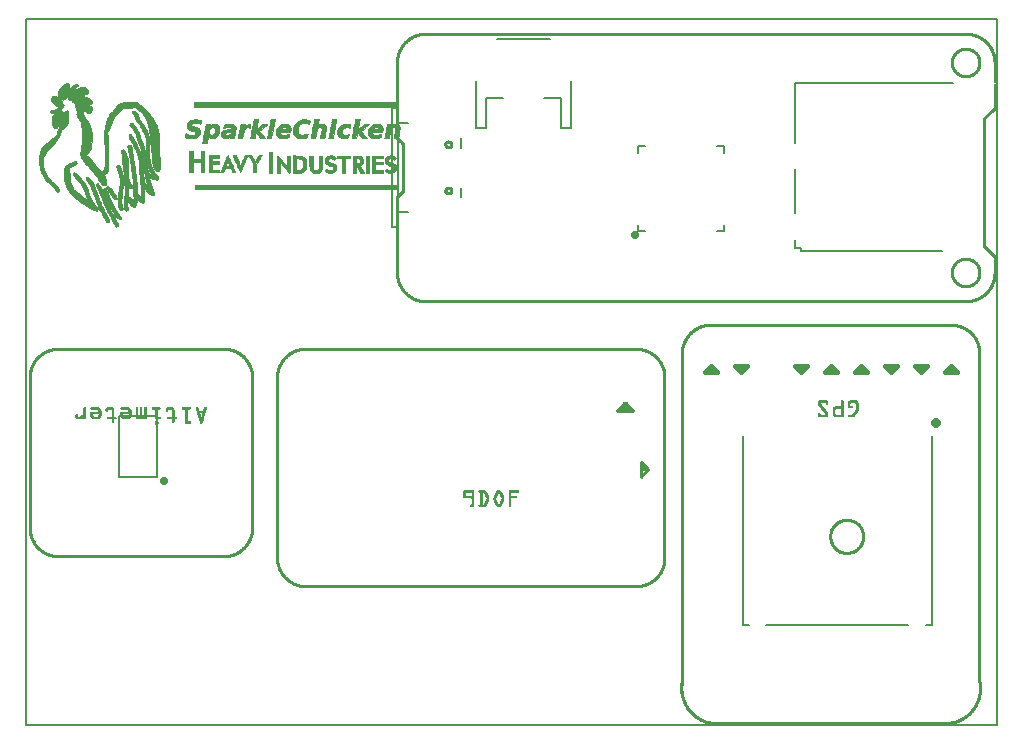
<source format=gto>
G04 #@! TF.FileFunction,Legend,Top*
%FSLAX46Y46*%
G04 Gerber Fmt 4.6, Leading zero omitted, Abs format (unit mm)*
G04 Created by KiCad (PCBNEW 4.0.7+dfsg1-1) date Thu Apr  5 08:31:14 2018*
%MOMM*%
%LPD*%
G01*
G04 APERTURE LIST*
%ADD10C,0.100000*%
%ADD11C,0.835610*%
%ADD12C,0.689230*%
%ADD13C,0.660400*%
%ADD14C,0.203200*%
%ADD15C,0.406400*%
%ADD16C,0.254000*%
%ADD17C,0.127000*%
%ADD18C,0.025400*%
%ADD19C,0.010000*%
G04 APERTURE END LIST*
D10*
D11*
X77216000Y25654000D02*
X77216000Y25654000D01*
D12*
X11836400Y20777200D02*
X11836400Y20777200D01*
D13*
X51714400Y41579800D02*
X51714400Y41579800D01*
D14*
X101600Y59893200D02*
X82372200Y59893200D01*
X82372200Y59893200D02*
X82372200Y101600D01*
X82372200Y101600D02*
X101600Y101600D01*
X101600Y101600D02*
X101600Y59893200D01*
D15*
X61188600Y30530800D02*
X60172600Y30530800D01*
X60172600Y30530800D02*
X60680600Y30022800D01*
X60680600Y30022800D02*
X61188600Y30530800D01*
X77952600Y30022800D02*
X78968600Y30022800D01*
X78968600Y30022800D02*
X78460600Y30530800D01*
X78460600Y30530800D02*
X77952600Y30022800D01*
X73888600Y30530800D02*
X72872600Y30530800D01*
X72872600Y30530800D02*
X73380600Y30022800D01*
X73380600Y30022800D02*
X73888600Y30530800D01*
X67792600Y30022800D02*
X68808600Y30022800D01*
X68808600Y30022800D02*
X68300600Y30530800D01*
X68300600Y30530800D02*
X67792600Y30022800D01*
X66268600Y30530800D02*
X65252600Y30530800D01*
X65252600Y30530800D02*
X65760600Y30022800D01*
X65760600Y30022800D02*
X66268600Y30530800D01*
X76428600Y30530800D02*
X75412600Y30530800D01*
X75412600Y30530800D02*
X75920600Y30022800D01*
X75920600Y30022800D02*
X76428600Y30530800D01*
X70332600Y30022800D02*
X71348600Y30022800D01*
X71348600Y30022800D02*
X70840600Y30530800D01*
X70840600Y30530800D02*
X70332600Y30022800D01*
X57632600Y30022800D02*
X58648600Y30022800D01*
X58648600Y30022800D02*
X58140600Y30530800D01*
X58140600Y30530800D02*
X57632600Y30022800D01*
D14*
X76809600Y24561800D02*
X76809600Y8559800D01*
X60807600Y8559800D02*
X60807600Y24561800D01*
X74803000Y8559800D02*
X62814200Y8559800D01*
X61315600Y8559800D02*
X60807600Y8559800D01*
X76809600Y8559800D02*
X76301600Y8559800D01*
X11226800Y26289000D02*
X11226800Y21082000D01*
X11226800Y21082000D02*
X8026400Y21082000D01*
X8026400Y21082000D02*
X8026400Y26289000D01*
X8026400Y26289000D02*
X11226800Y26289000D01*
D16*
X50139600Y26720800D02*
X51536600Y26720800D01*
X51536600Y26720800D02*
X50901600Y27355800D01*
X50901600Y27355800D02*
X50774600Y27355800D01*
X50774600Y27355800D02*
X50139600Y26720800D01*
X50393600Y26847800D02*
X50520600Y26847800D01*
X50520600Y26847800D02*
X51155600Y26847800D01*
X51155600Y26847800D02*
X51155600Y26974800D01*
X51155600Y26974800D02*
X50901600Y27228800D01*
X50901600Y27228800D02*
X50520600Y26847800D01*
X52171600Y22148800D02*
X52171600Y21132800D01*
X52171600Y21132800D02*
X52806600Y21767800D01*
X52806600Y21767800D02*
X52171600Y22402800D01*
X52171600Y22402800D02*
X52171600Y22148800D01*
X52171600Y22148800D02*
X52552600Y21767800D01*
X52552600Y21767800D02*
X52298600Y21767800D01*
D17*
X52552600Y49123600D02*
X51993800Y49123600D01*
X51993800Y49123600D02*
X51993800Y48564800D01*
X58648600Y49123600D02*
X59207400Y49123600D01*
X59207400Y49123600D02*
X59207400Y48564800D01*
X51993800Y42468800D02*
X51993800Y41910000D01*
X51993800Y41910000D02*
X52552600Y41910000D01*
X59207400Y42468800D02*
X59207400Y41910000D01*
X59207400Y41910000D02*
X58648600Y41910000D01*
D14*
X40005000Y58166000D02*
X44500800Y58166000D01*
X46253400Y54660800D02*
X46253400Y50673000D01*
X46253400Y50673000D02*
X45415200Y50673000D01*
X45415200Y50673000D02*
X45415200Y53162200D01*
X45415200Y53162200D02*
X44018200Y53162200D01*
X40513000Y53162200D02*
X39116000Y53162200D01*
X39116000Y53162200D02*
X39116000Y50673000D01*
X39116000Y50673000D02*
X38252400Y50673000D01*
X38252400Y50673000D02*
X38252400Y54660800D01*
D17*
X37007800Y49809400D02*
X37007800Y48996600D01*
X37007800Y45593000D02*
X37007800Y44805600D01*
X32512000Y51104800D02*
X31623000Y51104800D01*
X31623000Y51104800D02*
X31623000Y43510200D01*
X31623000Y43510200D02*
X32512000Y43510200D01*
X65278000Y41173400D02*
X65278000Y40513000D01*
X65278000Y40513000D02*
X65786000Y40513000D01*
X65786000Y40513000D02*
X65786000Y40259000D01*
X65786000Y40259000D02*
X77724000Y40259000D01*
X65278000Y43459400D02*
X65278000Y47167800D01*
X65278000Y49403000D02*
X65278000Y54457600D01*
X65278000Y54457600D02*
X78638400Y54457600D01*
D14*
X31115000Y42240200D02*
X31470600Y42240200D01*
X31115000Y52349400D02*
X31470600Y52349400D01*
X31115000Y42240200D02*
X31115000Y52349400D01*
D18*
X33731200Y58724800D02*
X79959200Y58724800D01*
X33553400Y58699400D02*
X80137000Y58699400D01*
X33426400Y58674000D02*
X80264000Y58674000D01*
X33324800Y58648600D02*
X80365600Y58648600D01*
X33248600Y58623200D02*
X80441800Y58623200D01*
X33172400Y58597800D02*
X80518000Y58597800D01*
X33096200Y58572400D02*
X80594200Y58572400D01*
X33045400Y58547000D02*
X80670400Y58547000D01*
X32969200Y58521600D02*
X33705800Y58521600D01*
X79984600Y58521600D02*
X80721200Y58521600D01*
X32918400Y58496200D02*
X33528000Y58496200D01*
X80162400Y58496200D02*
X80772000Y58496200D01*
X32867600Y58470800D02*
X33426400Y58470800D01*
X80264000Y58470800D02*
X80822800Y58470800D01*
X32816800Y58445400D02*
X33324800Y58445400D01*
X80365600Y58445400D02*
X80873600Y58445400D01*
X32766000Y58420000D02*
X33248600Y58420000D01*
X80467200Y58420000D02*
X80924400Y58420000D01*
X32715200Y58394600D02*
X33172400Y58394600D01*
X80518000Y58394600D02*
X80975200Y58394600D01*
X32689800Y58369200D02*
X33096200Y58369200D01*
X80594200Y58369200D02*
X81026000Y58369200D01*
X32639000Y58343800D02*
X33045400Y58343800D01*
X80645000Y58343800D02*
X81051400Y58343800D01*
X32588200Y58318400D02*
X32994600Y58318400D01*
X80695800Y58318400D02*
X81102200Y58318400D01*
X32562800Y58293000D02*
X32943800Y58293000D01*
X80772000Y58293000D02*
X81127600Y58293000D01*
X32537400Y58267600D02*
X32893000Y58267600D01*
X80822800Y58267600D02*
X81178400Y58267600D01*
X32486600Y58242200D02*
X32842200Y58242200D01*
X80848200Y58242200D02*
X81203800Y58242200D01*
X32461200Y58216800D02*
X32791400Y58216800D01*
X80899000Y58216800D02*
X81229200Y58216800D01*
X32410400Y58191400D02*
X32740600Y58191400D01*
X80949800Y58191400D02*
X81280000Y58191400D01*
X32385000Y58166000D02*
X32715200Y58166000D01*
X80975200Y58166000D02*
X81305400Y58166000D01*
X32359600Y58140600D02*
X32664400Y58140600D01*
X81026000Y58140600D02*
X81330800Y58140600D01*
X32334200Y58115200D02*
X32639000Y58115200D01*
X81051400Y58115200D02*
X81356200Y58115200D01*
X32308800Y58089800D02*
X32613600Y58089800D01*
X81102200Y58089800D02*
X81381600Y58089800D01*
X32283400Y58064400D02*
X32562800Y58064400D01*
X81127600Y58064400D02*
X81432400Y58064400D01*
X32258000Y58039000D02*
X32537400Y58039000D01*
X81153000Y58039000D02*
X81457800Y58039000D01*
X32207200Y58013600D02*
X32486600Y58013600D01*
X81203800Y58013600D02*
X81483200Y58013600D01*
X32181800Y57988200D02*
X32461200Y57988200D01*
X81229200Y57988200D02*
X81508600Y57988200D01*
X32181800Y57962800D02*
X32435800Y57962800D01*
X81254600Y57962800D02*
X81534000Y57962800D01*
X32156400Y57937400D02*
X32410400Y57937400D01*
X81280000Y57937400D02*
X81559400Y57937400D01*
X32131000Y57912000D02*
X32385000Y57912000D01*
X81305400Y57912000D02*
X81584800Y57912000D01*
X32105600Y57886600D02*
X32359600Y57886600D01*
X81330800Y57886600D02*
X81584800Y57886600D01*
X32080200Y57861200D02*
X32334200Y57861200D01*
X81356200Y57861200D02*
X81610200Y57861200D01*
X32054800Y57835800D02*
X32308800Y57835800D01*
X81381600Y57835800D02*
X81635600Y57835800D01*
X32029400Y57810400D02*
X32283400Y57810400D01*
X81407000Y57810400D02*
X81661000Y57810400D01*
X32004000Y57785000D02*
X32258000Y57785000D01*
X81432400Y57785000D02*
X81686400Y57785000D01*
X32004000Y57759600D02*
X32232600Y57759600D01*
X81457800Y57759600D02*
X81711800Y57759600D01*
X31978600Y57734200D02*
X32207200Y57734200D01*
X81483200Y57734200D02*
X81711800Y57734200D01*
X31953200Y57708800D02*
X32181800Y57708800D01*
X81508600Y57708800D02*
X81737200Y57708800D01*
X31927800Y57683400D02*
X32156400Y57683400D01*
X81534000Y57683400D02*
X81762600Y57683400D01*
X31927800Y57658000D02*
X32156400Y57658000D01*
X81559400Y57658000D02*
X81762600Y57658000D01*
X31902400Y57632600D02*
X32131000Y57632600D01*
X81559400Y57632600D02*
X81788000Y57632600D01*
X31877000Y57607200D02*
X32105600Y57607200D01*
X81584800Y57607200D02*
X81813400Y57607200D01*
X31877000Y57581800D02*
X32080200Y57581800D01*
X81610200Y57581800D02*
X81838800Y57581800D01*
X31851600Y57556400D02*
X32080200Y57556400D01*
X81610200Y57556400D02*
X81838800Y57556400D01*
X31826200Y57531000D02*
X32054800Y57531000D01*
X81635600Y57531000D02*
X81864200Y57531000D01*
X31826200Y57505600D02*
X32029400Y57505600D01*
X81661000Y57505600D02*
X81864200Y57505600D01*
X31800800Y57480200D02*
X32004000Y57480200D01*
X81686400Y57480200D02*
X81889600Y57480200D01*
X31800800Y57454800D02*
X32004000Y57454800D01*
X79552800Y57454800D02*
X79857600Y57454800D01*
X81686400Y57454800D02*
X81915000Y57454800D01*
X31775400Y57429400D02*
X31978600Y57429400D01*
X79400400Y57429400D02*
X79984600Y57429400D01*
X81711800Y57429400D02*
X81915000Y57429400D01*
X31775400Y57404000D02*
X31978600Y57404000D01*
X79324200Y57404000D02*
X80086200Y57404000D01*
X81711800Y57404000D02*
X81940400Y57404000D01*
X31750000Y57378600D02*
X31953200Y57378600D01*
X79248000Y57378600D02*
X80137000Y57378600D01*
X81737200Y57378600D02*
X81940400Y57378600D01*
X31724600Y57353200D02*
X31953200Y57353200D01*
X79197200Y57353200D02*
X80213200Y57353200D01*
X81762600Y57353200D02*
X81965800Y57353200D01*
X31724600Y57327800D02*
X31927800Y57327800D01*
X79146400Y57327800D02*
X80264000Y57327800D01*
X81762600Y57327800D02*
X81965800Y57327800D01*
X31724600Y57302400D02*
X31902400Y57302400D01*
X79095600Y57302400D02*
X80314800Y57302400D01*
X81788000Y57302400D02*
X81991200Y57302400D01*
X31699200Y57277000D02*
X31902400Y57277000D01*
X79044800Y57277000D02*
X80340200Y57277000D01*
X81788000Y57277000D02*
X81991200Y57277000D01*
X31699200Y57251600D02*
X31877000Y57251600D01*
X78994000Y57251600D02*
X79527400Y57251600D01*
X79883000Y57251600D02*
X80391000Y57251600D01*
X81813400Y57251600D02*
X82016600Y57251600D01*
X31673800Y57226200D02*
X31877000Y57226200D01*
X78968600Y57226200D02*
X79400400Y57226200D01*
X79984600Y57226200D02*
X80416400Y57226200D01*
X81813400Y57226200D02*
X82016600Y57226200D01*
X31673800Y57200800D02*
X31851600Y57200800D01*
X78943200Y57200800D02*
X79324200Y57200800D01*
X80086200Y57200800D02*
X80467200Y57200800D01*
X81838800Y57200800D02*
X82016600Y57200800D01*
X31648400Y57175400D02*
X31851600Y57175400D01*
X78892400Y57175400D02*
X79248000Y57175400D01*
X80137000Y57175400D02*
X80492600Y57175400D01*
X81838800Y57175400D02*
X82042000Y57175400D01*
X31648400Y57150000D02*
X31826200Y57150000D01*
X78867000Y57150000D02*
X79197200Y57150000D01*
X80187800Y57150000D02*
X80518000Y57150000D01*
X81864200Y57150000D02*
X82042000Y57150000D01*
X31623000Y57124600D02*
X31826200Y57124600D01*
X78841600Y57124600D02*
X79146400Y57124600D01*
X80238600Y57124600D02*
X80543400Y57124600D01*
X81864200Y57124600D02*
X82067400Y57124600D01*
X31623000Y57099200D02*
X31826200Y57099200D01*
X78816200Y57099200D02*
X79121000Y57099200D01*
X80289400Y57099200D02*
X80568800Y57099200D01*
X81889600Y57099200D02*
X82067400Y57099200D01*
X31623000Y57073800D02*
X31800800Y57073800D01*
X78790800Y57073800D02*
X79070200Y57073800D01*
X80314800Y57073800D02*
X80594200Y57073800D01*
X81889600Y57073800D02*
X82067400Y57073800D01*
X31597600Y57048400D02*
X31800800Y57048400D01*
X78765400Y57048400D02*
X79044800Y57048400D01*
X80340200Y57048400D02*
X80619600Y57048400D01*
X81889600Y57048400D02*
X82092800Y57048400D01*
X31597600Y57023000D02*
X31775400Y57023000D01*
X78740000Y57023000D02*
X79019400Y57023000D01*
X80391000Y57023000D02*
X80645000Y57023000D01*
X81915000Y57023000D02*
X82092800Y57023000D01*
X31597600Y56997600D02*
X31775400Y56997600D01*
X78714600Y56997600D02*
X78968600Y56997600D01*
X80416400Y56997600D02*
X80670400Y56997600D01*
X81915000Y56997600D02*
X82118200Y56997600D01*
X31572200Y56972200D02*
X31775400Y56972200D01*
X78714600Y56972200D02*
X78943200Y56972200D01*
X80441800Y56972200D02*
X80695800Y56972200D01*
X81940400Y56972200D02*
X82118200Y56972200D01*
X31572200Y56946800D02*
X31750000Y56946800D01*
X78689200Y56946800D02*
X78917800Y56946800D01*
X80467200Y56946800D02*
X80695800Y56946800D01*
X81940400Y56946800D02*
X82118200Y56946800D01*
X31572200Y56921400D02*
X31750000Y56921400D01*
X78663800Y56921400D02*
X78892400Y56921400D01*
X80492600Y56921400D02*
X80721200Y56921400D01*
X81940400Y56921400D02*
X82118200Y56921400D01*
X31546800Y56896000D02*
X31750000Y56896000D01*
X78638400Y56896000D02*
X78867000Y56896000D01*
X80518000Y56896000D02*
X80746600Y56896000D01*
X81965800Y56896000D02*
X82143600Y56896000D01*
X31546800Y56870600D02*
X31724600Y56870600D01*
X78638400Y56870600D02*
X78867000Y56870600D01*
X80543400Y56870600D02*
X80746600Y56870600D01*
X81965800Y56870600D02*
X82143600Y56870600D01*
X31546800Y56845200D02*
X31724600Y56845200D01*
X78613000Y56845200D02*
X78841600Y56845200D01*
X80543400Y56845200D02*
X80772000Y56845200D01*
X81965800Y56845200D02*
X82143600Y56845200D01*
X31546800Y56819800D02*
X31724600Y56819800D01*
X78613000Y56819800D02*
X78816200Y56819800D01*
X80568800Y56819800D02*
X80797400Y56819800D01*
X81965800Y56819800D02*
X82169000Y56819800D01*
X31521400Y56794400D02*
X31699200Y56794400D01*
X78587600Y56794400D02*
X78790800Y56794400D01*
X80594200Y56794400D02*
X80797400Y56794400D01*
X81991200Y56794400D02*
X82169000Y56794400D01*
X31521400Y56769000D02*
X31699200Y56769000D01*
X78587600Y56769000D02*
X78790800Y56769000D01*
X80619600Y56769000D02*
X80822800Y56769000D01*
X81991200Y56769000D02*
X82169000Y56769000D01*
X31521400Y56743600D02*
X31699200Y56743600D01*
X78562200Y56743600D02*
X78765400Y56743600D01*
X80619600Y56743600D02*
X80822800Y56743600D01*
X81991200Y56743600D02*
X82169000Y56743600D01*
X31521400Y56718200D02*
X31699200Y56718200D01*
X78562200Y56718200D02*
X78740000Y56718200D01*
X80645000Y56718200D02*
X80848200Y56718200D01*
X81991200Y56718200D02*
X82169000Y56718200D01*
X31496000Y56692800D02*
X31699200Y56692800D01*
X78536800Y56692800D02*
X78740000Y56692800D01*
X80645000Y56692800D02*
X80848200Y56692800D01*
X82016600Y56692800D02*
X82194400Y56692800D01*
X31496000Y56667400D02*
X31673800Y56667400D01*
X78536800Y56667400D02*
X78714600Y56667400D01*
X80670400Y56667400D02*
X80848200Y56667400D01*
X82016600Y56667400D02*
X82194400Y56667400D01*
X31496000Y56642000D02*
X31673800Y56642000D01*
X78511400Y56642000D02*
X78714600Y56642000D01*
X80670400Y56642000D02*
X80873600Y56642000D01*
X82016600Y56642000D02*
X82194400Y56642000D01*
X31496000Y56616600D02*
X31673800Y56616600D01*
X78511400Y56616600D02*
X78689200Y56616600D01*
X80695800Y56616600D02*
X80873600Y56616600D01*
X82016600Y56616600D02*
X82194400Y56616600D01*
X31496000Y56591200D02*
X31673800Y56591200D01*
X78511400Y56591200D02*
X78689200Y56591200D01*
X80695800Y56591200D02*
X80899000Y56591200D01*
X82016600Y56591200D02*
X82194400Y56591200D01*
X31496000Y56565800D02*
X31673800Y56565800D01*
X78486000Y56565800D02*
X78689200Y56565800D01*
X80721200Y56565800D02*
X80899000Y56565800D01*
X82042000Y56565800D02*
X82219800Y56565800D01*
X31470600Y56540400D02*
X31648400Y56540400D01*
X78486000Y56540400D02*
X78663800Y56540400D01*
X80721200Y56540400D02*
X80899000Y56540400D01*
X82042000Y56540400D02*
X82219800Y56540400D01*
X31470600Y56515000D02*
X31648400Y56515000D01*
X78486000Y56515000D02*
X78663800Y56515000D01*
X80721200Y56515000D02*
X80899000Y56515000D01*
X82042000Y56515000D02*
X82219800Y56515000D01*
X31470600Y56489600D02*
X31648400Y56489600D01*
X78486000Y56489600D02*
X78663800Y56489600D01*
X80746600Y56489600D02*
X80924400Y56489600D01*
X82042000Y56489600D02*
X82219800Y56489600D01*
X31470600Y56464200D02*
X31648400Y56464200D01*
X78460600Y56464200D02*
X78638400Y56464200D01*
X80746600Y56464200D02*
X80924400Y56464200D01*
X82042000Y56464200D02*
X82219800Y56464200D01*
X31470600Y56438800D02*
X31648400Y56438800D01*
X78460600Y56438800D02*
X78638400Y56438800D01*
X80746600Y56438800D02*
X80924400Y56438800D01*
X82042000Y56438800D02*
X82219800Y56438800D01*
X31470600Y56413400D02*
X31648400Y56413400D01*
X78460600Y56413400D02*
X78638400Y56413400D01*
X80746600Y56413400D02*
X80924400Y56413400D01*
X82042000Y56413400D02*
X82219800Y56413400D01*
X31470600Y56388000D02*
X31648400Y56388000D01*
X78460600Y56388000D02*
X78638400Y56388000D01*
X80746600Y56388000D02*
X80924400Y56388000D01*
X82042000Y56388000D02*
X82219800Y56388000D01*
X31470600Y56362600D02*
X31648400Y56362600D01*
X78460600Y56362600D02*
X78638400Y56362600D01*
X80772000Y56362600D02*
X80949800Y56362600D01*
X82042000Y56362600D02*
X82219800Y56362600D01*
X31470600Y56337200D02*
X31648400Y56337200D01*
X78460600Y56337200D02*
X78638400Y56337200D01*
X80772000Y56337200D02*
X80949800Y56337200D01*
X82067400Y56337200D02*
X82219800Y56337200D01*
X31470600Y56311800D02*
X31648400Y56311800D01*
X78435200Y56311800D02*
X78613000Y56311800D01*
X80772000Y56311800D02*
X80949800Y56311800D01*
X82067400Y56311800D02*
X82245200Y56311800D01*
X31470600Y56286400D02*
X31648400Y56286400D01*
X78435200Y56286400D02*
X78613000Y56286400D01*
X80772000Y56286400D02*
X80949800Y56286400D01*
X82067400Y56286400D02*
X82245200Y56286400D01*
X31470600Y56261000D02*
X31648400Y56261000D01*
X78435200Y56261000D02*
X78613000Y56261000D01*
X80772000Y56261000D02*
X80949800Y56261000D01*
X82067400Y56261000D02*
X82245200Y56261000D01*
X31445200Y56235600D02*
X31623000Y56235600D01*
X78435200Y56235600D02*
X78613000Y56235600D01*
X80772000Y56235600D02*
X80949800Y56235600D01*
X82067400Y56235600D02*
X82245200Y56235600D01*
X31470600Y56210200D02*
X31623000Y56210200D01*
X78435200Y56210200D02*
X78613000Y56210200D01*
X80772000Y56210200D02*
X80949800Y56210200D01*
X82067400Y56210200D02*
X82245200Y56210200D01*
X31470600Y56184800D02*
X31648400Y56184800D01*
X78435200Y56184800D02*
X78613000Y56184800D01*
X80772000Y56184800D02*
X80949800Y56184800D01*
X82067400Y56184800D02*
X82245200Y56184800D01*
X31470600Y56159400D02*
X31648400Y56159400D01*
X78435200Y56159400D02*
X78613000Y56159400D01*
X80772000Y56159400D02*
X80949800Y56159400D01*
X82067400Y56159400D02*
X82245200Y56159400D01*
X31470600Y56134000D02*
X31648400Y56134000D01*
X78435200Y56134000D02*
X78613000Y56134000D01*
X80772000Y56134000D02*
X80949800Y56134000D01*
X82067400Y56134000D02*
X82245200Y56134000D01*
X31445200Y56108600D02*
X31648400Y56108600D01*
X78435200Y56108600D02*
X78613000Y56108600D01*
X80772000Y56108600D02*
X80949800Y56108600D01*
X82067400Y56108600D02*
X82245200Y56108600D01*
X31470600Y56083200D02*
X31648400Y56083200D01*
X78435200Y56083200D02*
X78613000Y56083200D01*
X80772000Y56083200D02*
X80949800Y56083200D01*
X82067400Y56083200D02*
X82245200Y56083200D01*
X31470600Y56057800D02*
X31648400Y56057800D01*
X78460600Y56057800D02*
X78638400Y56057800D01*
X80772000Y56057800D02*
X80949800Y56057800D01*
X82067400Y56057800D02*
X82245200Y56057800D01*
X31470600Y56032400D02*
X31648400Y56032400D01*
X78460600Y56032400D02*
X78638400Y56032400D01*
X80772000Y56032400D02*
X80949800Y56032400D01*
X82067400Y56032400D02*
X82245200Y56032400D01*
X31470600Y56007000D02*
X31648400Y56007000D01*
X78460600Y56007000D02*
X78638400Y56007000D01*
X80746600Y56007000D02*
X80924400Y56007000D01*
X82067400Y56007000D02*
X82245200Y56007000D01*
X31470600Y55981600D02*
X31648400Y55981600D01*
X78460600Y55981600D02*
X78638400Y55981600D01*
X80746600Y55981600D02*
X80924400Y55981600D01*
X82067400Y55981600D02*
X82245200Y55981600D01*
X31470600Y55956200D02*
X31648400Y55956200D01*
X78460600Y55956200D02*
X78638400Y55956200D01*
X80746600Y55956200D02*
X80924400Y55956200D01*
X82067400Y55956200D02*
X82245200Y55956200D01*
X31470600Y55930800D02*
X31648400Y55930800D01*
X78460600Y55930800D02*
X78638400Y55930800D01*
X80746600Y55930800D02*
X80924400Y55930800D01*
X82067400Y55930800D02*
X82245200Y55930800D01*
X31470600Y55905400D02*
X31648400Y55905400D01*
X78486000Y55905400D02*
X78663800Y55905400D01*
X80746600Y55905400D02*
X80924400Y55905400D01*
X82067400Y55905400D02*
X82245200Y55905400D01*
X31470600Y55880000D02*
X31648400Y55880000D01*
X78486000Y55880000D02*
X78663800Y55880000D01*
X80721200Y55880000D02*
X80899000Y55880000D01*
X82067400Y55880000D02*
X82245200Y55880000D01*
X31470600Y55854600D02*
X31648400Y55854600D01*
X78486000Y55854600D02*
X78663800Y55854600D01*
X80721200Y55854600D02*
X80899000Y55854600D01*
X82067400Y55854600D02*
X82245200Y55854600D01*
X31470600Y55829200D02*
X31648400Y55829200D01*
X78486000Y55829200D02*
X78689200Y55829200D01*
X80721200Y55829200D02*
X80899000Y55829200D01*
X82067400Y55829200D02*
X82245200Y55829200D01*
X31470600Y55803800D02*
X31648400Y55803800D01*
X78511400Y55803800D02*
X78689200Y55803800D01*
X80695800Y55803800D02*
X80899000Y55803800D01*
X82067400Y55803800D02*
X82245200Y55803800D01*
X31470600Y55778400D02*
X31648400Y55778400D01*
X78511400Y55778400D02*
X78689200Y55778400D01*
X80695800Y55778400D02*
X80873600Y55778400D01*
X82067400Y55778400D02*
X82245200Y55778400D01*
X31470600Y55753000D02*
X31648400Y55753000D01*
X78511400Y55753000D02*
X78714600Y55753000D01*
X80670400Y55753000D02*
X80873600Y55753000D01*
X82067400Y55753000D02*
X82245200Y55753000D01*
X31470600Y55727600D02*
X31648400Y55727600D01*
X78536800Y55727600D02*
X78714600Y55727600D01*
X80670400Y55727600D02*
X80848200Y55727600D01*
X82067400Y55727600D02*
X82245200Y55727600D01*
X31470600Y55702200D02*
X31648400Y55702200D01*
X78536800Y55702200D02*
X78740000Y55702200D01*
X80645000Y55702200D02*
X80848200Y55702200D01*
X82067400Y55702200D02*
X82245200Y55702200D01*
X31470600Y55676800D02*
X31648400Y55676800D01*
X78562200Y55676800D02*
X78740000Y55676800D01*
X80645000Y55676800D02*
X80848200Y55676800D01*
X82067400Y55676800D02*
X82245200Y55676800D01*
X31470600Y55651400D02*
X31648400Y55651400D01*
X78562200Y55651400D02*
X78765400Y55651400D01*
X80619600Y55651400D02*
X80822800Y55651400D01*
X82067400Y55651400D02*
X82245200Y55651400D01*
X31470600Y55626000D02*
X31648400Y55626000D01*
X78587600Y55626000D02*
X78790800Y55626000D01*
X80619600Y55626000D02*
X80822800Y55626000D01*
X82067400Y55626000D02*
X82245200Y55626000D01*
X31470600Y55600600D02*
X31648400Y55600600D01*
X78587600Y55600600D02*
X78790800Y55600600D01*
X80594200Y55600600D02*
X80797400Y55600600D01*
X82067400Y55600600D02*
X82245200Y55600600D01*
X31470600Y55575200D02*
X31648400Y55575200D01*
X78613000Y55575200D02*
X78816200Y55575200D01*
X80568800Y55575200D02*
X80797400Y55575200D01*
X82067400Y55575200D02*
X82245200Y55575200D01*
X31470600Y55549800D02*
X31648400Y55549800D01*
X78613000Y55549800D02*
X78841600Y55549800D01*
X80543400Y55549800D02*
X80772000Y55549800D01*
X82067400Y55549800D02*
X82245200Y55549800D01*
X31470600Y55524400D02*
X31648400Y55524400D01*
X78638400Y55524400D02*
X78867000Y55524400D01*
X80543400Y55524400D02*
X80746600Y55524400D01*
X82067400Y55524400D02*
X82245200Y55524400D01*
X31470600Y55499000D02*
X31648400Y55499000D01*
X78638400Y55499000D02*
X78867000Y55499000D01*
X80518000Y55499000D02*
X80746600Y55499000D01*
X82067400Y55499000D02*
X82245200Y55499000D01*
X31470600Y55473600D02*
X31648400Y55473600D01*
X78663800Y55473600D02*
X78892400Y55473600D01*
X80492600Y55473600D02*
X80721200Y55473600D01*
X82067400Y55473600D02*
X82245200Y55473600D01*
X31470600Y55448200D02*
X31648400Y55448200D01*
X78689200Y55448200D02*
X78917800Y55448200D01*
X80467200Y55448200D02*
X80695800Y55448200D01*
X82067400Y55448200D02*
X82245200Y55448200D01*
X31470600Y55422800D02*
X31648400Y55422800D01*
X78714600Y55422800D02*
X78943200Y55422800D01*
X80441800Y55422800D02*
X80695800Y55422800D01*
X82067400Y55422800D02*
X82245200Y55422800D01*
X31470600Y55397400D02*
X31648400Y55397400D01*
X78714600Y55397400D02*
X78968600Y55397400D01*
X80416400Y55397400D02*
X80670400Y55397400D01*
X82067400Y55397400D02*
X82245200Y55397400D01*
X31470600Y55372000D02*
X31648400Y55372000D01*
X78740000Y55372000D02*
X79019400Y55372000D01*
X80391000Y55372000D02*
X80645000Y55372000D01*
X82067400Y55372000D02*
X82245200Y55372000D01*
X31470600Y55346600D02*
X31648400Y55346600D01*
X78765400Y55346600D02*
X79044800Y55346600D01*
X80340200Y55346600D02*
X80619600Y55346600D01*
X82067400Y55346600D02*
X82245200Y55346600D01*
X31470600Y55321200D02*
X31648400Y55321200D01*
X78790800Y55321200D02*
X79070200Y55321200D01*
X80314800Y55321200D02*
X80594200Y55321200D01*
X82067400Y55321200D02*
X82245200Y55321200D01*
X31470600Y55295800D02*
X31648400Y55295800D01*
X78816200Y55295800D02*
X79121000Y55295800D01*
X80289400Y55295800D02*
X80568800Y55295800D01*
X82067400Y55295800D02*
X82245200Y55295800D01*
X31470600Y55270400D02*
X31648400Y55270400D01*
X78841600Y55270400D02*
X79146400Y55270400D01*
X80238600Y55270400D02*
X80543400Y55270400D01*
X82067400Y55270400D02*
X82245200Y55270400D01*
X31470600Y55245000D02*
X31648400Y55245000D01*
X78867000Y55245000D02*
X79197200Y55245000D01*
X80187800Y55245000D02*
X80518000Y55245000D01*
X82067400Y55245000D02*
X82245200Y55245000D01*
X31470600Y55219600D02*
X31648400Y55219600D01*
X78892400Y55219600D02*
X79248000Y55219600D01*
X80137000Y55219600D02*
X80492600Y55219600D01*
X82067400Y55219600D02*
X82245200Y55219600D01*
X31470600Y55194200D02*
X31648400Y55194200D01*
X78943200Y55194200D02*
X79324200Y55194200D01*
X80060800Y55194200D02*
X80467200Y55194200D01*
X82067400Y55194200D02*
X82245200Y55194200D01*
X31470600Y55168800D02*
X31648400Y55168800D01*
X78968600Y55168800D02*
X79400400Y55168800D01*
X79984600Y55168800D02*
X80416400Y55168800D01*
X82067400Y55168800D02*
X82245200Y55168800D01*
X31470600Y55143400D02*
X31648400Y55143400D01*
X78994000Y55143400D02*
X79527400Y55143400D01*
X79857600Y55143400D02*
X80391000Y55143400D01*
X82067400Y55143400D02*
X82245200Y55143400D01*
X31470600Y55118000D02*
X31648400Y55118000D01*
X79044800Y55118000D02*
X80340200Y55118000D01*
X82067400Y55118000D02*
X82245200Y55118000D01*
X31470600Y55092600D02*
X31648400Y55092600D01*
X79095600Y55092600D02*
X80314800Y55092600D01*
X82067400Y55092600D02*
X82245200Y55092600D01*
X31470600Y55067200D02*
X31648400Y55067200D01*
X79146400Y55067200D02*
X80264000Y55067200D01*
X82067400Y55067200D02*
X82245200Y55067200D01*
X31470600Y55041800D02*
X31648400Y55041800D01*
X79197200Y55041800D02*
X80213200Y55041800D01*
X82067400Y55041800D02*
X82245200Y55041800D01*
X31470600Y55016400D02*
X31648400Y55016400D01*
X79248000Y55016400D02*
X80137000Y55016400D01*
X82067400Y55016400D02*
X82245200Y55016400D01*
X31470600Y54991000D02*
X31648400Y54991000D01*
X79324200Y54991000D02*
X80060800Y54991000D01*
X82067400Y54991000D02*
X82245200Y54991000D01*
X31470600Y54965600D02*
X31648400Y54965600D01*
X79400400Y54965600D02*
X79984600Y54965600D01*
X82067400Y54965600D02*
X82245200Y54965600D01*
X31470600Y54940200D02*
X31648400Y54940200D01*
X79552800Y54940200D02*
X79857600Y54940200D01*
X82067400Y54940200D02*
X82245200Y54940200D01*
X31470600Y54914800D02*
X31648400Y54914800D01*
X82067400Y54914800D02*
X82245200Y54914800D01*
X31470600Y54889400D02*
X31648400Y54889400D01*
X82067400Y54889400D02*
X82245200Y54889400D01*
X31470600Y54864000D02*
X31648400Y54864000D01*
X82067400Y54864000D02*
X82245200Y54864000D01*
X31470600Y54838600D02*
X31648400Y54838600D01*
X82067400Y54838600D02*
X82245200Y54838600D01*
X31470600Y54813200D02*
X31648400Y54813200D01*
X82067400Y54813200D02*
X82245200Y54813200D01*
X31470600Y54787800D02*
X31648400Y54787800D01*
X82067400Y54787800D02*
X82245200Y54787800D01*
X31470600Y54762400D02*
X31648400Y54762400D01*
X82067400Y54762400D02*
X82245200Y54762400D01*
X31470600Y54737000D02*
X31648400Y54737000D01*
X82067400Y54737000D02*
X82245200Y54737000D01*
X31470600Y54711600D02*
X31648400Y54711600D01*
X82067400Y54711600D02*
X82245200Y54711600D01*
X31470600Y54686200D02*
X31648400Y54686200D01*
X82067400Y54686200D02*
X82245200Y54686200D01*
X31470600Y54660800D02*
X31648400Y54660800D01*
X82067400Y54660800D02*
X82245200Y54660800D01*
X31470600Y54635400D02*
X31648400Y54635400D01*
X82067400Y54635400D02*
X82245200Y54635400D01*
X31470600Y54610000D02*
X31648400Y54610000D01*
X82067400Y54610000D02*
X82245200Y54610000D01*
X31470600Y54584600D02*
X31648400Y54584600D01*
X82067400Y54584600D02*
X82245200Y54584600D01*
X31470600Y54559200D02*
X31648400Y54559200D01*
X31470600Y54533800D02*
X31648400Y54533800D01*
X31470600Y54508400D02*
X31648400Y54508400D01*
X31470600Y54483000D02*
X31648400Y54483000D01*
X31470600Y54457600D02*
X31648400Y54457600D01*
X31470600Y54432200D02*
X31648400Y54432200D01*
X31470600Y54406800D02*
X31648400Y54406800D01*
X31470600Y54381400D02*
X31648400Y54381400D01*
X31470600Y54356000D02*
X31648400Y54356000D01*
X82067400Y54356000D02*
X82245200Y54356000D01*
X31470600Y54330600D02*
X31648400Y54330600D01*
X82067400Y54330600D02*
X82245200Y54330600D01*
X31470600Y54305200D02*
X31648400Y54305200D01*
X82067400Y54305200D02*
X82245200Y54305200D01*
X31470600Y54279800D02*
X31648400Y54279800D01*
X82067400Y54279800D02*
X82245200Y54279800D01*
X31470600Y54254400D02*
X31648400Y54254400D01*
X82067400Y54254400D02*
X82245200Y54254400D01*
X31470600Y54229000D02*
X31648400Y54229000D01*
X82067400Y54229000D02*
X82245200Y54229000D01*
X31470600Y54203600D02*
X31648400Y54203600D01*
X82067400Y54203600D02*
X82245200Y54203600D01*
X31470600Y54178200D02*
X31648400Y54178200D01*
X82067400Y54178200D02*
X82245200Y54178200D01*
X31470600Y54152800D02*
X31648400Y54152800D01*
X82067400Y54152800D02*
X82245200Y54152800D01*
X31470600Y54127400D02*
X31648400Y54127400D01*
X82067400Y54127400D02*
X82245200Y54127400D01*
X31470600Y54102000D02*
X31648400Y54102000D01*
X82067400Y54102000D02*
X82245200Y54102000D01*
X31470600Y54076600D02*
X31648400Y54076600D01*
X82067400Y54076600D02*
X82245200Y54076600D01*
X31470600Y54051200D02*
X31648400Y54051200D01*
X82067400Y54051200D02*
X82245200Y54051200D01*
X31470600Y54025800D02*
X31648400Y54025800D01*
X82067400Y54025800D02*
X82245200Y54025800D01*
X31470600Y54000400D02*
X31648400Y54000400D01*
X82067400Y54000400D02*
X82245200Y54000400D01*
X31470600Y53975000D02*
X31648400Y53975000D01*
X82067400Y53975000D02*
X82245200Y53975000D01*
X31470600Y53949600D02*
X31648400Y53949600D01*
X82067400Y53949600D02*
X82245200Y53949600D01*
X31470600Y53924200D02*
X31648400Y53924200D01*
X82067400Y53924200D02*
X82245200Y53924200D01*
X31470600Y53898800D02*
X31648400Y53898800D01*
X82067400Y53898800D02*
X82245200Y53898800D01*
X31470600Y53873400D02*
X31648400Y53873400D01*
X82067400Y53873400D02*
X82245200Y53873400D01*
X31470600Y53848000D02*
X31648400Y53848000D01*
X82067400Y53848000D02*
X82245200Y53848000D01*
X31470600Y53822600D02*
X31648400Y53822600D01*
X82067400Y53822600D02*
X82245200Y53822600D01*
X31470600Y53797200D02*
X31648400Y53797200D01*
X82067400Y53797200D02*
X82245200Y53797200D01*
X31470600Y53771800D02*
X31648400Y53771800D01*
X82067400Y53771800D02*
X82245200Y53771800D01*
X31470600Y53746400D02*
X31648400Y53746400D01*
X82067400Y53746400D02*
X82245200Y53746400D01*
X31470600Y53721000D02*
X31648400Y53721000D01*
X82067400Y53721000D02*
X82245200Y53721000D01*
X31470600Y53695600D02*
X31648400Y53695600D01*
X82067400Y53695600D02*
X82245200Y53695600D01*
X31470600Y53670200D02*
X31648400Y53670200D01*
X82067400Y53670200D02*
X82245200Y53670200D01*
X31470600Y53644800D02*
X31648400Y53644800D01*
X82067400Y53644800D02*
X82245200Y53644800D01*
X31470600Y53619400D02*
X31648400Y53619400D01*
X82067400Y53619400D02*
X82245200Y53619400D01*
X31470600Y53594000D02*
X31648400Y53594000D01*
X82067400Y53594000D02*
X82245200Y53594000D01*
X31470600Y53568600D02*
X31648400Y53568600D01*
X82067400Y53568600D02*
X82245200Y53568600D01*
X31470600Y53543200D02*
X31648400Y53543200D01*
X82067400Y53543200D02*
X82245200Y53543200D01*
X31470600Y53517800D02*
X31648400Y53517800D01*
X82067400Y53517800D02*
X82245200Y53517800D01*
X31470600Y53492400D02*
X31648400Y53492400D01*
X82067400Y53492400D02*
X82245200Y53492400D01*
X31470600Y53467000D02*
X31648400Y53467000D01*
X82067400Y53467000D02*
X82245200Y53467000D01*
X31470600Y53441600D02*
X31648400Y53441600D01*
X82067400Y53441600D02*
X82245200Y53441600D01*
X31470600Y53416200D02*
X31648400Y53416200D01*
X82067400Y53416200D02*
X82245200Y53416200D01*
X31470600Y53390800D02*
X31648400Y53390800D01*
X82067400Y53390800D02*
X82245200Y53390800D01*
X31470600Y53365400D02*
X31648400Y53365400D01*
X82067400Y53365400D02*
X82245200Y53365400D01*
X31470600Y53340000D02*
X31648400Y53340000D01*
X82067400Y53340000D02*
X82245200Y53340000D01*
X31470600Y53314600D02*
X31648400Y53314600D01*
X82067400Y53314600D02*
X82245200Y53314600D01*
X31470600Y53289200D02*
X31648400Y53289200D01*
X82067400Y53289200D02*
X82245200Y53289200D01*
X31470600Y53263800D02*
X31648400Y53263800D01*
X82067400Y53263800D02*
X82245200Y53263800D01*
X31470600Y53238400D02*
X31648400Y53238400D01*
X82067400Y53238400D02*
X82245200Y53238400D01*
X31470600Y53213000D02*
X31648400Y53213000D01*
X82067400Y53213000D02*
X82245200Y53213000D01*
X31470600Y53187600D02*
X31648400Y53187600D01*
X82067400Y53187600D02*
X82245200Y53187600D01*
X31470600Y53162200D02*
X31648400Y53162200D01*
X82067400Y53162200D02*
X82245200Y53162200D01*
X31470600Y53136800D02*
X31648400Y53136800D01*
X82067400Y53136800D02*
X82245200Y53136800D01*
X31470600Y53111400D02*
X31648400Y53111400D01*
X82067400Y53111400D02*
X82245200Y53111400D01*
X31470600Y53086000D02*
X31648400Y53086000D01*
X82067400Y53086000D02*
X82245200Y53086000D01*
X31470600Y53060600D02*
X31648400Y53060600D01*
X82067400Y53060600D02*
X82245200Y53060600D01*
X31470600Y53035200D02*
X31648400Y53035200D01*
X82067400Y53035200D02*
X82245200Y53035200D01*
X31470600Y53009800D02*
X31648400Y53009800D01*
X82067400Y53009800D02*
X82245200Y53009800D01*
X31470600Y52984400D02*
X31648400Y52984400D01*
X82067400Y52984400D02*
X82245200Y52984400D01*
X31470600Y52959000D02*
X31648400Y52959000D01*
X82067400Y52959000D02*
X82245200Y52959000D01*
X31470600Y52933600D02*
X31648400Y52933600D01*
X82067400Y52933600D02*
X82245200Y52933600D01*
X31470600Y52908200D02*
X31648400Y52908200D01*
X82067400Y52908200D02*
X82245200Y52908200D01*
X31470600Y52882800D02*
X31648400Y52882800D01*
X82067400Y52882800D02*
X82245200Y52882800D01*
X31470600Y52857400D02*
X31648400Y52857400D01*
X82067400Y52857400D02*
X82245200Y52857400D01*
X31470600Y52832000D02*
X31648400Y52832000D01*
X82067400Y52832000D02*
X82245200Y52832000D01*
X31470600Y52806600D02*
X31648400Y52806600D01*
X82067400Y52806600D02*
X82245200Y52806600D01*
X31470600Y52781200D02*
X31648400Y52781200D01*
X82067400Y52781200D02*
X82245200Y52781200D01*
X31470600Y52755800D02*
X31648400Y52755800D01*
X82067400Y52755800D02*
X82245200Y52755800D01*
X31470600Y52730400D02*
X31648400Y52730400D01*
X82067400Y52730400D02*
X82245200Y52730400D01*
X31470600Y52705000D02*
X31648400Y52705000D01*
X82067400Y52705000D02*
X82245200Y52705000D01*
X31470600Y52679600D02*
X31648400Y52679600D01*
X82067400Y52679600D02*
X82245200Y52679600D01*
X31470600Y52654200D02*
X31648400Y52654200D01*
X82067400Y52654200D02*
X82245200Y52654200D01*
X31470600Y52628800D02*
X31648400Y52628800D01*
X82067400Y52628800D02*
X82245200Y52628800D01*
X31470600Y52603400D02*
X31648400Y52603400D01*
X82067400Y52603400D02*
X82245200Y52603400D01*
X31470600Y52578000D02*
X31648400Y52578000D01*
X82067400Y52578000D02*
X82245200Y52578000D01*
X31470600Y52552600D02*
X31648400Y52552600D01*
X82067400Y52552600D02*
X82245200Y52552600D01*
X31470600Y52527200D02*
X31648400Y52527200D01*
X82067400Y52527200D02*
X82245200Y52527200D01*
X31470600Y52501800D02*
X31648400Y52501800D01*
X82067400Y52501800D02*
X82245200Y52501800D01*
X31470600Y52476400D02*
X31648400Y52476400D01*
X82067400Y52476400D02*
X82245200Y52476400D01*
X31470600Y52451000D02*
X31648400Y52451000D01*
X82067400Y52451000D02*
X82245200Y52451000D01*
X31470600Y52425600D02*
X31648400Y52425600D01*
X82067400Y52425600D02*
X82245200Y52425600D01*
X31470600Y52400200D02*
X31648400Y52400200D01*
X82067400Y52400200D02*
X82245200Y52400200D01*
X31470600Y52374800D02*
X31648400Y52374800D01*
X82042000Y52374800D02*
X82245200Y52374800D01*
X31470600Y52349400D02*
X31648400Y52349400D01*
X82016600Y52349400D02*
X82245200Y52349400D01*
X31470600Y52324000D02*
X31648400Y52324000D01*
X81991200Y52324000D02*
X82245200Y52324000D01*
X31470600Y52298600D02*
X31648400Y52298600D01*
X81965800Y52298600D02*
X82219800Y52298600D01*
X31470600Y52273200D02*
X31648400Y52273200D01*
X81940400Y52273200D02*
X82219800Y52273200D01*
X31470600Y52247800D02*
X31648400Y52247800D01*
X81915000Y52247800D02*
X82194400Y52247800D01*
X31470600Y52222400D02*
X31648400Y52222400D01*
X81889600Y52222400D02*
X82169000Y52222400D01*
X31470600Y52197000D02*
X31648400Y52197000D01*
X81864200Y52197000D02*
X82143600Y52197000D01*
X31470600Y52171600D02*
X31648400Y52171600D01*
X81838800Y52171600D02*
X82118200Y52171600D01*
X31470600Y52146200D02*
X31648400Y52146200D01*
X81813400Y52146200D02*
X82092800Y52146200D01*
X31470600Y52120800D02*
X31648400Y52120800D01*
X81788000Y52120800D02*
X82067400Y52120800D01*
X31470600Y52095400D02*
X31648400Y52095400D01*
X81762600Y52095400D02*
X82042000Y52095400D01*
X31470600Y52070000D02*
X31648400Y52070000D01*
X81737200Y52070000D02*
X82016600Y52070000D01*
X31470600Y52044600D02*
X31648400Y52044600D01*
X81711800Y52044600D02*
X81991200Y52044600D01*
X31470600Y52019200D02*
X31648400Y52019200D01*
X81686400Y52019200D02*
X81965800Y52019200D01*
X31470600Y51993800D02*
X31648400Y51993800D01*
X81661000Y51993800D02*
X81915000Y51993800D01*
X31470600Y51968400D02*
X31648400Y51968400D01*
X81635600Y51968400D02*
X81889600Y51968400D01*
X31470600Y51943000D02*
X31648400Y51943000D01*
X81610200Y51943000D02*
X81864200Y51943000D01*
X31470600Y51917600D02*
X31648400Y51917600D01*
X81584800Y51917600D02*
X81838800Y51917600D01*
X31470600Y51892200D02*
X31648400Y51892200D01*
X81559400Y51892200D02*
X81813400Y51892200D01*
X31470600Y51866800D02*
X31648400Y51866800D01*
X81534000Y51866800D02*
X81788000Y51866800D01*
X31470600Y51841400D02*
X31648400Y51841400D01*
X81508600Y51841400D02*
X81762600Y51841400D01*
X31470600Y51816000D02*
X31648400Y51816000D01*
X81483200Y51816000D02*
X81737200Y51816000D01*
X31470600Y51790600D02*
X31648400Y51790600D01*
X81457800Y51790600D02*
X81711800Y51790600D01*
X31470600Y51765200D02*
X31648400Y51765200D01*
X81432400Y51765200D02*
X81686400Y51765200D01*
X31470600Y51739800D02*
X31648400Y51739800D01*
X81407000Y51739800D02*
X81661000Y51739800D01*
X31470600Y51714400D02*
X31648400Y51714400D01*
X81381600Y51714400D02*
X81635600Y51714400D01*
X31470600Y51689000D02*
X31648400Y51689000D01*
X81356200Y51689000D02*
X81610200Y51689000D01*
X31470600Y51663600D02*
X31648400Y51663600D01*
X81330800Y51663600D02*
X81584800Y51663600D01*
X31470600Y51638200D02*
X31648400Y51638200D01*
X81305400Y51638200D02*
X81559400Y51638200D01*
X31470600Y51612800D02*
X31648400Y51612800D01*
X81280000Y51612800D02*
X81534000Y51612800D01*
X31470600Y51587400D02*
X31648400Y51587400D01*
X81254600Y51587400D02*
X81508600Y51587400D01*
X31470600Y51562000D02*
X31648400Y51562000D01*
X81229200Y51562000D02*
X81483200Y51562000D01*
X31470600Y51536600D02*
X31648400Y51536600D01*
X81203800Y51536600D02*
X81457800Y51536600D01*
X31470600Y51511200D02*
X31648400Y51511200D01*
X81178400Y51511200D02*
X81432400Y51511200D01*
X31470600Y51485800D02*
X31648400Y51485800D01*
X81178400Y51485800D02*
X81407000Y51485800D01*
X31470600Y51460400D02*
X31648400Y51460400D01*
X81178400Y51460400D02*
X81381600Y51460400D01*
X31470600Y51435000D02*
X31648400Y51435000D01*
X81178400Y51435000D02*
X81356200Y51435000D01*
X31470600Y51409600D02*
X31648400Y51409600D01*
X81178400Y51409600D02*
X81356200Y51409600D01*
X31470600Y51384200D02*
X31648400Y51384200D01*
X81178400Y51384200D02*
X81356200Y51384200D01*
X31470600Y51358800D02*
X31648400Y51358800D01*
X81178400Y51358800D02*
X81356200Y51358800D01*
X31470600Y51333400D02*
X31648400Y51333400D01*
X81178400Y51333400D02*
X81356200Y51333400D01*
X31470600Y51308000D02*
X31648400Y51308000D01*
X81178400Y51308000D02*
X81356200Y51308000D01*
X31470600Y51282600D02*
X31648400Y51282600D01*
X81178400Y51282600D02*
X81356200Y51282600D01*
X31470600Y51257200D02*
X31648400Y51257200D01*
X81178400Y51257200D02*
X81356200Y51257200D01*
X31470600Y51231800D02*
X31648400Y51231800D01*
X81178400Y51231800D02*
X81356200Y51231800D01*
X31470600Y51206400D02*
X31648400Y51206400D01*
X81178400Y51206400D02*
X81356200Y51206400D01*
X31470600Y51181000D02*
X31648400Y51181000D01*
X81178400Y51181000D02*
X81356200Y51181000D01*
X31470600Y51155600D02*
X31648400Y51155600D01*
X81178400Y51155600D02*
X81356200Y51155600D01*
X31470600Y51130200D02*
X31648400Y51130200D01*
X81178400Y51130200D02*
X81356200Y51130200D01*
X31470600Y51104800D02*
X31648400Y51104800D01*
X81178400Y51104800D02*
X81356200Y51104800D01*
X31470600Y51079400D02*
X31648400Y51079400D01*
X81178400Y51079400D02*
X81356200Y51079400D01*
X31470600Y51054000D02*
X31648400Y51054000D01*
X81178400Y51054000D02*
X81356200Y51054000D01*
X31470600Y51028600D02*
X31648400Y51028600D01*
X81178400Y51028600D02*
X81356200Y51028600D01*
X31470600Y51003200D02*
X31648400Y51003200D01*
X81178400Y51003200D02*
X81356200Y51003200D01*
X31470600Y50977800D02*
X31648400Y50977800D01*
X81178400Y50977800D02*
X81356200Y50977800D01*
X31470600Y50952400D02*
X31648400Y50952400D01*
X81178400Y50952400D02*
X81356200Y50952400D01*
X31470600Y50927000D02*
X31648400Y50927000D01*
X81178400Y50927000D02*
X81356200Y50927000D01*
X31470600Y50901600D02*
X31648400Y50901600D01*
X81178400Y50901600D02*
X81356200Y50901600D01*
X31470600Y50876200D02*
X31648400Y50876200D01*
X81178400Y50876200D02*
X81356200Y50876200D01*
X31470600Y50850800D02*
X31648400Y50850800D01*
X81178400Y50850800D02*
X81356200Y50850800D01*
X31470600Y50825400D02*
X31648400Y50825400D01*
X81178400Y50825400D02*
X81356200Y50825400D01*
X31470600Y50800000D02*
X31648400Y50800000D01*
X81178400Y50800000D02*
X81356200Y50800000D01*
X31470600Y50774600D02*
X31648400Y50774600D01*
X81178400Y50774600D02*
X81356200Y50774600D01*
X31470600Y50749200D02*
X31648400Y50749200D01*
X81178400Y50749200D02*
X81356200Y50749200D01*
X31470600Y50723800D02*
X31648400Y50723800D01*
X81178400Y50723800D02*
X81356200Y50723800D01*
X31470600Y50698400D02*
X31648400Y50698400D01*
X81178400Y50698400D02*
X81356200Y50698400D01*
X31470600Y50673000D02*
X31648400Y50673000D01*
X81178400Y50673000D02*
X81356200Y50673000D01*
X31470600Y50647600D02*
X31648400Y50647600D01*
X81178400Y50647600D02*
X81356200Y50647600D01*
X31470600Y50622200D02*
X31648400Y50622200D01*
X81178400Y50622200D02*
X81356200Y50622200D01*
X31470600Y50596800D02*
X31648400Y50596800D01*
X81178400Y50596800D02*
X81356200Y50596800D01*
X31470600Y50571400D02*
X31648400Y50571400D01*
X81178400Y50571400D02*
X81356200Y50571400D01*
X31470600Y50546000D02*
X31648400Y50546000D01*
X81178400Y50546000D02*
X81356200Y50546000D01*
X31470600Y50520600D02*
X31648400Y50520600D01*
X81178400Y50520600D02*
X81356200Y50520600D01*
X31470600Y50495200D02*
X31648400Y50495200D01*
X81178400Y50495200D02*
X81356200Y50495200D01*
X31470600Y50469800D02*
X31648400Y50469800D01*
X81178400Y50469800D02*
X81356200Y50469800D01*
X31470600Y50444400D02*
X31648400Y50444400D01*
X81178400Y50444400D02*
X81356200Y50444400D01*
X31470600Y50419000D02*
X31648400Y50419000D01*
X81178400Y50419000D02*
X81356200Y50419000D01*
X31470600Y50393600D02*
X31648400Y50393600D01*
X81178400Y50393600D02*
X81356200Y50393600D01*
X31470600Y50368200D02*
X31648400Y50368200D01*
X81178400Y50368200D02*
X81356200Y50368200D01*
X31470600Y50342800D02*
X31648400Y50342800D01*
X81178400Y50342800D02*
X81356200Y50342800D01*
X31470600Y50317400D02*
X31648400Y50317400D01*
X81178400Y50317400D02*
X81356200Y50317400D01*
X31470600Y50292000D02*
X31648400Y50292000D01*
X81178400Y50292000D02*
X81356200Y50292000D01*
X31470600Y50266600D02*
X31648400Y50266600D01*
X81178400Y50266600D02*
X81356200Y50266600D01*
X31470600Y50241200D02*
X31648400Y50241200D01*
X81178400Y50241200D02*
X81356200Y50241200D01*
X31470600Y50215800D02*
X31648400Y50215800D01*
X81178400Y50215800D02*
X81356200Y50215800D01*
X31470600Y50190400D02*
X31648400Y50190400D01*
X81178400Y50190400D02*
X81356200Y50190400D01*
X31470600Y50165000D02*
X31648400Y50165000D01*
X81178400Y50165000D02*
X81356200Y50165000D01*
X31470600Y50139600D02*
X31648400Y50139600D01*
X81178400Y50139600D02*
X81356200Y50139600D01*
X31470600Y50114200D02*
X31648400Y50114200D01*
X81178400Y50114200D02*
X81356200Y50114200D01*
X31470600Y50088800D02*
X31648400Y50088800D01*
X81178400Y50088800D02*
X81356200Y50088800D01*
X31470600Y50063400D02*
X31648400Y50063400D01*
X81178400Y50063400D02*
X81356200Y50063400D01*
X31470600Y50038000D02*
X31648400Y50038000D01*
X81178400Y50038000D02*
X81356200Y50038000D01*
X31470600Y50012600D02*
X31648400Y50012600D01*
X81178400Y50012600D02*
X81356200Y50012600D01*
X31470600Y49987200D02*
X31648400Y49987200D01*
X81178400Y49987200D02*
X81356200Y49987200D01*
X31470600Y49961800D02*
X31648400Y49961800D01*
X81178400Y49961800D02*
X81356200Y49961800D01*
X31470600Y49936400D02*
X31648400Y49936400D01*
X81178400Y49936400D02*
X81356200Y49936400D01*
X31470600Y49911000D02*
X31648400Y49911000D01*
X81178400Y49911000D02*
X81356200Y49911000D01*
X31470600Y49885600D02*
X31648400Y49885600D01*
X81178400Y49885600D02*
X81356200Y49885600D01*
X31470600Y49860200D02*
X31648400Y49860200D01*
X81178400Y49860200D02*
X81356200Y49860200D01*
X31470600Y49834800D02*
X31673800Y49834800D01*
X81178400Y49834800D02*
X81356200Y49834800D01*
X31470600Y49809400D02*
X31699200Y49809400D01*
X81178400Y49809400D02*
X81356200Y49809400D01*
X31470600Y49784000D02*
X31724600Y49784000D01*
X81178400Y49784000D02*
X81356200Y49784000D01*
X31470600Y49758600D02*
X31750000Y49758600D01*
X81178400Y49758600D02*
X81356200Y49758600D01*
X31496000Y49733200D02*
X31775400Y49733200D01*
X81178400Y49733200D02*
X81356200Y49733200D01*
X31546800Y49707800D02*
X31800800Y49707800D01*
X81178400Y49707800D02*
X81356200Y49707800D01*
X31572200Y49682400D02*
X31826200Y49682400D01*
X81178400Y49682400D02*
X81356200Y49682400D01*
X31597600Y49657000D02*
X31851600Y49657000D01*
X81178400Y49657000D02*
X81356200Y49657000D01*
X31623000Y49631600D02*
X31877000Y49631600D01*
X81178400Y49631600D02*
X81356200Y49631600D01*
X31648400Y49606200D02*
X31902400Y49606200D01*
X35890200Y49606200D02*
X35890200Y49606200D01*
X81178400Y49606200D02*
X81356200Y49606200D01*
X31673800Y49580800D02*
X31927800Y49580800D01*
X35763200Y49580800D02*
X36017200Y49580800D01*
X81178400Y49580800D02*
X81356200Y49580800D01*
X31699200Y49555400D02*
X31953200Y49555400D01*
X35712400Y49555400D02*
X36068000Y49555400D01*
X81178400Y49555400D02*
X81356200Y49555400D01*
X31724600Y49530000D02*
X31978600Y49530000D01*
X35687000Y49530000D02*
X36093400Y49530000D01*
X81178400Y49530000D02*
X81356200Y49530000D01*
X31750000Y49504600D02*
X32004000Y49504600D01*
X35661600Y49504600D02*
X36118800Y49504600D01*
X81178400Y49504600D02*
X81356200Y49504600D01*
X31775400Y49479200D02*
X32029400Y49479200D01*
X35636200Y49479200D02*
X36144200Y49479200D01*
X81178400Y49479200D02*
X81356200Y49479200D01*
X31800800Y49453800D02*
X32054800Y49453800D01*
X35610800Y49453800D02*
X36169600Y49453800D01*
X81178400Y49453800D02*
X81356200Y49453800D01*
X31826200Y49428400D02*
X32080200Y49428400D01*
X35610800Y49428400D02*
X36169600Y49428400D01*
X81178400Y49428400D02*
X81356200Y49428400D01*
X31851600Y49403000D02*
X32105600Y49403000D01*
X35585400Y49403000D02*
X35864800Y49403000D01*
X35941000Y49403000D02*
X36195000Y49403000D01*
X81178400Y49403000D02*
X81356200Y49403000D01*
X31877000Y49377600D02*
X32131000Y49377600D01*
X35585400Y49377600D02*
X35788600Y49377600D01*
X35991800Y49377600D02*
X36195000Y49377600D01*
X81178400Y49377600D02*
X81356200Y49377600D01*
X31902400Y49352200D02*
X32131000Y49352200D01*
X35560000Y49352200D02*
X35763200Y49352200D01*
X36017200Y49352200D02*
X36220400Y49352200D01*
X81178400Y49352200D02*
X81356200Y49352200D01*
X31927800Y49326800D02*
X32131000Y49326800D01*
X35560000Y49326800D02*
X35737800Y49326800D01*
X36042600Y49326800D02*
X36220400Y49326800D01*
X81178400Y49326800D02*
X81356200Y49326800D01*
X31953200Y49301400D02*
X32131000Y49301400D01*
X35560000Y49301400D02*
X35737800Y49301400D01*
X36042600Y49301400D02*
X36220400Y49301400D01*
X81178400Y49301400D02*
X81356200Y49301400D01*
X31953200Y49276000D02*
X32131000Y49276000D01*
X35560000Y49276000D02*
X35737800Y49276000D01*
X36042600Y49276000D02*
X36220400Y49276000D01*
X81178400Y49276000D02*
X81356200Y49276000D01*
X31953200Y49250600D02*
X32131000Y49250600D01*
X35560000Y49250600D02*
X35737800Y49250600D01*
X36042600Y49250600D02*
X36220400Y49250600D01*
X81178400Y49250600D02*
X81356200Y49250600D01*
X31953200Y49225200D02*
X32131000Y49225200D01*
X35560000Y49225200D02*
X35737800Y49225200D01*
X36042600Y49225200D02*
X36220400Y49225200D01*
X81178400Y49225200D02*
X81356200Y49225200D01*
X31953200Y49199800D02*
X32131000Y49199800D01*
X35560000Y49199800D02*
X35737800Y49199800D01*
X36042600Y49199800D02*
X36220400Y49199800D01*
X81178400Y49199800D02*
X81356200Y49199800D01*
X31953200Y49174400D02*
X32131000Y49174400D01*
X35560000Y49174400D02*
X35763200Y49174400D01*
X36017200Y49174400D02*
X36220400Y49174400D01*
X81178400Y49174400D02*
X81356200Y49174400D01*
X31953200Y49149000D02*
X32131000Y49149000D01*
X35585400Y49149000D02*
X35788600Y49149000D01*
X35991800Y49149000D02*
X36220400Y49149000D01*
X81178400Y49149000D02*
X81356200Y49149000D01*
X31953200Y49123600D02*
X32131000Y49123600D01*
X35585400Y49123600D02*
X35814000Y49123600D01*
X35966400Y49123600D02*
X36195000Y49123600D01*
X81178400Y49123600D02*
X81356200Y49123600D01*
X31953200Y49098200D02*
X32131000Y49098200D01*
X35585400Y49098200D02*
X36195000Y49098200D01*
X81178400Y49098200D02*
X81356200Y49098200D01*
X31953200Y49072800D02*
X32131000Y49072800D01*
X35610800Y49072800D02*
X36169600Y49072800D01*
X81178400Y49072800D02*
X81356200Y49072800D01*
X31953200Y49047400D02*
X32131000Y49047400D01*
X35636200Y49047400D02*
X36144200Y49047400D01*
X81178400Y49047400D02*
X81356200Y49047400D01*
X31953200Y49022000D02*
X32131000Y49022000D01*
X35636200Y49022000D02*
X36144200Y49022000D01*
X81178400Y49022000D02*
X81356200Y49022000D01*
X31953200Y48996600D02*
X32131000Y48996600D01*
X35687000Y48996600D02*
X36118800Y48996600D01*
X81178400Y48996600D02*
X81356200Y48996600D01*
X31953200Y48971200D02*
X32131000Y48971200D01*
X35712400Y48971200D02*
X36068000Y48971200D01*
X81178400Y48971200D02*
X81356200Y48971200D01*
X31953200Y48945800D02*
X32131000Y48945800D01*
X35763200Y48945800D02*
X36017200Y48945800D01*
X81178400Y48945800D02*
X81356200Y48945800D01*
X31953200Y48920400D02*
X32131000Y48920400D01*
X35814000Y48920400D02*
X35966400Y48920400D01*
X81178400Y48920400D02*
X81356200Y48920400D01*
X31953200Y48895000D02*
X32131000Y48895000D01*
X81178400Y48895000D02*
X81356200Y48895000D01*
X31953200Y48869600D02*
X32131000Y48869600D01*
X81178400Y48869600D02*
X81356200Y48869600D01*
X31953200Y48844200D02*
X32131000Y48844200D01*
X81178400Y48844200D02*
X81356200Y48844200D01*
X31953200Y48818800D02*
X32131000Y48818800D01*
X81178400Y48818800D02*
X81356200Y48818800D01*
X31953200Y48793400D02*
X32131000Y48793400D01*
X81178400Y48793400D02*
X81356200Y48793400D01*
X31953200Y48768000D02*
X32131000Y48768000D01*
X81178400Y48768000D02*
X81356200Y48768000D01*
X31953200Y48742600D02*
X32131000Y48742600D01*
X81178400Y48742600D02*
X81356200Y48742600D01*
X31953200Y48717200D02*
X32131000Y48717200D01*
X81178400Y48717200D02*
X81356200Y48717200D01*
X31953200Y48691800D02*
X32131000Y48691800D01*
X81178400Y48691800D02*
X81356200Y48691800D01*
X31953200Y48666400D02*
X32131000Y48666400D01*
X81178400Y48666400D02*
X81356200Y48666400D01*
X31953200Y48641000D02*
X32131000Y48641000D01*
X81178400Y48641000D02*
X81356200Y48641000D01*
X31953200Y48615600D02*
X32131000Y48615600D01*
X81178400Y48615600D02*
X81356200Y48615600D01*
X31953200Y48590200D02*
X32131000Y48590200D01*
X81178400Y48590200D02*
X81356200Y48590200D01*
X31953200Y48564800D02*
X32131000Y48564800D01*
X81178400Y48564800D02*
X81356200Y48564800D01*
X31953200Y48539400D02*
X32131000Y48539400D01*
X81178400Y48539400D02*
X81356200Y48539400D01*
X31953200Y48514000D02*
X32131000Y48514000D01*
X81178400Y48514000D02*
X81356200Y48514000D01*
X31953200Y48488600D02*
X32131000Y48488600D01*
X81178400Y48488600D02*
X81356200Y48488600D01*
X31953200Y48463200D02*
X32131000Y48463200D01*
X81178400Y48463200D02*
X81356200Y48463200D01*
X31953200Y48437800D02*
X32131000Y48437800D01*
X81178400Y48437800D02*
X81356200Y48437800D01*
X31953200Y48412400D02*
X32131000Y48412400D01*
X81178400Y48412400D02*
X81356200Y48412400D01*
X31953200Y48387000D02*
X32131000Y48387000D01*
X81178400Y48387000D02*
X81356200Y48387000D01*
X31953200Y48361600D02*
X32131000Y48361600D01*
X81178400Y48361600D02*
X81356200Y48361600D01*
X31953200Y48336200D02*
X32131000Y48336200D01*
X81178400Y48336200D02*
X81356200Y48336200D01*
X31953200Y48310800D02*
X32131000Y48310800D01*
X81178400Y48310800D02*
X81356200Y48310800D01*
X31953200Y48285400D02*
X32131000Y48285400D01*
X81178400Y48285400D02*
X81356200Y48285400D01*
X31953200Y48260000D02*
X32131000Y48260000D01*
X81178400Y48260000D02*
X81356200Y48260000D01*
X31953200Y48234600D02*
X32131000Y48234600D01*
X81178400Y48234600D02*
X81356200Y48234600D01*
X31953200Y48209200D02*
X32131000Y48209200D01*
X81178400Y48209200D02*
X81356200Y48209200D01*
X31953200Y48183800D02*
X32131000Y48183800D01*
X81178400Y48183800D02*
X81356200Y48183800D01*
X31953200Y48158400D02*
X32131000Y48158400D01*
X81178400Y48158400D02*
X81356200Y48158400D01*
X31953200Y48133000D02*
X32131000Y48133000D01*
X81178400Y48133000D02*
X81356200Y48133000D01*
X31953200Y48107600D02*
X32131000Y48107600D01*
X81178400Y48107600D02*
X81356200Y48107600D01*
X31953200Y48082200D02*
X32131000Y48082200D01*
X81178400Y48082200D02*
X81356200Y48082200D01*
X31953200Y48056800D02*
X32131000Y48056800D01*
X81178400Y48056800D02*
X81356200Y48056800D01*
X31953200Y48031400D02*
X32131000Y48031400D01*
X81178400Y48031400D02*
X81356200Y48031400D01*
X31953200Y48006000D02*
X32131000Y48006000D01*
X81178400Y48006000D02*
X81356200Y48006000D01*
X31953200Y47980600D02*
X32131000Y47980600D01*
X81178400Y47980600D02*
X81356200Y47980600D01*
X31953200Y47955200D02*
X32131000Y47955200D01*
X81178400Y47955200D02*
X81356200Y47955200D01*
X31953200Y47929800D02*
X32131000Y47929800D01*
X81178400Y47929800D02*
X81356200Y47929800D01*
X31953200Y47904400D02*
X32131000Y47904400D01*
X81178400Y47904400D02*
X81356200Y47904400D01*
X31953200Y47879000D02*
X32131000Y47879000D01*
X81178400Y47879000D02*
X81356200Y47879000D01*
X31953200Y47853600D02*
X32131000Y47853600D01*
X81178400Y47853600D02*
X81356200Y47853600D01*
X31953200Y47828200D02*
X32131000Y47828200D01*
X81178400Y47828200D02*
X81356200Y47828200D01*
X31953200Y47802800D02*
X32131000Y47802800D01*
X81178400Y47802800D02*
X81356200Y47802800D01*
X31953200Y47777400D02*
X32131000Y47777400D01*
X81178400Y47777400D02*
X81356200Y47777400D01*
X31953200Y47752000D02*
X32131000Y47752000D01*
X81178400Y47752000D02*
X81356200Y47752000D01*
X31953200Y47726600D02*
X32131000Y47726600D01*
X81178400Y47726600D02*
X81356200Y47726600D01*
X31953200Y47701200D02*
X32131000Y47701200D01*
X81178400Y47701200D02*
X81356200Y47701200D01*
X31953200Y47675800D02*
X32131000Y47675800D01*
X81178400Y47675800D02*
X81356200Y47675800D01*
X31953200Y47650400D02*
X32131000Y47650400D01*
X81178400Y47650400D02*
X81356200Y47650400D01*
X31953200Y47625000D02*
X32131000Y47625000D01*
X81178400Y47625000D02*
X81356200Y47625000D01*
X31953200Y47599600D02*
X32131000Y47599600D01*
X81178400Y47599600D02*
X81356200Y47599600D01*
X31953200Y47574200D02*
X32131000Y47574200D01*
X81178400Y47574200D02*
X81356200Y47574200D01*
X31953200Y47548800D02*
X32131000Y47548800D01*
X81178400Y47548800D02*
X81356200Y47548800D01*
X31953200Y47523400D02*
X32131000Y47523400D01*
X81178400Y47523400D02*
X81356200Y47523400D01*
X31953200Y47498000D02*
X32131000Y47498000D01*
X81178400Y47498000D02*
X81356200Y47498000D01*
X31953200Y47472600D02*
X32131000Y47472600D01*
X81178400Y47472600D02*
X81356200Y47472600D01*
X31953200Y47447200D02*
X32131000Y47447200D01*
X81178400Y47447200D02*
X81356200Y47447200D01*
X31953200Y47421800D02*
X32131000Y47421800D01*
X81178400Y47421800D02*
X81356200Y47421800D01*
X31953200Y47396400D02*
X32131000Y47396400D01*
X81178400Y47396400D02*
X81356200Y47396400D01*
X31953200Y47371000D02*
X32131000Y47371000D01*
X81178400Y47371000D02*
X81356200Y47371000D01*
X31953200Y47345600D02*
X32131000Y47345600D01*
X81178400Y47345600D02*
X81356200Y47345600D01*
X31953200Y47320200D02*
X32131000Y47320200D01*
X81178400Y47320200D02*
X81356200Y47320200D01*
X31953200Y47294800D02*
X32131000Y47294800D01*
X81178400Y47294800D02*
X81356200Y47294800D01*
X31953200Y47269400D02*
X32131000Y47269400D01*
X81178400Y47269400D02*
X81356200Y47269400D01*
X31953200Y47244000D02*
X32131000Y47244000D01*
X81178400Y47244000D02*
X81356200Y47244000D01*
X31953200Y47218600D02*
X32131000Y47218600D01*
X81178400Y47218600D02*
X81356200Y47218600D01*
X31953200Y47193200D02*
X32131000Y47193200D01*
X81178400Y47193200D02*
X81356200Y47193200D01*
X31953200Y47167800D02*
X32131000Y47167800D01*
X81178400Y47167800D02*
X81356200Y47167800D01*
X31953200Y47142400D02*
X32131000Y47142400D01*
X81178400Y47142400D02*
X81356200Y47142400D01*
X31953200Y47117000D02*
X32131000Y47117000D01*
X81178400Y47117000D02*
X81356200Y47117000D01*
X31953200Y47091600D02*
X32131000Y47091600D01*
X81178400Y47091600D02*
X81356200Y47091600D01*
X31953200Y47066200D02*
X32131000Y47066200D01*
X81178400Y47066200D02*
X81356200Y47066200D01*
X31953200Y47040800D02*
X32131000Y47040800D01*
X81178400Y47040800D02*
X81356200Y47040800D01*
X31953200Y47015400D02*
X32131000Y47015400D01*
X81178400Y47015400D02*
X81356200Y47015400D01*
X31953200Y46990000D02*
X32131000Y46990000D01*
X81178400Y46990000D02*
X81356200Y46990000D01*
X31953200Y46964600D02*
X32131000Y46964600D01*
X81178400Y46964600D02*
X81356200Y46964600D01*
X31953200Y46939200D02*
X32131000Y46939200D01*
X81178400Y46939200D02*
X81356200Y46939200D01*
X31953200Y46913800D02*
X32131000Y46913800D01*
X81178400Y46913800D02*
X81356200Y46913800D01*
X31953200Y46888400D02*
X32131000Y46888400D01*
X81178400Y46888400D02*
X81356200Y46888400D01*
X31953200Y46863000D02*
X32131000Y46863000D01*
X81178400Y46863000D02*
X81356200Y46863000D01*
X31953200Y46837600D02*
X32131000Y46837600D01*
X81178400Y46837600D02*
X81356200Y46837600D01*
X31953200Y46812200D02*
X32131000Y46812200D01*
X81178400Y46812200D02*
X81356200Y46812200D01*
X31953200Y46786800D02*
X32131000Y46786800D01*
X81178400Y46786800D02*
X81356200Y46786800D01*
X31953200Y46761400D02*
X32131000Y46761400D01*
X81178400Y46761400D02*
X81356200Y46761400D01*
X31953200Y46736000D02*
X32131000Y46736000D01*
X81178400Y46736000D02*
X81356200Y46736000D01*
X31953200Y46710600D02*
X32131000Y46710600D01*
X81178400Y46710600D02*
X81356200Y46710600D01*
X31953200Y46685200D02*
X32131000Y46685200D01*
X81178400Y46685200D02*
X81356200Y46685200D01*
X31953200Y46659800D02*
X32131000Y46659800D01*
X81178400Y46659800D02*
X81356200Y46659800D01*
X31953200Y46634400D02*
X32131000Y46634400D01*
X81178400Y46634400D02*
X81356200Y46634400D01*
X31953200Y46609000D02*
X32131000Y46609000D01*
X81178400Y46609000D02*
X81356200Y46609000D01*
X31953200Y46583600D02*
X32131000Y46583600D01*
X81178400Y46583600D02*
X81356200Y46583600D01*
X31953200Y46558200D02*
X32131000Y46558200D01*
X81178400Y46558200D02*
X81356200Y46558200D01*
X31953200Y46532800D02*
X32131000Y46532800D01*
X81178400Y46532800D02*
X81356200Y46532800D01*
X31953200Y46507400D02*
X32131000Y46507400D01*
X81178400Y46507400D02*
X81356200Y46507400D01*
X31953200Y46482000D02*
X32131000Y46482000D01*
X81178400Y46482000D02*
X81356200Y46482000D01*
X31953200Y46456600D02*
X32131000Y46456600D01*
X81178400Y46456600D02*
X81356200Y46456600D01*
X31953200Y46431200D02*
X32131000Y46431200D01*
X81178400Y46431200D02*
X81356200Y46431200D01*
X31953200Y46405800D02*
X32131000Y46405800D01*
X81178400Y46405800D02*
X81356200Y46405800D01*
X31953200Y46380400D02*
X32131000Y46380400D01*
X81178400Y46380400D02*
X81356200Y46380400D01*
X31953200Y46355000D02*
X32131000Y46355000D01*
X81178400Y46355000D02*
X81356200Y46355000D01*
X31953200Y46329600D02*
X32131000Y46329600D01*
X81178400Y46329600D02*
X81356200Y46329600D01*
X31953200Y46304200D02*
X32131000Y46304200D01*
X81178400Y46304200D02*
X81356200Y46304200D01*
X31953200Y46278800D02*
X32131000Y46278800D01*
X81178400Y46278800D02*
X81356200Y46278800D01*
X31953200Y46253400D02*
X32131000Y46253400D01*
X81178400Y46253400D02*
X81356200Y46253400D01*
X31953200Y46228000D02*
X32131000Y46228000D01*
X81178400Y46228000D02*
X81356200Y46228000D01*
X31953200Y46202600D02*
X32131000Y46202600D01*
X81178400Y46202600D02*
X81356200Y46202600D01*
X31953200Y46177200D02*
X32131000Y46177200D01*
X81178400Y46177200D02*
X81356200Y46177200D01*
X31953200Y46151800D02*
X32131000Y46151800D01*
X81178400Y46151800D02*
X81356200Y46151800D01*
X31953200Y46126400D02*
X32131000Y46126400D01*
X81178400Y46126400D02*
X81356200Y46126400D01*
X31953200Y46101000D02*
X32131000Y46101000D01*
X81178400Y46101000D02*
X81356200Y46101000D01*
X31953200Y46075600D02*
X32131000Y46075600D01*
X81178400Y46075600D02*
X81356200Y46075600D01*
X31953200Y46050200D02*
X32131000Y46050200D01*
X81178400Y46050200D02*
X81356200Y46050200D01*
X31953200Y46024800D02*
X32131000Y46024800D01*
X81178400Y46024800D02*
X81356200Y46024800D01*
X31953200Y45999400D02*
X32131000Y45999400D01*
X81178400Y45999400D02*
X81356200Y45999400D01*
X31953200Y45974000D02*
X32131000Y45974000D01*
X81178400Y45974000D02*
X81356200Y45974000D01*
X31953200Y45948600D02*
X32131000Y45948600D01*
X81178400Y45948600D02*
X81356200Y45948600D01*
X31953200Y45923200D02*
X32131000Y45923200D01*
X81178400Y45923200D02*
X81356200Y45923200D01*
X31953200Y45897800D02*
X32131000Y45897800D01*
X81178400Y45897800D02*
X81356200Y45897800D01*
X31953200Y45872400D02*
X32131000Y45872400D01*
X81178400Y45872400D02*
X81356200Y45872400D01*
X31953200Y45847000D02*
X32131000Y45847000D01*
X81178400Y45847000D02*
X81356200Y45847000D01*
X31953200Y45821600D02*
X32131000Y45821600D01*
X81178400Y45821600D02*
X81356200Y45821600D01*
X31953200Y45796200D02*
X32131000Y45796200D01*
X81178400Y45796200D02*
X81356200Y45796200D01*
X31953200Y45770800D02*
X32131000Y45770800D01*
X81178400Y45770800D02*
X81356200Y45770800D01*
X31953200Y45745400D02*
X32131000Y45745400D01*
X81178400Y45745400D02*
X81356200Y45745400D01*
X31953200Y45720000D02*
X32131000Y45720000D01*
X81178400Y45720000D02*
X81356200Y45720000D01*
X31953200Y45694600D02*
X32131000Y45694600D01*
X35814000Y45694600D02*
X35966400Y45694600D01*
X81178400Y45694600D02*
X81356200Y45694600D01*
X31953200Y45669200D02*
X32131000Y45669200D01*
X35737800Y45669200D02*
X36042600Y45669200D01*
X81178400Y45669200D02*
X81356200Y45669200D01*
X31953200Y45643800D02*
X32131000Y45643800D01*
X35712400Y45643800D02*
X36068000Y45643800D01*
X81178400Y45643800D02*
X81356200Y45643800D01*
X31953200Y45618400D02*
X32131000Y45618400D01*
X35661600Y45618400D02*
X36118800Y45618400D01*
X81178400Y45618400D02*
X81356200Y45618400D01*
X31953200Y45593000D02*
X32131000Y45593000D01*
X35636200Y45593000D02*
X36144200Y45593000D01*
X81178400Y45593000D02*
X81356200Y45593000D01*
X31953200Y45567600D02*
X32131000Y45567600D01*
X35636200Y45567600D02*
X36169600Y45567600D01*
X81178400Y45567600D02*
X81356200Y45567600D01*
X31953200Y45542200D02*
X32131000Y45542200D01*
X35610800Y45542200D02*
X36169600Y45542200D01*
X81178400Y45542200D02*
X81356200Y45542200D01*
X31953200Y45516800D02*
X32131000Y45516800D01*
X35585400Y45516800D02*
X36195000Y45516800D01*
X81178400Y45516800D02*
X81356200Y45516800D01*
X31953200Y45491400D02*
X32131000Y45491400D01*
X35585400Y45491400D02*
X35814000Y45491400D01*
X35966400Y45491400D02*
X36195000Y45491400D01*
X81178400Y45491400D02*
X81356200Y45491400D01*
X31953200Y45466000D02*
X32131000Y45466000D01*
X35585400Y45466000D02*
X35788600Y45466000D01*
X35991800Y45466000D02*
X36220400Y45466000D01*
X81178400Y45466000D02*
X81356200Y45466000D01*
X31953200Y45440600D02*
X32131000Y45440600D01*
X35560000Y45440600D02*
X35763200Y45440600D01*
X36017200Y45440600D02*
X36220400Y45440600D01*
X81178400Y45440600D02*
X81356200Y45440600D01*
X31953200Y45415200D02*
X32131000Y45415200D01*
X35560000Y45415200D02*
X35737800Y45415200D01*
X36042600Y45415200D02*
X36220400Y45415200D01*
X81178400Y45415200D02*
X81356200Y45415200D01*
X31953200Y45389800D02*
X32131000Y45389800D01*
X35560000Y45389800D02*
X35737800Y45389800D01*
X36042600Y45389800D02*
X36220400Y45389800D01*
X81178400Y45389800D02*
X81356200Y45389800D01*
X31953200Y45364400D02*
X32131000Y45364400D01*
X35560000Y45364400D02*
X35737800Y45364400D01*
X36042600Y45364400D02*
X36220400Y45364400D01*
X81178400Y45364400D02*
X81356200Y45364400D01*
X31953200Y45339000D02*
X32131000Y45339000D01*
X35560000Y45339000D02*
X35737800Y45339000D01*
X36042600Y45339000D02*
X36220400Y45339000D01*
X81178400Y45339000D02*
X81356200Y45339000D01*
X31953200Y45313600D02*
X32131000Y45313600D01*
X35560000Y45313600D02*
X35737800Y45313600D01*
X36042600Y45313600D02*
X36220400Y45313600D01*
X81178400Y45313600D02*
X81356200Y45313600D01*
X31927800Y45288200D02*
X32131000Y45288200D01*
X35560000Y45288200D02*
X35763200Y45288200D01*
X36042600Y45288200D02*
X36220400Y45288200D01*
X81178400Y45288200D02*
X81356200Y45288200D01*
X31902400Y45262800D02*
X32131000Y45262800D01*
X35560000Y45262800D02*
X35763200Y45262800D01*
X36017200Y45262800D02*
X36220400Y45262800D01*
X81178400Y45262800D02*
X81356200Y45262800D01*
X31851600Y45237400D02*
X32131000Y45237400D01*
X35585400Y45237400D02*
X35788600Y45237400D01*
X35991800Y45237400D02*
X36195000Y45237400D01*
X81178400Y45237400D02*
X81356200Y45237400D01*
X31826200Y45212000D02*
X32105600Y45212000D01*
X35585400Y45212000D02*
X36195000Y45212000D01*
X81178400Y45212000D02*
X81356200Y45212000D01*
X31800800Y45186600D02*
X32080200Y45186600D01*
X35610800Y45186600D02*
X36169600Y45186600D01*
X81178400Y45186600D02*
X81356200Y45186600D01*
X31775400Y45161200D02*
X32054800Y45161200D01*
X35610800Y45161200D02*
X36169600Y45161200D01*
X81178400Y45161200D02*
X81356200Y45161200D01*
X31750000Y45135800D02*
X32029400Y45135800D01*
X35636200Y45135800D02*
X36144200Y45135800D01*
X81178400Y45135800D02*
X81356200Y45135800D01*
X31724600Y45110400D02*
X32004000Y45110400D01*
X35661600Y45110400D02*
X36118800Y45110400D01*
X81178400Y45110400D02*
X81356200Y45110400D01*
X31699200Y45085000D02*
X31978600Y45085000D01*
X35687000Y45085000D02*
X36093400Y45085000D01*
X81178400Y45085000D02*
X81356200Y45085000D01*
X31673800Y45059600D02*
X31953200Y45059600D01*
X35737800Y45059600D02*
X36068000Y45059600D01*
X81178400Y45059600D02*
X81356200Y45059600D01*
X31648400Y45034200D02*
X31927800Y45034200D01*
X35788600Y45034200D02*
X35991800Y45034200D01*
X81178400Y45034200D02*
X81356200Y45034200D01*
X31623000Y45008800D02*
X31902400Y45008800D01*
X81178400Y45008800D02*
X81356200Y45008800D01*
X31597600Y44983400D02*
X31877000Y44983400D01*
X81178400Y44983400D02*
X81356200Y44983400D01*
X31572200Y44958000D02*
X31851600Y44958000D01*
X81178400Y44958000D02*
X81356200Y44958000D01*
X31546800Y44932600D02*
X31826200Y44932600D01*
X81178400Y44932600D02*
X81356200Y44932600D01*
X31521400Y44907200D02*
X31800800Y44907200D01*
X81178400Y44907200D02*
X81356200Y44907200D01*
X31496000Y44881800D02*
X31775400Y44881800D01*
X81178400Y44881800D02*
X81356200Y44881800D01*
X31470600Y44856400D02*
X31750000Y44856400D01*
X81178400Y44856400D02*
X81356200Y44856400D01*
X31470600Y44831000D02*
X31724600Y44831000D01*
X81178400Y44831000D02*
X81356200Y44831000D01*
X31470600Y44805600D02*
X31699200Y44805600D01*
X81178400Y44805600D02*
X81356200Y44805600D01*
X31470600Y44780200D02*
X31673800Y44780200D01*
X81178400Y44780200D02*
X81356200Y44780200D01*
X31470600Y44754800D02*
X31648400Y44754800D01*
X81178400Y44754800D02*
X81356200Y44754800D01*
X31470600Y44729400D02*
X31648400Y44729400D01*
X81178400Y44729400D02*
X81356200Y44729400D01*
X31470600Y44704000D02*
X31648400Y44704000D01*
X81178400Y44704000D02*
X81356200Y44704000D01*
X31470600Y44678600D02*
X31648400Y44678600D01*
X81178400Y44678600D02*
X81356200Y44678600D01*
X31470600Y44653200D02*
X31648400Y44653200D01*
X81178400Y44653200D02*
X81356200Y44653200D01*
X31470600Y44627800D02*
X31648400Y44627800D01*
X81178400Y44627800D02*
X81356200Y44627800D01*
X31470600Y44602400D02*
X31648400Y44602400D01*
X81178400Y44602400D02*
X81356200Y44602400D01*
X31470600Y44577000D02*
X31648400Y44577000D01*
X81178400Y44577000D02*
X81356200Y44577000D01*
X31470600Y44551600D02*
X31648400Y44551600D01*
X81178400Y44551600D02*
X81356200Y44551600D01*
X31470600Y44526200D02*
X31648400Y44526200D01*
X81178400Y44526200D02*
X81356200Y44526200D01*
X31470600Y44500800D02*
X31648400Y44500800D01*
X81178400Y44500800D02*
X81356200Y44500800D01*
X31470600Y44475400D02*
X31648400Y44475400D01*
X81178400Y44475400D02*
X81356200Y44475400D01*
X31470600Y44450000D02*
X31648400Y44450000D01*
X81178400Y44450000D02*
X81356200Y44450000D01*
X31470600Y44424600D02*
X31648400Y44424600D01*
X81178400Y44424600D02*
X81356200Y44424600D01*
X31470600Y44399200D02*
X31648400Y44399200D01*
X81178400Y44399200D02*
X81356200Y44399200D01*
X31470600Y44373800D02*
X31648400Y44373800D01*
X81178400Y44373800D02*
X81356200Y44373800D01*
X31470600Y44348400D02*
X31648400Y44348400D01*
X81178400Y44348400D02*
X81356200Y44348400D01*
X31470600Y44323000D02*
X31648400Y44323000D01*
X81178400Y44323000D02*
X81356200Y44323000D01*
X31470600Y44297600D02*
X31648400Y44297600D01*
X81178400Y44297600D02*
X81356200Y44297600D01*
X31470600Y44272200D02*
X31648400Y44272200D01*
X81178400Y44272200D02*
X81356200Y44272200D01*
X31470600Y44246800D02*
X31648400Y44246800D01*
X81178400Y44246800D02*
X81356200Y44246800D01*
X31470600Y44221400D02*
X31648400Y44221400D01*
X81178400Y44221400D02*
X81356200Y44221400D01*
X31470600Y44196000D02*
X31648400Y44196000D01*
X81178400Y44196000D02*
X81356200Y44196000D01*
X31470600Y44170600D02*
X31648400Y44170600D01*
X81178400Y44170600D02*
X81356200Y44170600D01*
X31470600Y44145200D02*
X31648400Y44145200D01*
X81178400Y44145200D02*
X81356200Y44145200D01*
X31470600Y44119800D02*
X31648400Y44119800D01*
X81178400Y44119800D02*
X81356200Y44119800D01*
X31470600Y44094400D02*
X31648400Y44094400D01*
X81178400Y44094400D02*
X81356200Y44094400D01*
X31470600Y44069000D02*
X31648400Y44069000D01*
X81178400Y44069000D02*
X81356200Y44069000D01*
X31470600Y44043600D02*
X31648400Y44043600D01*
X81178400Y44043600D02*
X81356200Y44043600D01*
X31470600Y44018200D02*
X31648400Y44018200D01*
X81178400Y44018200D02*
X81356200Y44018200D01*
X31470600Y43992800D02*
X31648400Y43992800D01*
X81178400Y43992800D02*
X81356200Y43992800D01*
X31470600Y43967400D02*
X31648400Y43967400D01*
X81178400Y43967400D02*
X81356200Y43967400D01*
X31470600Y43942000D02*
X31648400Y43942000D01*
X81178400Y43942000D02*
X81356200Y43942000D01*
X31470600Y43916600D02*
X31648400Y43916600D01*
X81178400Y43916600D02*
X81356200Y43916600D01*
X31470600Y43891200D02*
X31648400Y43891200D01*
X81178400Y43891200D02*
X81356200Y43891200D01*
X31470600Y43865800D02*
X31648400Y43865800D01*
X81178400Y43865800D02*
X81356200Y43865800D01*
X31470600Y43840400D02*
X31648400Y43840400D01*
X81178400Y43840400D02*
X81356200Y43840400D01*
X31470600Y43815000D02*
X31648400Y43815000D01*
X81178400Y43815000D02*
X81356200Y43815000D01*
X31470600Y43789600D02*
X31648400Y43789600D01*
X81178400Y43789600D02*
X81356200Y43789600D01*
X31470600Y43764200D02*
X31648400Y43764200D01*
X81178400Y43764200D02*
X81356200Y43764200D01*
X31470600Y43738800D02*
X31648400Y43738800D01*
X81178400Y43738800D02*
X81356200Y43738800D01*
X31470600Y43713400D02*
X31648400Y43713400D01*
X81178400Y43713400D02*
X81356200Y43713400D01*
X31470600Y43688000D02*
X31648400Y43688000D01*
X81178400Y43688000D02*
X81356200Y43688000D01*
X31470600Y43662600D02*
X31648400Y43662600D01*
X81178400Y43662600D02*
X81356200Y43662600D01*
X31470600Y43637200D02*
X31648400Y43637200D01*
X81178400Y43637200D02*
X81356200Y43637200D01*
X31470600Y43611800D02*
X31648400Y43611800D01*
X81178400Y43611800D02*
X81356200Y43611800D01*
X31470600Y43586400D02*
X31648400Y43586400D01*
X81178400Y43586400D02*
X81356200Y43586400D01*
X31470600Y43561000D02*
X31648400Y43561000D01*
X81178400Y43561000D02*
X81356200Y43561000D01*
X31470600Y43535600D02*
X31648400Y43535600D01*
X81178400Y43535600D02*
X81356200Y43535600D01*
X31470600Y43510200D02*
X31648400Y43510200D01*
X81178400Y43510200D02*
X81356200Y43510200D01*
X31470600Y43484800D02*
X31648400Y43484800D01*
X81178400Y43484800D02*
X81356200Y43484800D01*
X31470600Y43459400D02*
X31648400Y43459400D01*
X81178400Y43459400D02*
X81356200Y43459400D01*
X31470600Y43434000D02*
X31648400Y43434000D01*
X81178400Y43434000D02*
X81356200Y43434000D01*
X31470600Y43408600D02*
X31648400Y43408600D01*
X81178400Y43408600D02*
X81356200Y43408600D01*
X31470600Y43383200D02*
X31648400Y43383200D01*
X81178400Y43383200D02*
X81356200Y43383200D01*
X31470600Y43357800D02*
X31648400Y43357800D01*
X81178400Y43357800D02*
X81356200Y43357800D01*
X31470600Y43332400D02*
X31648400Y43332400D01*
X81178400Y43332400D02*
X81356200Y43332400D01*
X31470600Y43307000D02*
X31648400Y43307000D01*
X81178400Y43307000D02*
X81356200Y43307000D01*
X31470600Y43281600D02*
X31648400Y43281600D01*
X81178400Y43281600D02*
X81356200Y43281600D01*
X31470600Y43256200D02*
X31648400Y43256200D01*
X81178400Y43256200D02*
X81356200Y43256200D01*
X31470600Y43230800D02*
X31648400Y43230800D01*
X81178400Y43230800D02*
X81356200Y43230800D01*
X31470600Y43205400D02*
X31648400Y43205400D01*
X81178400Y43205400D02*
X81356200Y43205400D01*
X31470600Y43180000D02*
X31648400Y43180000D01*
X81178400Y43180000D02*
X81356200Y43180000D01*
X31470600Y43154600D02*
X31648400Y43154600D01*
X81178400Y43154600D02*
X81356200Y43154600D01*
X31470600Y43129200D02*
X31648400Y43129200D01*
X81178400Y43129200D02*
X81356200Y43129200D01*
X31470600Y43103800D02*
X31648400Y43103800D01*
X81178400Y43103800D02*
X81356200Y43103800D01*
X31470600Y43078400D02*
X31648400Y43078400D01*
X81178400Y43078400D02*
X81356200Y43078400D01*
X31470600Y43053000D02*
X31648400Y43053000D01*
X81178400Y43053000D02*
X81356200Y43053000D01*
X31470600Y43027600D02*
X31648400Y43027600D01*
X81178400Y43027600D02*
X81356200Y43027600D01*
X31470600Y43002200D02*
X31648400Y43002200D01*
X81178400Y43002200D02*
X81356200Y43002200D01*
X31470600Y42976800D02*
X31648400Y42976800D01*
X81178400Y42976800D02*
X81356200Y42976800D01*
X31470600Y42951400D02*
X31648400Y42951400D01*
X81178400Y42951400D02*
X81356200Y42951400D01*
X31470600Y42926000D02*
X31648400Y42926000D01*
X81178400Y42926000D02*
X81356200Y42926000D01*
X31470600Y42900600D02*
X31648400Y42900600D01*
X81178400Y42900600D02*
X81356200Y42900600D01*
X31470600Y42875200D02*
X31648400Y42875200D01*
X81178400Y42875200D02*
X81356200Y42875200D01*
X31470600Y42849800D02*
X31648400Y42849800D01*
X81178400Y42849800D02*
X81356200Y42849800D01*
X31470600Y42824400D02*
X31648400Y42824400D01*
X81178400Y42824400D02*
X81356200Y42824400D01*
X31470600Y42799000D02*
X31648400Y42799000D01*
X81178400Y42799000D02*
X81356200Y42799000D01*
X31470600Y42773600D02*
X31648400Y42773600D01*
X81178400Y42773600D02*
X81356200Y42773600D01*
X31470600Y42748200D02*
X31648400Y42748200D01*
X81178400Y42748200D02*
X81356200Y42748200D01*
X31470600Y42722800D02*
X31648400Y42722800D01*
X81178400Y42722800D02*
X81356200Y42722800D01*
X31470600Y42697400D02*
X31648400Y42697400D01*
X81178400Y42697400D02*
X81356200Y42697400D01*
X31470600Y42672000D02*
X31648400Y42672000D01*
X81178400Y42672000D02*
X81356200Y42672000D01*
X31470600Y42646600D02*
X31648400Y42646600D01*
X81178400Y42646600D02*
X81356200Y42646600D01*
X31470600Y42621200D02*
X31648400Y42621200D01*
X81178400Y42621200D02*
X81356200Y42621200D01*
X31470600Y42595800D02*
X31648400Y42595800D01*
X81178400Y42595800D02*
X81356200Y42595800D01*
X31470600Y42570400D02*
X31648400Y42570400D01*
X81178400Y42570400D02*
X81356200Y42570400D01*
X31470600Y42545000D02*
X31648400Y42545000D01*
X81178400Y42545000D02*
X81356200Y42545000D01*
X31470600Y42519600D02*
X31648400Y42519600D01*
X81178400Y42519600D02*
X81356200Y42519600D01*
X31470600Y42494200D02*
X31648400Y42494200D01*
X81178400Y42494200D02*
X81356200Y42494200D01*
X31470600Y42468800D02*
X31648400Y42468800D01*
X81178400Y42468800D02*
X81356200Y42468800D01*
X31470600Y42443400D02*
X31648400Y42443400D01*
X81178400Y42443400D02*
X81356200Y42443400D01*
X31470600Y42418000D02*
X31648400Y42418000D01*
X81178400Y42418000D02*
X81356200Y42418000D01*
X31470600Y42392600D02*
X31648400Y42392600D01*
X81178400Y42392600D02*
X81356200Y42392600D01*
X31470600Y42367200D02*
X31648400Y42367200D01*
X81178400Y42367200D02*
X81356200Y42367200D01*
X31470600Y42341800D02*
X31648400Y42341800D01*
X81178400Y42341800D02*
X81356200Y42341800D01*
X31470600Y42316400D02*
X31648400Y42316400D01*
X81178400Y42316400D02*
X81356200Y42316400D01*
X31470600Y42291000D02*
X31648400Y42291000D01*
X81178400Y42291000D02*
X81356200Y42291000D01*
X31470600Y42265600D02*
X31648400Y42265600D01*
X81178400Y42265600D02*
X81356200Y42265600D01*
X31470600Y42240200D02*
X31648400Y42240200D01*
X81178400Y42240200D02*
X81356200Y42240200D01*
X31470600Y42214800D02*
X31648400Y42214800D01*
X81178400Y42214800D02*
X81356200Y42214800D01*
X31470600Y42189400D02*
X31648400Y42189400D01*
X81178400Y42189400D02*
X81356200Y42189400D01*
X31470600Y42164000D02*
X31648400Y42164000D01*
X81178400Y42164000D02*
X81356200Y42164000D01*
X31470600Y42138600D02*
X31648400Y42138600D01*
X81178400Y42138600D02*
X81356200Y42138600D01*
X31470600Y42113200D02*
X31648400Y42113200D01*
X81178400Y42113200D02*
X81356200Y42113200D01*
X31470600Y42087800D02*
X31648400Y42087800D01*
X81178400Y42087800D02*
X81356200Y42087800D01*
X31470600Y42062400D02*
X31648400Y42062400D01*
X81178400Y42062400D02*
X81356200Y42062400D01*
X31470600Y42037000D02*
X31648400Y42037000D01*
X81178400Y42037000D02*
X81356200Y42037000D01*
X31470600Y42011600D02*
X31648400Y42011600D01*
X81178400Y42011600D02*
X81356200Y42011600D01*
X31470600Y41986200D02*
X31648400Y41986200D01*
X81178400Y41986200D02*
X81356200Y41986200D01*
X31470600Y41960800D02*
X31648400Y41960800D01*
X81178400Y41960800D02*
X81356200Y41960800D01*
X31470600Y41935400D02*
X31648400Y41935400D01*
X81178400Y41935400D02*
X81356200Y41935400D01*
X31470600Y41910000D02*
X31648400Y41910000D01*
X81178400Y41910000D02*
X81356200Y41910000D01*
X31470600Y41884600D02*
X31648400Y41884600D01*
X81178400Y41884600D02*
X81356200Y41884600D01*
X31470600Y41859200D02*
X31648400Y41859200D01*
X81178400Y41859200D02*
X81356200Y41859200D01*
X31470600Y41833800D02*
X31648400Y41833800D01*
X81178400Y41833800D02*
X81356200Y41833800D01*
X31470600Y41808400D02*
X31648400Y41808400D01*
X81178400Y41808400D02*
X81356200Y41808400D01*
X31470600Y41783000D02*
X31648400Y41783000D01*
X81178400Y41783000D02*
X81356200Y41783000D01*
X31470600Y41757600D02*
X31648400Y41757600D01*
X81178400Y41757600D02*
X81356200Y41757600D01*
X31470600Y41732200D02*
X31648400Y41732200D01*
X81178400Y41732200D02*
X81356200Y41732200D01*
X31470600Y41706800D02*
X31648400Y41706800D01*
X81178400Y41706800D02*
X81356200Y41706800D01*
X31470600Y41681400D02*
X31648400Y41681400D01*
X81178400Y41681400D02*
X81356200Y41681400D01*
X31470600Y41656000D02*
X31648400Y41656000D01*
X81178400Y41656000D02*
X81356200Y41656000D01*
X31470600Y41630600D02*
X31648400Y41630600D01*
X81178400Y41630600D02*
X81356200Y41630600D01*
X31470600Y41605200D02*
X31648400Y41605200D01*
X81178400Y41605200D02*
X81356200Y41605200D01*
X31470600Y41579800D02*
X31648400Y41579800D01*
X81178400Y41579800D02*
X81356200Y41579800D01*
X31470600Y41554400D02*
X31648400Y41554400D01*
X81178400Y41554400D02*
X81356200Y41554400D01*
X31470600Y41529000D02*
X31648400Y41529000D01*
X81178400Y41529000D02*
X81356200Y41529000D01*
X31470600Y41503600D02*
X31648400Y41503600D01*
X81178400Y41503600D02*
X81356200Y41503600D01*
X31470600Y41478200D02*
X31648400Y41478200D01*
X81178400Y41478200D02*
X81356200Y41478200D01*
X31470600Y41452800D02*
X31648400Y41452800D01*
X81178400Y41452800D02*
X81356200Y41452800D01*
X31470600Y41427400D02*
X31648400Y41427400D01*
X81178400Y41427400D02*
X81356200Y41427400D01*
X31470600Y41402000D02*
X31648400Y41402000D01*
X81178400Y41402000D02*
X81356200Y41402000D01*
X31470600Y41376600D02*
X31648400Y41376600D01*
X81178400Y41376600D02*
X81356200Y41376600D01*
X31470600Y41351200D02*
X31648400Y41351200D01*
X81178400Y41351200D02*
X81356200Y41351200D01*
X31470600Y41325800D02*
X31648400Y41325800D01*
X81178400Y41325800D02*
X81356200Y41325800D01*
X31470600Y41300400D02*
X31648400Y41300400D01*
X81178400Y41300400D02*
X81356200Y41300400D01*
X31470600Y41275000D02*
X31648400Y41275000D01*
X81178400Y41275000D02*
X81356200Y41275000D01*
X31470600Y41249600D02*
X31648400Y41249600D01*
X81178400Y41249600D02*
X81356200Y41249600D01*
X31470600Y41224200D02*
X31648400Y41224200D01*
X81178400Y41224200D02*
X81356200Y41224200D01*
X31470600Y41198800D02*
X31648400Y41198800D01*
X81178400Y41198800D02*
X81356200Y41198800D01*
X31470600Y41173400D02*
X31648400Y41173400D01*
X81178400Y41173400D02*
X81356200Y41173400D01*
X31470600Y41148000D02*
X31648400Y41148000D01*
X81178400Y41148000D02*
X81356200Y41148000D01*
X31470600Y41122600D02*
X31648400Y41122600D01*
X81178400Y41122600D02*
X81356200Y41122600D01*
X31470600Y41097200D02*
X31648400Y41097200D01*
X81178400Y41097200D02*
X81356200Y41097200D01*
X31470600Y41071800D02*
X31648400Y41071800D01*
X81178400Y41071800D02*
X81356200Y41071800D01*
X31470600Y41046400D02*
X31648400Y41046400D01*
X81178400Y41046400D02*
X81356200Y41046400D01*
X31470600Y41021000D02*
X31648400Y41021000D01*
X81178400Y41021000D02*
X81356200Y41021000D01*
X31470600Y40995600D02*
X31648400Y40995600D01*
X81178400Y40995600D02*
X81356200Y40995600D01*
X31470600Y40970200D02*
X31648400Y40970200D01*
X81178400Y40970200D02*
X81356200Y40970200D01*
X31470600Y40944800D02*
X31648400Y40944800D01*
X81178400Y40944800D02*
X81356200Y40944800D01*
X31470600Y40919400D02*
X31648400Y40919400D01*
X81178400Y40919400D02*
X81356200Y40919400D01*
X31470600Y40894000D02*
X31648400Y40894000D01*
X81178400Y40894000D02*
X81356200Y40894000D01*
X31470600Y40868600D02*
X31648400Y40868600D01*
X81178400Y40868600D02*
X81356200Y40868600D01*
X31470600Y40843200D02*
X31648400Y40843200D01*
X81178400Y40843200D02*
X81356200Y40843200D01*
X31470600Y40817800D02*
X31648400Y40817800D01*
X81178400Y40817800D02*
X81356200Y40817800D01*
X31470600Y40792400D02*
X31648400Y40792400D01*
X81178400Y40792400D02*
X81356200Y40792400D01*
X31470600Y40767000D02*
X31648400Y40767000D01*
X81178400Y40767000D02*
X81356200Y40767000D01*
X31470600Y40741600D02*
X31648400Y40741600D01*
X81178400Y40741600D02*
X81356200Y40741600D01*
X31470600Y40716200D02*
X31648400Y40716200D01*
X81178400Y40716200D02*
X81356200Y40716200D01*
X31470600Y40690800D02*
X31648400Y40690800D01*
X81178400Y40690800D02*
X81356200Y40690800D01*
X31470600Y40665400D02*
X31648400Y40665400D01*
X81178400Y40665400D02*
X81356200Y40665400D01*
X31470600Y40640000D02*
X31648400Y40640000D01*
X81178400Y40640000D02*
X81381600Y40640000D01*
X31470600Y40614600D02*
X31648400Y40614600D01*
X81178400Y40614600D02*
X81407000Y40614600D01*
X31470600Y40589200D02*
X31648400Y40589200D01*
X81178400Y40589200D02*
X81432400Y40589200D01*
X31470600Y40563800D02*
X31648400Y40563800D01*
X81203800Y40563800D02*
X81457800Y40563800D01*
X31470600Y40538400D02*
X31648400Y40538400D01*
X81229200Y40538400D02*
X81483200Y40538400D01*
X31470600Y40513000D02*
X31648400Y40513000D01*
X81254600Y40513000D02*
X81508600Y40513000D01*
X31470600Y40487600D02*
X31648400Y40487600D01*
X81280000Y40487600D02*
X81534000Y40487600D01*
X31470600Y40462200D02*
X31648400Y40462200D01*
X81305400Y40462200D02*
X81559400Y40462200D01*
X31470600Y40436800D02*
X31648400Y40436800D01*
X81330800Y40436800D02*
X81584800Y40436800D01*
X31470600Y40411400D02*
X31648400Y40411400D01*
X81356200Y40411400D02*
X81610200Y40411400D01*
X31470600Y40386000D02*
X31648400Y40386000D01*
X81381600Y40386000D02*
X81635600Y40386000D01*
X31470600Y40360600D02*
X31648400Y40360600D01*
X81407000Y40360600D02*
X81661000Y40360600D01*
X31470600Y40335200D02*
X31648400Y40335200D01*
X81432400Y40335200D02*
X81686400Y40335200D01*
X31470600Y40309800D02*
X31648400Y40309800D01*
X81457800Y40309800D02*
X81711800Y40309800D01*
X31470600Y40284400D02*
X31648400Y40284400D01*
X81483200Y40284400D02*
X81737200Y40284400D01*
X31470600Y40259000D02*
X31648400Y40259000D01*
X81508600Y40259000D02*
X81762600Y40259000D01*
X31470600Y40233600D02*
X31648400Y40233600D01*
X81534000Y40233600D02*
X81788000Y40233600D01*
X31470600Y40208200D02*
X31648400Y40208200D01*
X81559400Y40208200D02*
X81813400Y40208200D01*
X31470600Y40182800D02*
X31648400Y40182800D01*
X81584800Y40182800D02*
X81838800Y40182800D01*
X31470600Y40157400D02*
X31648400Y40157400D01*
X81610200Y40157400D02*
X81864200Y40157400D01*
X31470600Y40132000D02*
X31648400Y40132000D01*
X81635600Y40132000D02*
X81889600Y40132000D01*
X31470600Y40106600D02*
X31648400Y40106600D01*
X81661000Y40106600D02*
X81915000Y40106600D01*
X31470600Y40081200D02*
X31648400Y40081200D01*
X81686400Y40081200D02*
X81940400Y40081200D01*
X31470600Y40055800D02*
X31648400Y40055800D01*
X81711800Y40055800D02*
X81965800Y40055800D01*
X31470600Y40030400D02*
X31648400Y40030400D01*
X81737200Y40030400D02*
X81991200Y40030400D01*
X31470600Y40005000D02*
X31648400Y40005000D01*
X81762600Y40005000D02*
X82016600Y40005000D01*
X31470600Y39979600D02*
X31648400Y39979600D01*
X81788000Y39979600D02*
X82042000Y39979600D01*
X31470600Y39954200D02*
X31648400Y39954200D01*
X81813400Y39954200D02*
X82067400Y39954200D01*
X31470600Y39928800D02*
X31648400Y39928800D01*
X81838800Y39928800D02*
X82118200Y39928800D01*
X31470600Y39903400D02*
X31648400Y39903400D01*
X81864200Y39903400D02*
X82143600Y39903400D01*
X31470600Y39878000D02*
X31648400Y39878000D01*
X81889600Y39878000D02*
X82169000Y39878000D01*
X31470600Y39852600D02*
X31648400Y39852600D01*
X81915000Y39852600D02*
X82194400Y39852600D01*
X31470600Y39827200D02*
X31648400Y39827200D01*
X81940400Y39827200D02*
X82219800Y39827200D01*
X31470600Y39801800D02*
X31648400Y39801800D01*
X81965800Y39801800D02*
X82219800Y39801800D01*
X31470600Y39776400D02*
X31648400Y39776400D01*
X81991200Y39776400D02*
X82245200Y39776400D01*
X31470600Y39751000D02*
X31648400Y39751000D01*
X82016600Y39751000D02*
X82245200Y39751000D01*
X31470600Y39725600D02*
X31648400Y39725600D01*
X82042000Y39725600D02*
X82245200Y39725600D01*
X31470600Y39700200D02*
X31648400Y39700200D01*
X82067400Y39700200D02*
X82245200Y39700200D01*
X31470600Y39674800D02*
X31648400Y39674800D01*
X79527400Y39674800D02*
X79857600Y39674800D01*
X82067400Y39674800D02*
X82245200Y39674800D01*
X31470600Y39649400D02*
X31648400Y39649400D01*
X79400400Y39649400D02*
X79984600Y39649400D01*
X82067400Y39649400D02*
X82245200Y39649400D01*
X31470600Y39624000D02*
X31648400Y39624000D01*
X79324200Y39624000D02*
X80086200Y39624000D01*
X82067400Y39624000D02*
X82245200Y39624000D01*
X31470600Y39598600D02*
X31648400Y39598600D01*
X79248000Y39598600D02*
X80137000Y39598600D01*
X82067400Y39598600D02*
X82245200Y39598600D01*
X31470600Y39573200D02*
X31648400Y39573200D01*
X79197200Y39573200D02*
X80213200Y39573200D01*
X82067400Y39573200D02*
X82245200Y39573200D01*
X31470600Y39547800D02*
X31648400Y39547800D01*
X79121000Y39547800D02*
X80264000Y39547800D01*
X82067400Y39547800D02*
X82245200Y39547800D01*
X31470600Y39522400D02*
X31648400Y39522400D01*
X79095600Y39522400D02*
X80314800Y39522400D01*
X82067400Y39522400D02*
X82245200Y39522400D01*
X31470600Y39497000D02*
X31648400Y39497000D01*
X79044800Y39497000D02*
X80340200Y39497000D01*
X82067400Y39497000D02*
X82245200Y39497000D01*
X31470600Y39471600D02*
X31648400Y39471600D01*
X78994000Y39471600D02*
X79502000Y39471600D01*
X79883000Y39471600D02*
X80391000Y39471600D01*
X82067400Y39471600D02*
X82245200Y39471600D01*
X31470600Y39446200D02*
X31648400Y39446200D01*
X78968600Y39446200D02*
X79400400Y39446200D01*
X80010000Y39446200D02*
X80416400Y39446200D01*
X82067400Y39446200D02*
X82245200Y39446200D01*
X31470600Y39420800D02*
X31648400Y39420800D01*
X78943200Y39420800D02*
X79324200Y39420800D01*
X80086200Y39420800D02*
X80467200Y39420800D01*
X82067400Y39420800D02*
X82245200Y39420800D01*
X31470600Y39395400D02*
X31648400Y39395400D01*
X78892400Y39395400D02*
X79248000Y39395400D01*
X80137000Y39395400D02*
X80492600Y39395400D01*
X82067400Y39395400D02*
X82245200Y39395400D01*
X31470600Y39370000D02*
X31648400Y39370000D01*
X78867000Y39370000D02*
X79197200Y39370000D01*
X80187800Y39370000D02*
X80518000Y39370000D01*
X82067400Y39370000D02*
X82245200Y39370000D01*
X31470600Y39344600D02*
X31648400Y39344600D01*
X78841600Y39344600D02*
X79146400Y39344600D01*
X80238600Y39344600D02*
X80543400Y39344600D01*
X82067400Y39344600D02*
X82245200Y39344600D01*
X31470600Y39319200D02*
X31648400Y39319200D01*
X78816200Y39319200D02*
X79121000Y39319200D01*
X80289400Y39319200D02*
X80568800Y39319200D01*
X82067400Y39319200D02*
X82245200Y39319200D01*
X31470600Y39293800D02*
X31648400Y39293800D01*
X78790800Y39293800D02*
X79070200Y39293800D01*
X80314800Y39293800D02*
X80594200Y39293800D01*
X82067400Y39293800D02*
X82245200Y39293800D01*
X31470600Y39268400D02*
X31648400Y39268400D01*
X78765400Y39268400D02*
X79044800Y39268400D01*
X80365600Y39268400D02*
X80619600Y39268400D01*
X82067400Y39268400D02*
X82245200Y39268400D01*
X31470600Y39243000D02*
X31648400Y39243000D01*
X78740000Y39243000D02*
X78994000Y39243000D01*
X80391000Y39243000D02*
X80645000Y39243000D01*
X82067400Y39243000D02*
X82245200Y39243000D01*
X31470600Y39217600D02*
X31648400Y39217600D01*
X78714600Y39217600D02*
X78968600Y39217600D01*
X80416400Y39217600D02*
X80670400Y39217600D01*
X82067400Y39217600D02*
X82245200Y39217600D01*
X31470600Y39192200D02*
X31648400Y39192200D01*
X78714600Y39192200D02*
X78943200Y39192200D01*
X80441800Y39192200D02*
X80695800Y39192200D01*
X82067400Y39192200D02*
X82245200Y39192200D01*
X31470600Y39166800D02*
X31648400Y39166800D01*
X78689200Y39166800D02*
X78917800Y39166800D01*
X80467200Y39166800D02*
X80695800Y39166800D01*
X82067400Y39166800D02*
X82245200Y39166800D01*
X31470600Y39141400D02*
X31648400Y39141400D01*
X78663800Y39141400D02*
X78892400Y39141400D01*
X80492600Y39141400D02*
X80721200Y39141400D01*
X82067400Y39141400D02*
X82245200Y39141400D01*
X31470600Y39116000D02*
X31648400Y39116000D01*
X78638400Y39116000D02*
X78867000Y39116000D01*
X80518000Y39116000D02*
X80746600Y39116000D01*
X82067400Y39116000D02*
X82245200Y39116000D01*
X31470600Y39090600D02*
X31648400Y39090600D01*
X78638400Y39090600D02*
X78867000Y39090600D01*
X80543400Y39090600D02*
X80746600Y39090600D01*
X82067400Y39090600D02*
X82245200Y39090600D01*
X31470600Y39065200D02*
X31648400Y39065200D01*
X78613000Y39065200D02*
X78841600Y39065200D01*
X80568800Y39065200D02*
X80772000Y39065200D01*
X82067400Y39065200D02*
X82245200Y39065200D01*
X31470600Y39039800D02*
X31648400Y39039800D01*
X78613000Y39039800D02*
X78816200Y39039800D01*
X80568800Y39039800D02*
X80797400Y39039800D01*
X82067400Y39039800D02*
X82245200Y39039800D01*
X31470600Y39014400D02*
X31648400Y39014400D01*
X78587600Y39014400D02*
X78790800Y39014400D01*
X80594200Y39014400D02*
X80797400Y39014400D01*
X82067400Y39014400D02*
X82245200Y39014400D01*
X31470600Y38989000D02*
X31648400Y38989000D01*
X78587600Y38989000D02*
X78790800Y38989000D01*
X80619600Y38989000D02*
X80822800Y38989000D01*
X82067400Y38989000D02*
X82245200Y38989000D01*
X31470600Y38963600D02*
X31648400Y38963600D01*
X78562200Y38963600D02*
X78765400Y38963600D01*
X80619600Y38963600D02*
X80822800Y38963600D01*
X82067400Y38963600D02*
X82245200Y38963600D01*
X31470600Y38938200D02*
X31648400Y38938200D01*
X78562200Y38938200D02*
X78740000Y38938200D01*
X80645000Y38938200D02*
X80848200Y38938200D01*
X82067400Y38938200D02*
X82245200Y38938200D01*
X31470600Y38912800D02*
X31648400Y38912800D01*
X78536800Y38912800D02*
X78740000Y38912800D01*
X80645000Y38912800D02*
X80848200Y38912800D01*
X82067400Y38912800D02*
X82245200Y38912800D01*
X31470600Y38887400D02*
X31648400Y38887400D01*
X78536800Y38887400D02*
X78714600Y38887400D01*
X80670400Y38887400D02*
X80873600Y38887400D01*
X82067400Y38887400D02*
X82245200Y38887400D01*
X31470600Y38862000D02*
X31648400Y38862000D01*
X78511400Y38862000D02*
X78714600Y38862000D01*
X80670400Y38862000D02*
X80873600Y38862000D01*
X82067400Y38862000D02*
X82245200Y38862000D01*
X31470600Y38836600D02*
X31648400Y38836600D01*
X78511400Y38836600D02*
X78689200Y38836600D01*
X80695800Y38836600D02*
X80873600Y38836600D01*
X82067400Y38836600D02*
X82245200Y38836600D01*
X31470600Y38811200D02*
X31648400Y38811200D01*
X78511400Y38811200D02*
X78689200Y38811200D01*
X80695800Y38811200D02*
X80899000Y38811200D01*
X82067400Y38811200D02*
X82245200Y38811200D01*
X31470600Y38785800D02*
X31648400Y38785800D01*
X78486000Y38785800D02*
X78689200Y38785800D01*
X80721200Y38785800D02*
X80899000Y38785800D01*
X82067400Y38785800D02*
X82245200Y38785800D01*
X31470600Y38760400D02*
X31648400Y38760400D01*
X78486000Y38760400D02*
X78663800Y38760400D01*
X80721200Y38760400D02*
X80899000Y38760400D01*
X82067400Y38760400D02*
X82245200Y38760400D01*
X31470600Y38735000D02*
X31648400Y38735000D01*
X78486000Y38735000D02*
X78663800Y38735000D01*
X80721200Y38735000D02*
X80899000Y38735000D01*
X82067400Y38735000D02*
X82245200Y38735000D01*
X31470600Y38709600D02*
X31648400Y38709600D01*
X78486000Y38709600D02*
X78663800Y38709600D01*
X80746600Y38709600D02*
X80924400Y38709600D01*
X82067400Y38709600D02*
X82245200Y38709600D01*
X31470600Y38684200D02*
X31648400Y38684200D01*
X78460600Y38684200D02*
X78638400Y38684200D01*
X80746600Y38684200D02*
X80924400Y38684200D01*
X82067400Y38684200D02*
X82245200Y38684200D01*
X31470600Y38658800D02*
X31648400Y38658800D01*
X78460600Y38658800D02*
X78638400Y38658800D01*
X80746600Y38658800D02*
X80924400Y38658800D01*
X82067400Y38658800D02*
X82245200Y38658800D01*
X31470600Y38633400D02*
X31648400Y38633400D01*
X78460600Y38633400D02*
X78638400Y38633400D01*
X80746600Y38633400D02*
X80924400Y38633400D01*
X82067400Y38633400D02*
X82245200Y38633400D01*
X31470600Y38608000D02*
X31648400Y38608000D01*
X78460600Y38608000D02*
X78638400Y38608000D01*
X80746600Y38608000D02*
X80924400Y38608000D01*
X82067400Y38608000D02*
X82245200Y38608000D01*
X31470600Y38582600D02*
X31648400Y38582600D01*
X78460600Y38582600D02*
X78638400Y38582600D01*
X80772000Y38582600D02*
X80949800Y38582600D01*
X82067400Y38582600D02*
X82245200Y38582600D01*
X31470600Y38557200D02*
X31648400Y38557200D01*
X78435200Y38557200D02*
X78638400Y38557200D01*
X80772000Y38557200D02*
X80949800Y38557200D01*
X82067400Y38557200D02*
X82245200Y38557200D01*
X31470600Y38531800D02*
X31648400Y38531800D01*
X78435200Y38531800D02*
X78613000Y38531800D01*
X80772000Y38531800D02*
X80949800Y38531800D01*
X82067400Y38531800D02*
X82245200Y38531800D01*
X31445200Y38506400D02*
X31648400Y38506400D01*
X78435200Y38506400D02*
X78613000Y38506400D01*
X80772000Y38506400D02*
X80949800Y38506400D01*
X82067400Y38506400D02*
X82245200Y38506400D01*
X31470600Y38481000D02*
X31648400Y38481000D01*
X78435200Y38481000D02*
X78613000Y38481000D01*
X80772000Y38481000D02*
X80949800Y38481000D01*
X82067400Y38481000D02*
X82245200Y38481000D01*
X31470600Y38455600D02*
X31648400Y38455600D01*
X78435200Y38455600D02*
X78613000Y38455600D01*
X80772000Y38455600D02*
X80949800Y38455600D01*
X82067400Y38455600D02*
X82245200Y38455600D01*
X31470600Y38430200D02*
X31623000Y38430200D01*
X78435200Y38430200D02*
X78613000Y38430200D01*
X80772000Y38430200D02*
X80949800Y38430200D01*
X82067400Y38430200D02*
X82245200Y38430200D01*
X31470600Y38404800D02*
X31623000Y38404800D01*
X78435200Y38404800D02*
X78613000Y38404800D01*
X80772000Y38404800D02*
X80949800Y38404800D01*
X82067400Y38404800D02*
X82245200Y38404800D01*
X31445200Y38379400D02*
X31623000Y38379400D01*
X78435200Y38379400D02*
X78613000Y38379400D01*
X80772000Y38379400D02*
X80949800Y38379400D01*
X82067400Y38379400D02*
X82245200Y38379400D01*
X31470600Y38354000D02*
X31648400Y38354000D01*
X78435200Y38354000D02*
X78613000Y38354000D01*
X80772000Y38354000D02*
X80949800Y38354000D01*
X82067400Y38354000D02*
X82245200Y38354000D01*
X31470600Y38328600D02*
X31648400Y38328600D01*
X78435200Y38328600D02*
X78613000Y38328600D01*
X80772000Y38328600D02*
X80949800Y38328600D01*
X82067400Y38328600D02*
X82245200Y38328600D01*
X31470600Y38303200D02*
X31648400Y38303200D01*
X78435200Y38303200D02*
X78613000Y38303200D01*
X80772000Y38303200D02*
X80949800Y38303200D01*
X82067400Y38303200D02*
X82245200Y38303200D01*
X31470600Y38277800D02*
X31648400Y38277800D01*
X78460600Y38277800D02*
X78638400Y38277800D01*
X80772000Y38277800D02*
X80949800Y38277800D01*
X82067400Y38277800D02*
X82219800Y38277800D01*
X31470600Y38252400D02*
X31648400Y38252400D01*
X78460600Y38252400D02*
X78638400Y38252400D01*
X80772000Y38252400D02*
X80949800Y38252400D01*
X82042000Y38252400D02*
X82219800Y38252400D01*
X31470600Y38227000D02*
X31648400Y38227000D01*
X78460600Y38227000D02*
X78638400Y38227000D01*
X80746600Y38227000D02*
X80924400Y38227000D01*
X82042000Y38227000D02*
X82219800Y38227000D01*
X31470600Y38201600D02*
X31648400Y38201600D01*
X78460600Y38201600D02*
X78638400Y38201600D01*
X80746600Y38201600D02*
X80924400Y38201600D01*
X82042000Y38201600D02*
X82219800Y38201600D01*
X31470600Y38176200D02*
X31648400Y38176200D01*
X78460600Y38176200D02*
X78638400Y38176200D01*
X80746600Y38176200D02*
X80924400Y38176200D01*
X82042000Y38176200D02*
X82219800Y38176200D01*
X31470600Y38150800D02*
X31648400Y38150800D01*
X78460600Y38150800D02*
X78638400Y38150800D01*
X80746600Y38150800D02*
X80924400Y38150800D01*
X82042000Y38150800D02*
X82219800Y38150800D01*
X31470600Y38125400D02*
X31648400Y38125400D01*
X78486000Y38125400D02*
X78663800Y38125400D01*
X80746600Y38125400D02*
X80924400Y38125400D01*
X82042000Y38125400D02*
X82219800Y38125400D01*
X31470600Y38100000D02*
X31648400Y38100000D01*
X78486000Y38100000D02*
X78663800Y38100000D01*
X80721200Y38100000D02*
X80899000Y38100000D01*
X82042000Y38100000D02*
X82219800Y38100000D01*
X31470600Y38074600D02*
X31648400Y38074600D01*
X78486000Y38074600D02*
X78663800Y38074600D01*
X80721200Y38074600D02*
X80899000Y38074600D01*
X82042000Y38074600D02*
X82219800Y38074600D01*
X31496000Y38049200D02*
X31673800Y38049200D01*
X78486000Y38049200D02*
X78689200Y38049200D01*
X80721200Y38049200D02*
X80899000Y38049200D01*
X82042000Y38049200D02*
X82219800Y38049200D01*
X31496000Y38023800D02*
X31673800Y38023800D01*
X78511400Y38023800D02*
X78689200Y38023800D01*
X80695800Y38023800D02*
X80899000Y38023800D01*
X82016600Y38023800D02*
X82194400Y38023800D01*
X31496000Y37998400D02*
X31673800Y37998400D01*
X78511400Y37998400D02*
X78689200Y37998400D01*
X80695800Y37998400D02*
X80873600Y37998400D01*
X82016600Y37998400D02*
X82194400Y37998400D01*
X31496000Y37973000D02*
X31673800Y37973000D01*
X78511400Y37973000D02*
X78714600Y37973000D01*
X80670400Y37973000D02*
X80873600Y37973000D01*
X82016600Y37973000D02*
X82194400Y37973000D01*
X31496000Y37947600D02*
X31673800Y37947600D01*
X78536800Y37947600D02*
X78714600Y37947600D01*
X80670400Y37947600D02*
X80848200Y37947600D01*
X82016600Y37947600D02*
X82194400Y37947600D01*
X31496000Y37922200D02*
X31699200Y37922200D01*
X78536800Y37922200D02*
X78740000Y37922200D01*
X80645000Y37922200D02*
X80848200Y37922200D01*
X82016600Y37922200D02*
X82194400Y37922200D01*
X31521400Y37896800D02*
X31699200Y37896800D01*
X78562200Y37896800D02*
X78740000Y37896800D01*
X80645000Y37896800D02*
X80848200Y37896800D01*
X81991200Y37896800D02*
X82169000Y37896800D01*
X31521400Y37871400D02*
X31699200Y37871400D01*
X78562200Y37871400D02*
X78765400Y37871400D01*
X80619600Y37871400D02*
X80822800Y37871400D01*
X81991200Y37871400D02*
X82169000Y37871400D01*
X31521400Y37846000D02*
X31699200Y37846000D01*
X78587600Y37846000D02*
X78790800Y37846000D01*
X80619600Y37846000D02*
X80822800Y37846000D01*
X81991200Y37846000D02*
X82169000Y37846000D01*
X31521400Y37820600D02*
X31699200Y37820600D01*
X78587600Y37820600D02*
X78790800Y37820600D01*
X80594200Y37820600D02*
X80797400Y37820600D01*
X81991200Y37820600D02*
X82169000Y37820600D01*
X31546800Y37795200D02*
X31724600Y37795200D01*
X78613000Y37795200D02*
X78816200Y37795200D01*
X80568800Y37795200D02*
X80797400Y37795200D01*
X81965800Y37795200D02*
X82169000Y37795200D01*
X31546800Y37769800D02*
X31724600Y37769800D01*
X78613000Y37769800D02*
X78841600Y37769800D01*
X80543400Y37769800D02*
X80772000Y37769800D01*
X81965800Y37769800D02*
X82143600Y37769800D01*
X31546800Y37744400D02*
X31724600Y37744400D01*
X78638400Y37744400D02*
X78867000Y37744400D01*
X80543400Y37744400D02*
X80746600Y37744400D01*
X81965800Y37744400D02*
X82143600Y37744400D01*
X31546800Y37719000D02*
X31750000Y37719000D01*
X78663800Y37719000D02*
X78892400Y37719000D01*
X80518000Y37719000D02*
X80746600Y37719000D01*
X81965800Y37719000D02*
X82143600Y37719000D01*
X31572200Y37693600D02*
X31750000Y37693600D01*
X78663800Y37693600D02*
X78892400Y37693600D01*
X80492600Y37693600D02*
X80721200Y37693600D01*
X81940400Y37693600D02*
X82118200Y37693600D01*
X31572200Y37668200D02*
X31750000Y37668200D01*
X78689200Y37668200D02*
X78917800Y37668200D01*
X80467200Y37668200D02*
X80695800Y37668200D01*
X81940400Y37668200D02*
X82118200Y37668200D01*
X31572200Y37642800D02*
X31775400Y37642800D01*
X78714600Y37642800D02*
X78943200Y37642800D01*
X80441800Y37642800D02*
X80695800Y37642800D01*
X81940400Y37642800D02*
X82118200Y37642800D01*
X31597600Y37617400D02*
X31775400Y37617400D01*
X78714600Y37617400D02*
X78994000Y37617400D01*
X80416400Y37617400D02*
X80670400Y37617400D01*
X81915000Y37617400D02*
X82118200Y37617400D01*
X31597600Y37592000D02*
X31775400Y37592000D01*
X78740000Y37592000D02*
X79019400Y37592000D01*
X80391000Y37592000D02*
X80645000Y37592000D01*
X81915000Y37592000D02*
X82092800Y37592000D01*
X31597600Y37566600D02*
X31800800Y37566600D01*
X78765400Y37566600D02*
X79044800Y37566600D01*
X80340200Y37566600D02*
X80619600Y37566600D01*
X81889600Y37566600D02*
X82092800Y37566600D01*
X31623000Y37541200D02*
X31800800Y37541200D01*
X78790800Y37541200D02*
X79070200Y37541200D01*
X80314800Y37541200D02*
X80594200Y37541200D01*
X81889600Y37541200D02*
X82067400Y37541200D01*
X31623000Y37515800D02*
X31826200Y37515800D01*
X78816200Y37515800D02*
X79121000Y37515800D01*
X80264000Y37515800D02*
X80568800Y37515800D01*
X81889600Y37515800D02*
X82067400Y37515800D01*
X31623000Y37490400D02*
X31826200Y37490400D01*
X78841600Y37490400D02*
X79146400Y37490400D01*
X80238600Y37490400D02*
X80543400Y37490400D01*
X81864200Y37490400D02*
X82067400Y37490400D01*
X31648400Y37465000D02*
X31851600Y37465000D01*
X78867000Y37465000D02*
X79197200Y37465000D01*
X80187800Y37465000D02*
X80518000Y37465000D01*
X81864200Y37465000D02*
X82042000Y37465000D01*
X31648400Y37439600D02*
X31851600Y37439600D01*
X78892400Y37439600D02*
X79248000Y37439600D01*
X80137000Y37439600D02*
X80492600Y37439600D01*
X81838800Y37439600D02*
X82042000Y37439600D01*
X31673800Y37414200D02*
X31851600Y37414200D01*
X78943200Y37414200D02*
X79324200Y37414200D01*
X80060800Y37414200D02*
X80467200Y37414200D01*
X81838800Y37414200D02*
X82016600Y37414200D01*
X31673800Y37388800D02*
X31877000Y37388800D01*
X78968600Y37388800D02*
X79400400Y37388800D01*
X79984600Y37388800D02*
X80416400Y37388800D01*
X81813400Y37388800D02*
X82016600Y37388800D01*
X31699200Y37363400D02*
X31877000Y37363400D01*
X78994000Y37363400D02*
X79527400Y37363400D01*
X79857600Y37363400D02*
X80391000Y37363400D01*
X81813400Y37363400D02*
X82016600Y37363400D01*
X31699200Y37338000D02*
X31902400Y37338000D01*
X79044800Y37338000D02*
X80340200Y37338000D01*
X81788000Y37338000D02*
X81991200Y37338000D01*
X31724600Y37312600D02*
X31902400Y37312600D01*
X79095600Y37312600D02*
X80314800Y37312600D01*
X81788000Y37312600D02*
X81991200Y37312600D01*
X31724600Y37287200D02*
X31927800Y37287200D01*
X79146400Y37287200D02*
X80264000Y37287200D01*
X81762600Y37287200D02*
X81965800Y37287200D01*
X31750000Y37261800D02*
X31953200Y37261800D01*
X79197200Y37261800D02*
X80213200Y37261800D01*
X81762600Y37261800D02*
X81965800Y37261800D01*
X31750000Y37236400D02*
X31953200Y37236400D01*
X79248000Y37236400D02*
X80137000Y37236400D01*
X81737200Y37236400D02*
X81940400Y37236400D01*
X31775400Y37211000D02*
X31978600Y37211000D01*
X79324200Y37211000D02*
X80060800Y37211000D01*
X81711800Y37211000D02*
X81940400Y37211000D01*
X31775400Y37185600D02*
X31978600Y37185600D01*
X79425800Y37185600D02*
X79984600Y37185600D01*
X81711800Y37185600D02*
X81915000Y37185600D01*
X31800800Y37160200D02*
X32004000Y37160200D01*
X79552800Y37160200D02*
X79832200Y37160200D01*
X81686400Y37160200D02*
X81889600Y37160200D01*
X31800800Y37134800D02*
X32029400Y37134800D01*
X81686400Y37134800D02*
X81889600Y37134800D01*
X31826200Y37109400D02*
X32029400Y37109400D01*
X81661000Y37109400D02*
X81864200Y37109400D01*
X31826200Y37084000D02*
X32054800Y37084000D01*
X81635600Y37084000D02*
X81864200Y37084000D01*
X31851600Y37058600D02*
X32080200Y37058600D01*
X81610200Y37058600D02*
X81838800Y37058600D01*
X31877000Y37033200D02*
X32080200Y37033200D01*
X81610200Y37033200D02*
X81813400Y37033200D01*
X31877000Y37007800D02*
X32105600Y37007800D01*
X81584800Y37007800D02*
X81813400Y37007800D01*
X31902400Y36982400D02*
X32131000Y36982400D01*
X81559400Y36982400D02*
X81788000Y36982400D01*
X31927800Y36957000D02*
X32156400Y36957000D01*
X81534000Y36957000D02*
X81762600Y36957000D01*
X31927800Y36931600D02*
X32156400Y36931600D01*
X81534000Y36931600D02*
X81762600Y36931600D01*
X31953200Y36906200D02*
X32181800Y36906200D01*
X81508600Y36906200D02*
X81737200Y36906200D01*
X31978600Y36880800D02*
X32207200Y36880800D01*
X81483200Y36880800D02*
X81711800Y36880800D01*
X32004000Y36855400D02*
X32232600Y36855400D01*
X81457800Y36855400D02*
X81686400Y36855400D01*
X32004000Y36830000D02*
X32258000Y36830000D01*
X81432400Y36830000D02*
X81686400Y36830000D01*
X32029400Y36804600D02*
X32283400Y36804600D01*
X81407000Y36804600D02*
X81661000Y36804600D01*
X32054800Y36779200D02*
X32308800Y36779200D01*
X81381600Y36779200D02*
X81635600Y36779200D01*
X32080200Y36753800D02*
X32334200Y36753800D01*
X81356200Y36753800D02*
X81610200Y36753800D01*
X32105600Y36728400D02*
X32359600Y36728400D01*
X81330800Y36728400D02*
X81584800Y36728400D01*
X32131000Y36703000D02*
X32385000Y36703000D01*
X81305400Y36703000D02*
X81559400Y36703000D01*
X32156400Y36677600D02*
X32410400Y36677600D01*
X81280000Y36677600D02*
X81534000Y36677600D01*
X32181800Y36652200D02*
X32435800Y36652200D01*
X81254600Y36652200D02*
X81534000Y36652200D01*
X32207200Y36626800D02*
X32461200Y36626800D01*
X81229200Y36626800D02*
X81508600Y36626800D01*
X32232600Y36601400D02*
X32512000Y36601400D01*
X81203800Y36601400D02*
X81483200Y36601400D01*
X32258000Y36576000D02*
X32537400Y36576000D01*
X81153000Y36576000D02*
X81457800Y36576000D01*
X32283400Y36550600D02*
X32562800Y36550600D01*
X81127600Y36550600D02*
X81407000Y36550600D01*
X32308800Y36525200D02*
X32613600Y36525200D01*
X81102200Y36525200D02*
X81381600Y36525200D01*
X32334200Y36499800D02*
X32639000Y36499800D01*
X81051400Y36499800D02*
X81356200Y36499800D01*
X32359600Y36474400D02*
X32664400Y36474400D01*
X81026000Y36474400D02*
X81330800Y36474400D01*
X32385000Y36449000D02*
X32715200Y36449000D01*
X80975200Y36449000D02*
X81305400Y36449000D01*
X32435800Y36423600D02*
X32766000Y36423600D01*
X80949800Y36423600D02*
X81280000Y36423600D01*
X32461200Y36398200D02*
X32791400Y36398200D01*
X80899000Y36398200D02*
X81229200Y36398200D01*
X32486600Y36372800D02*
X32842200Y36372800D01*
X80848200Y36372800D02*
X81203800Y36372800D01*
X32537400Y36347400D02*
X32893000Y36347400D01*
X80797400Y36347400D02*
X81178400Y36347400D01*
X32562800Y36322000D02*
X32943800Y36322000D01*
X80746600Y36322000D02*
X81127600Y36322000D01*
X32613600Y36296600D02*
X32994600Y36296600D01*
X80695800Y36296600D02*
X81102200Y36296600D01*
X32639000Y36271200D02*
X33045400Y36271200D01*
X80645000Y36271200D02*
X81051400Y36271200D01*
X32689800Y36245800D02*
X33096200Y36245800D01*
X80594200Y36245800D02*
X81000600Y36245800D01*
X32715200Y36220400D02*
X33172400Y36220400D01*
X80518000Y36220400D02*
X80975200Y36220400D01*
X32766000Y36195000D02*
X33248600Y36195000D01*
X80441800Y36195000D02*
X80924400Y36195000D01*
X32816800Y36169600D02*
X33324800Y36169600D01*
X80365600Y36169600D02*
X80873600Y36169600D01*
X32867600Y36144200D02*
X33426400Y36144200D01*
X80264000Y36144200D02*
X80822800Y36144200D01*
X32918400Y36118800D02*
X33553400Y36118800D01*
X80137000Y36118800D02*
X80772000Y36118800D01*
X32969200Y36093400D02*
X33731200Y36093400D01*
X79959200Y36093400D02*
X80721200Y36093400D01*
X33045400Y36068000D02*
X80645000Y36068000D01*
X33096200Y36042600D02*
X80594200Y36042600D01*
X33172400Y36017200D02*
X80518000Y36017200D01*
X33248600Y35991800D02*
X80441800Y35991800D01*
X33350200Y35966400D02*
X80365600Y35966400D01*
X33451800Y35941000D02*
X80264000Y35941000D01*
X33578800Y35915600D02*
X80137000Y35915600D01*
X33756600Y35890200D02*
X79933800Y35890200D01*
X57861200Y34086800D02*
X78689200Y34086800D01*
X57683400Y34061400D02*
X78867000Y34061400D01*
X57556400Y34036000D02*
X78994000Y34036000D01*
X57454800Y34010600D02*
X79095600Y34010600D01*
X57378600Y33985200D02*
X79171800Y33985200D01*
X57302400Y33959800D02*
X79248000Y33959800D01*
X57226200Y33934400D02*
X79324200Y33934400D01*
X57150000Y33909000D02*
X79375000Y33909000D01*
X57099200Y33883600D02*
X57810400Y33883600D01*
X78714600Y33883600D02*
X79451200Y33883600D01*
X57048400Y33858200D02*
X57658000Y33858200D01*
X78892400Y33858200D02*
X79502000Y33858200D01*
X56997600Y33832800D02*
X57531000Y33832800D01*
X78994000Y33832800D02*
X79552800Y33832800D01*
X56946800Y33807400D02*
X57429400Y33807400D01*
X79095600Y33807400D02*
X79603600Y33807400D01*
X56896000Y33782000D02*
X57353200Y33782000D01*
X79171800Y33782000D02*
X79654400Y33782000D01*
X56845200Y33756600D02*
X57277000Y33756600D01*
X79248000Y33756600D02*
X79679800Y33756600D01*
X56794400Y33731200D02*
X57226200Y33731200D01*
X79324200Y33731200D02*
X79730600Y33731200D01*
X56769000Y33705800D02*
X57175400Y33705800D01*
X79375000Y33705800D02*
X79781400Y33705800D01*
X56718200Y33680400D02*
X57099200Y33680400D01*
X79425800Y33680400D02*
X79806800Y33680400D01*
X56692800Y33655000D02*
X57048400Y33655000D01*
X79476600Y33655000D02*
X79857600Y33655000D01*
X56642000Y33629600D02*
X56997600Y33629600D01*
X79527400Y33629600D02*
X79883000Y33629600D01*
X56616600Y33604200D02*
X56972200Y33604200D01*
X79578200Y33604200D02*
X79933800Y33604200D01*
X56591200Y33578800D02*
X56921400Y33578800D01*
X79629000Y33578800D02*
X79959200Y33578800D01*
X56540400Y33553400D02*
X56870600Y33553400D01*
X79654400Y33553400D02*
X79984600Y33553400D01*
X56515000Y33528000D02*
X56819800Y33528000D01*
X79705200Y33528000D02*
X80035400Y33528000D01*
X56489600Y33502600D02*
X56794400Y33502600D01*
X79756000Y33502600D02*
X80060800Y33502600D01*
X56464200Y33477200D02*
X56769000Y33477200D01*
X79781400Y33477200D02*
X80086200Y33477200D01*
X56413400Y33451800D02*
X56718200Y33451800D01*
X79806800Y33451800D02*
X80111600Y33451800D01*
X56388000Y33426400D02*
X56692800Y33426400D01*
X79857600Y33426400D02*
X80137000Y33426400D01*
X56362600Y33401000D02*
X56667400Y33401000D01*
X79883000Y33401000D02*
X80162400Y33401000D01*
X56337200Y33375600D02*
X56616600Y33375600D01*
X79908400Y33375600D02*
X80187800Y33375600D01*
X56311800Y33350200D02*
X56591200Y33350200D01*
X79933800Y33350200D02*
X80213200Y33350200D01*
X56286400Y33324800D02*
X56565800Y33324800D01*
X79984600Y33324800D02*
X80238600Y33324800D01*
X56261000Y33299400D02*
X56540400Y33299400D01*
X80010000Y33299400D02*
X80264000Y33299400D01*
X56235600Y33274000D02*
X56515000Y33274000D01*
X80035400Y33274000D02*
X80289400Y33274000D01*
X56235600Y33248600D02*
X56489600Y33248600D01*
X80060800Y33248600D02*
X80314800Y33248600D01*
X56210200Y33223200D02*
X56464200Y33223200D01*
X80086200Y33223200D02*
X80340200Y33223200D01*
X56184800Y33197800D02*
X56438800Y33197800D01*
X80111600Y33197800D02*
X80365600Y33197800D01*
X56159400Y33172400D02*
X56413400Y33172400D01*
X80137000Y33172400D02*
X80391000Y33172400D01*
X56134000Y33147000D02*
X56388000Y33147000D01*
X80162400Y33147000D02*
X80391000Y33147000D01*
X56108600Y33121600D02*
X56362600Y33121600D01*
X80187800Y33121600D02*
X80416400Y33121600D01*
X56108600Y33096200D02*
X56337200Y33096200D01*
X80213200Y33096200D02*
X80441800Y33096200D01*
X56083200Y33070800D02*
X56311800Y33070800D01*
X80213200Y33070800D02*
X80467200Y33070800D01*
X56057800Y33045400D02*
X56286400Y33045400D01*
X80238600Y33045400D02*
X80467200Y33045400D01*
X56032400Y33020000D02*
X56261000Y33020000D01*
X80264000Y33020000D02*
X80492600Y33020000D01*
X56032400Y32994600D02*
X56261000Y32994600D01*
X80289400Y32994600D02*
X80518000Y32994600D01*
X56007000Y32969200D02*
X56235600Y32969200D01*
X80314800Y32969200D02*
X80518000Y32969200D01*
X55981600Y32943800D02*
X56210200Y32943800D01*
X80314800Y32943800D02*
X80543400Y32943800D01*
X55981600Y32918400D02*
X56184800Y32918400D01*
X80340200Y32918400D02*
X80568800Y32918400D01*
X55956200Y32893000D02*
X56184800Y32893000D01*
X80365600Y32893000D02*
X80568800Y32893000D01*
X55956200Y32867600D02*
X56159400Y32867600D01*
X80391000Y32867600D02*
X80594200Y32867600D01*
X55930800Y32842200D02*
X56134000Y32842200D01*
X80391000Y32842200D02*
X80619600Y32842200D01*
X55905400Y32816800D02*
X56134000Y32816800D01*
X80416400Y32816800D02*
X80619600Y32816800D01*
X55905400Y32791400D02*
X56108600Y32791400D01*
X80416400Y32791400D02*
X80645000Y32791400D01*
X55880000Y32766000D02*
X56083200Y32766000D01*
X80441800Y32766000D02*
X80645000Y32766000D01*
X55880000Y32740600D02*
X56083200Y32740600D01*
X80467200Y32740600D02*
X80670400Y32740600D01*
X55854600Y32715200D02*
X56057800Y32715200D01*
X80467200Y32715200D02*
X80670400Y32715200D01*
X55854600Y32689800D02*
X56057800Y32689800D01*
X80492600Y32689800D02*
X80695800Y32689800D01*
X55829200Y32664400D02*
X56032400Y32664400D01*
X80492600Y32664400D02*
X80695800Y32664400D01*
X55829200Y32639000D02*
X56032400Y32639000D01*
X80518000Y32639000D02*
X80721200Y32639000D01*
X55803800Y32613600D02*
X56007000Y32613600D01*
X80518000Y32613600D02*
X80721200Y32613600D01*
X55803800Y32588200D02*
X56007000Y32588200D01*
X80543400Y32588200D02*
X80746600Y32588200D01*
X55778400Y32562800D02*
X55981600Y32562800D01*
X80543400Y32562800D02*
X80746600Y32562800D01*
X55778400Y32537400D02*
X55981600Y32537400D01*
X80568800Y32537400D02*
X80746600Y32537400D01*
X55778400Y32512000D02*
X55956200Y32512000D01*
X80568800Y32512000D02*
X80772000Y32512000D01*
X55753000Y32486600D02*
X55956200Y32486600D01*
X80594200Y32486600D02*
X80772000Y32486600D01*
X55753000Y32461200D02*
X55930800Y32461200D01*
X80594200Y32461200D02*
X80797400Y32461200D01*
X55753000Y32435800D02*
X55930800Y32435800D01*
X80619600Y32435800D02*
X80797400Y32435800D01*
X55727600Y32410400D02*
X55905400Y32410400D01*
X80619600Y32410400D02*
X80797400Y32410400D01*
X55727600Y32385000D02*
X55905400Y32385000D01*
X80619600Y32385000D02*
X80822800Y32385000D01*
X55702200Y32359600D02*
X55905400Y32359600D01*
X80645000Y32359600D02*
X80822800Y32359600D01*
X55702200Y32334200D02*
X55880000Y32334200D01*
X80645000Y32334200D02*
X80822800Y32334200D01*
X55702200Y32308800D02*
X55880000Y32308800D01*
X80645000Y32308800D02*
X80848200Y32308800D01*
X55702200Y32283400D02*
X55880000Y32283400D01*
X80670400Y32283400D02*
X80848200Y32283400D01*
X55676800Y32258000D02*
X55854600Y32258000D01*
X80670400Y32258000D02*
X80848200Y32258000D01*
X55676800Y32232600D02*
X55854600Y32232600D01*
X80670400Y32232600D02*
X80873600Y32232600D01*
X55676800Y32207200D02*
X55854600Y32207200D01*
X80695800Y32207200D02*
X80873600Y32207200D01*
X55651400Y32181800D02*
X55854600Y32181800D01*
X80695800Y32181800D02*
X80873600Y32181800D01*
X55651400Y32156400D02*
X55829200Y32156400D01*
X80695800Y32156400D02*
X80873600Y32156400D01*
X55651400Y32131000D02*
X55829200Y32131000D01*
X80695800Y32131000D02*
X80899000Y32131000D01*
X55651400Y32105600D02*
X55829200Y32105600D01*
X80721200Y32105600D02*
X80899000Y32105600D01*
X55626000Y32080200D02*
X55829200Y32080200D01*
X80721200Y32080200D02*
X80899000Y32080200D01*
X2616200Y32054800D02*
X17094200Y32054800D01*
X23571200Y32054800D02*
X52019200Y32054800D01*
X55626000Y32054800D02*
X55803800Y32054800D01*
X80721200Y32054800D02*
X80899000Y32054800D01*
X2438400Y32029400D02*
X17272000Y32029400D01*
X23393400Y32029400D02*
X52197000Y32029400D01*
X55626000Y32029400D02*
X55803800Y32029400D01*
X80721200Y32029400D02*
X80899000Y32029400D01*
X2311400Y32004000D02*
X17399000Y32004000D01*
X23266400Y32004000D02*
X52324000Y32004000D01*
X55626000Y32004000D02*
X55803800Y32004000D01*
X80746600Y32004000D02*
X80924400Y32004000D01*
X2209800Y31978600D02*
X17500600Y31978600D01*
X23164800Y31978600D02*
X52425600Y31978600D01*
X55626000Y31978600D02*
X55803800Y31978600D01*
X80746600Y31978600D02*
X80924400Y31978600D01*
X2133600Y31953200D02*
X17576800Y31953200D01*
X23088600Y31953200D02*
X52501800Y31953200D01*
X55626000Y31953200D02*
X55803800Y31953200D01*
X80746600Y31953200D02*
X80924400Y31953200D01*
X2057400Y31927800D02*
X17678400Y31927800D01*
X23012400Y31927800D02*
X52578000Y31927800D01*
X55600600Y31927800D02*
X55778400Y31927800D01*
X80746600Y31927800D02*
X80924400Y31927800D01*
X1981200Y31902400D02*
X17729200Y31902400D01*
X22936200Y31902400D02*
X52654200Y31902400D01*
X55600600Y31902400D02*
X55778400Y31902400D01*
X80746600Y31902400D02*
X80924400Y31902400D01*
X1930400Y31877000D02*
X17805400Y31877000D01*
X22885400Y31877000D02*
X52730400Y31877000D01*
X55600600Y31877000D02*
X55778400Y31877000D01*
X80746600Y31877000D02*
X80924400Y31877000D01*
X1854200Y31851600D02*
X2590800Y31851600D01*
X17145000Y31851600D02*
X17856200Y31851600D01*
X22809200Y31851600D02*
X23545800Y31851600D01*
X52070000Y31851600D02*
X52781200Y31851600D01*
X55600600Y31851600D02*
X55778400Y31851600D01*
X80772000Y31851600D02*
X80949800Y31851600D01*
X1803400Y31826200D02*
X2413000Y31826200D01*
X17297400Y31826200D02*
X17907000Y31826200D01*
X22758400Y31826200D02*
X23368000Y31826200D01*
X52222400Y31826200D02*
X52832000Y31826200D01*
X55600600Y31826200D02*
X55778400Y31826200D01*
X80772000Y31826200D02*
X80949800Y31826200D01*
X1752600Y31800800D02*
X2311400Y31800800D01*
X17424400Y31800800D02*
X17957800Y31800800D01*
X22707600Y31800800D02*
X23266400Y31800800D01*
X52324000Y31800800D02*
X52882800Y31800800D01*
X55600600Y31800800D02*
X55778400Y31800800D01*
X80772000Y31800800D02*
X80949800Y31800800D01*
X1701800Y31775400D02*
X2209800Y31775400D01*
X17526000Y31775400D02*
X18008600Y31775400D01*
X22656800Y31775400D02*
X23164800Y31775400D01*
X52425600Y31775400D02*
X52933600Y31775400D01*
X55600600Y31775400D02*
X55778400Y31775400D01*
X80772000Y31775400D02*
X80949800Y31775400D01*
X1651000Y31750000D02*
X2133600Y31750000D01*
X17602200Y31750000D02*
X18059400Y31750000D01*
X22606000Y31750000D02*
X23088600Y31750000D01*
X52527200Y31750000D02*
X52984400Y31750000D01*
X55600600Y31750000D02*
X55778400Y31750000D01*
X80772000Y31750000D02*
X80949800Y31750000D01*
X1625600Y31724600D02*
X2057400Y31724600D01*
X17678400Y31724600D02*
X18110200Y31724600D01*
X22555200Y31724600D02*
X23012400Y31724600D01*
X52578000Y31724600D02*
X53035200Y31724600D01*
X55600600Y31724600D02*
X55778400Y31724600D01*
X80772000Y31724600D02*
X80949800Y31724600D01*
X1574800Y31699200D02*
X1981200Y31699200D01*
X17729200Y31699200D02*
X18161000Y31699200D01*
X22529800Y31699200D02*
X22936200Y31699200D01*
X52654200Y31699200D02*
X53060600Y31699200D01*
X55575200Y31699200D02*
X55753000Y31699200D01*
X80772000Y31699200D02*
X80949800Y31699200D01*
X1524000Y31673800D02*
X1930400Y31673800D01*
X17780000Y31673800D02*
X18186400Y31673800D01*
X22479000Y31673800D02*
X22885400Y31673800D01*
X52705000Y31673800D02*
X53111400Y31673800D01*
X55575200Y31673800D02*
X55753000Y31673800D01*
X80772000Y31673800D02*
X80949800Y31673800D01*
X1498600Y31648400D02*
X1879600Y31648400D01*
X17856200Y31648400D02*
X18237200Y31648400D01*
X22428200Y31648400D02*
X22834600Y31648400D01*
X52755800Y31648400D02*
X53162200Y31648400D01*
X55575200Y31648400D02*
X55753000Y31648400D01*
X80772000Y31648400D02*
X80949800Y31648400D01*
X1447800Y31623000D02*
X1828800Y31623000D01*
X17907000Y31623000D02*
X18262600Y31623000D01*
X22402800Y31623000D02*
X22783800Y31623000D01*
X52806600Y31623000D02*
X53187600Y31623000D01*
X55575200Y31623000D02*
X55753000Y31623000D01*
X80772000Y31623000D02*
X80949800Y31623000D01*
X1422400Y31597600D02*
X1778000Y31597600D01*
X17957800Y31597600D02*
X18313400Y31597600D01*
X22377400Y31597600D02*
X22733000Y31597600D01*
X52857400Y31597600D02*
X53213000Y31597600D01*
X55575200Y31597600D02*
X55753000Y31597600D01*
X80772000Y31597600D02*
X80949800Y31597600D01*
X1397000Y31572200D02*
X1727200Y31572200D01*
X17983200Y31572200D02*
X18338800Y31572200D01*
X22326600Y31572200D02*
X22682200Y31572200D01*
X52908200Y31572200D02*
X53263800Y31572200D01*
X55575200Y31572200D02*
X55753000Y31572200D01*
X80772000Y31572200D02*
X80949800Y31572200D01*
X1346200Y31546800D02*
X1676400Y31546800D01*
X18034000Y31546800D02*
X18364200Y31546800D01*
X22301200Y31546800D02*
X22631400Y31546800D01*
X52959000Y31546800D02*
X53289200Y31546800D01*
X55575200Y31546800D02*
X55753000Y31546800D01*
X80772000Y31546800D02*
X80949800Y31546800D01*
X1320800Y31521400D02*
X1651000Y31521400D01*
X18084800Y31521400D02*
X18415000Y31521400D01*
X22275800Y31521400D02*
X22580600Y31521400D01*
X53009800Y31521400D02*
X53340000Y31521400D01*
X55575200Y31521400D02*
X55753000Y31521400D01*
X80772000Y31521400D02*
X80949800Y31521400D01*
X1295400Y31496000D02*
X1600200Y31496000D01*
X18135600Y31496000D02*
X18440400Y31496000D01*
X22225000Y31496000D02*
X22555200Y31496000D01*
X53035200Y31496000D02*
X53365400Y31496000D01*
X55575200Y31496000D02*
X55753000Y31496000D01*
X80772000Y31496000D02*
X80949800Y31496000D01*
X1244600Y31470600D02*
X1574800Y31470600D01*
X18161000Y31470600D02*
X18465800Y31470600D01*
X22199600Y31470600D02*
X22504400Y31470600D01*
X53086000Y31470600D02*
X53390800Y31470600D01*
X55575200Y31470600D02*
X55753000Y31470600D01*
X80772000Y31470600D02*
X80949800Y31470600D01*
X1219200Y31445200D02*
X1524000Y31445200D01*
X18186400Y31445200D02*
X18491200Y31445200D01*
X22174200Y31445200D02*
X22479000Y31445200D01*
X53111400Y31445200D02*
X53416200Y31445200D01*
X55575200Y31445200D02*
X55753000Y31445200D01*
X80772000Y31445200D02*
X80949800Y31445200D01*
X1193800Y31419800D02*
X1498600Y31419800D01*
X18237200Y31419800D02*
X18542000Y31419800D01*
X22148800Y31419800D02*
X22453600Y31419800D01*
X53136800Y31419800D02*
X53441600Y31419800D01*
X55575200Y31419800D02*
X55753000Y31419800D01*
X80772000Y31419800D02*
X80949800Y31419800D01*
X1168400Y31394400D02*
X1447800Y31394400D01*
X18262600Y31394400D02*
X18567400Y31394400D01*
X22123400Y31394400D02*
X22402800Y31394400D01*
X53187600Y31394400D02*
X53467000Y31394400D01*
X55575200Y31394400D02*
X55753000Y31394400D01*
X80772000Y31394400D02*
X80949800Y31394400D01*
X1143000Y31369000D02*
X1422400Y31369000D01*
X18288000Y31369000D02*
X18592800Y31369000D01*
X22098000Y31369000D02*
X22377400Y31369000D01*
X53213000Y31369000D02*
X53492400Y31369000D01*
X55575200Y31369000D02*
X55753000Y31369000D01*
X80772000Y31369000D02*
X80949800Y31369000D01*
X1117600Y31343600D02*
X1397000Y31343600D01*
X18338800Y31343600D02*
X18618200Y31343600D01*
X22072600Y31343600D02*
X22352000Y31343600D01*
X53263800Y31343600D02*
X53517800Y31343600D01*
X55575200Y31343600D02*
X55753000Y31343600D01*
X80772000Y31343600D02*
X80949800Y31343600D01*
X1092200Y31318200D02*
X1371600Y31318200D01*
X18364200Y31318200D02*
X18643600Y31318200D01*
X22047200Y31318200D02*
X22301200Y31318200D01*
X53289200Y31318200D02*
X53543200Y31318200D01*
X55575200Y31318200D02*
X55753000Y31318200D01*
X80772000Y31318200D02*
X80949800Y31318200D01*
X1066800Y31292800D02*
X1346200Y31292800D01*
X18389600Y31292800D02*
X18669000Y31292800D01*
X22021800Y31292800D02*
X22275800Y31292800D01*
X53314600Y31292800D02*
X53568600Y31292800D01*
X55575200Y31292800D02*
X55753000Y31292800D01*
X80772000Y31292800D02*
X80949800Y31292800D01*
X1041400Y31267400D02*
X1295400Y31267400D01*
X18415000Y31267400D02*
X18694400Y31267400D01*
X21996400Y31267400D02*
X22250400Y31267400D01*
X53340000Y31267400D02*
X53594000Y31267400D01*
X55575200Y31267400D02*
X55753000Y31267400D01*
X80772000Y31267400D02*
X80949800Y31267400D01*
X1016000Y31242000D02*
X1270000Y31242000D01*
X18440400Y31242000D02*
X18719800Y31242000D01*
X21971000Y31242000D02*
X22225000Y31242000D01*
X53365400Y31242000D02*
X53619400Y31242000D01*
X55575200Y31242000D02*
X55753000Y31242000D01*
X80772000Y31242000D02*
X80949800Y31242000D01*
X990600Y31216600D02*
X1244600Y31216600D01*
X18465800Y31216600D02*
X18745200Y31216600D01*
X21945600Y31216600D02*
X22199600Y31216600D01*
X53390800Y31216600D02*
X53644800Y31216600D01*
X55575200Y31216600D02*
X55753000Y31216600D01*
X80772000Y31216600D02*
X80949800Y31216600D01*
X965200Y31191200D02*
X1219200Y31191200D01*
X18491200Y31191200D02*
X18745200Y31191200D01*
X21920200Y31191200D02*
X22174200Y31191200D01*
X53416200Y31191200D02*
X53670200Y31191200D01*
X55575200Y31191200D02*
X55753000Y31191200D01*
X80772000Y31191200D02*
X80949800Y31191200D01*
X939800Y31165800D02*
X1193800Y31165800D01*
X18516600Y31165800D02*
X18770600Y31165800D01*
X21894800Y31165800D02*
X22148800Y31165800D01*
X53441600Y31165800D02*
X53695600Y31165800D01*
X55575200Y31165800D02*
X55753000Y31165800D01*
X80772000Y31165800D02*
X80949800Y31165800D01*
X914400Y31140400D02*
X1168400Y31140400D01*
X18542000Y31140400D02*
X18796000Y31140400D01*
X21869400Y31140400D02*
X22123400Y31140400D01*
X53467000Y31140400D02*
X53721000Y31140400D01*
X55575200Y31140400D02*
X55753000Y31140400D01*
X80772000Y31140400D02*
X80949800Y31140400D01*
X914400Y31115000D02*
X1143000Y31115000D01*
X18567400Y31115000D02*
X18821400Y31115000D01*
X21869400Y31115000D02*
X22098000Y31115000D01*
X53492400Y31115000D02*
X53746400Y31115000D01*
X55575200Y31115000D02*
X55753000Y31115000D01*
X80772000Y31115000D02*
X80949800Y31115000D01*
X889000Y31089600D02*
X1117600Y31089600D01*
X18592800Y31089600D02*
X18846800Y31089600D01*
X21844000Y31089600D02*
X22072600Y31089600D01*
X53517800Y31089600D02*
X53746400Y31089600D01*
X55575200Y31089600D02*
X55753000Y31089600D01*
X80772000Y31089600D02*
X80949800Y31089600D01*
X863600Y31064200D02*
X1117600Y31064200D01*
X18618200Y31064200D02*
X18846800Y31064200D01*
X21818600Y31064200D02*
X22047200Y31064200D01*
X53543200Y31064200D02*
X53771800Y31064200D01*
X55575200Y31064200D02*
X55753000Y31064200D01*
X80772000Y31064200D02*
X80949800Y31064200D01*
X863600Y31038800D02*
X1092200Y31038800D01*
X18643600Y31038800D02*
X18872200Y31038800D01*
X21793200Y31038800D02*
X22021800Y31038800D01*
X53568600Y31038800D02*
X53797200Y31038800D01*
X55575200Y31038800D02*
X55753000Y31038800D01*
X80772000Y31038800D02*
X80949800Y31038800D01*
X838200Y31013400D02*
X1066800Y31013400D01*
X18669000Y31013400D02*
X18897600Y31013400D01*
X21767800Y31013400D02*
X22021800Y31013400D01*
X53594000Y31013400D02*
X53822600Y31013400D01*
X55575200Y31013400D02*
X55753000Y31013400D01*
X80772000Y31013400D02*
X80949800Y31013400D01*
X812800Y30988000D02*
X1041400Y30988000D01*
X18694400Y30988000D02*
X18897600Y30988000D01*
X21767800Y30988000D02*
X21996400Y30988000D01*
X53594000Y30988000D02*
X53822600Y30988000D01*
X55575200Y30988000D02*
X55753000Y30988000D01*
X80772000Y30988000D02*
X80949800Y30988000D01*
X787400Y30962600D02*
X1016000Y30962600D01*
X18694400Y30962600D02*
X18923000Y30962600D01*
X21742400Y30962600D02*
X21971000Y30962600D01*
X53619400Y30962600D02*
X53848000Y30962600D01*
X55575200Y30962600D02*
X55753000Y30962600D01*
X80772000Y30962600D02*
X80949800Y30962600D01*
X787400Y30937200D02*
X990600Y30937200D01*
X18719800Y30937200D02*
X18948400Y30937200D01*
X21717000Y30937200D02*
X21945600Y30937200D01*
X53644800Y30937200D02*
X53873400Y30937200D01*
X55575200Y30937200D02*
X55753000Y30937200D01*
X80772000Y30937200D02*
X80949800Y30937200D01*
X762000Y30911800D02*
X990600Y30911800D01*
X18745200Y30911800D02*
X18973800Y30911800D01*
X21717000Y30911800D02*
X21945600Y30911800D01*
X53670200Y30911800D02*
X53873400Y30911800D01*
X55575200Y30911800D02*
X55753000Y30911800D01*
X80772000Y30911800D02*
X80949800Y30911800D01*
X736600Y30886400D02*
X965200Y30886400D01*
X18770600Y30886400D02*
X18973800Y30886400D01*
X21691600Y30886400D02*
X21920200Y30886400D01*
X53670200Y30886400D02*
X53898800Y30886400D01*
X55575200Y30886400D02*
X55753000Y30886400D01*
X80772000Y30886400D02*
X80949800Y30886400D01*
X736600Y30861000D02*
X939800Y30861000D01*
X18770600Y30861000D02*
X18999200Y30861000D01*
X21691600Y30861000D02*
X21894800Y30861000D01*
X53695600Y30861000D02*
X53924200Y30861000D01*
X55575200Y30861000D02*
X55753000Y30861000D01*
X80772000Y30861000D02*
X80949800Y30861000D01*
X711200Y30835600D02*
X939800Y30835600D01*
X18796000Y30835600D02*
X18999200Y30835600D01*
X21666200Y30835600D02*
X21869400Y30835600D01*
X53721000Y30835600D02*
X53924200Y30835600D01*
X55575200Y30835600D02*
X55753000Y30835600D01*
X80772000Y30835600D02*
X80949800Y30835600D01*
X711200Y30810200D02*
X914400Y30810200D01*
X18821400Y30810200D02*
X19024600Y30810200D01*
X21640800Y30810200D02*
X21869400Y30810200D01*
X53721000Y30810200D02*
X53949600Y30810200D01*
X55575200Y30810200D02*
X55753000Y30810200D01*
X80772000Y30810200D02*
X80949800Y30810200D01*
X685800Y30784800D02*
X889000Y30784800D01*
X18821400Y30784800D02*
X19050000Y30784800D01*
X21640800Y30784800D02*
X21844000Y30784800D01*
X53746400Y30784800D02*
X53949600Y30784800D01*
X55575200Y30784800D02*
X55753000Y30784800D01*
X80772000Y30784800D02*
X80949800Y30784800D01*
X660400Y30759400D02*
X889000Y30759400D01*
X18846800Y30759400D02*
X19050000Y30759400D01*
X21615400Y30759400D02*
X21818600Y30759400D01*
X53771800Y30759400D02*
X53975000Y30759400D01*
X55575200Y30759400D02*
X55753000Y30759400D01*
X80772000Y30759400D02*
X80949800Y30759400D01*
X660400Y30734000D02*
X863600Y30734000D01*
X18872200Y30734000D02*
X19075400Y30734000D01*
X21615400Y30734000D02*
X21818600Y30734000D01*
X53771800Y30734000D02*
X53975000Y30734000D01*
X55575200Y30734000D02*
X55753000Y30734000D01*
X80772000Y30734000D02*
X80949800Y30734000D01*
X635000Y30708600D02*
X838200Y30708600D01*
X18872200Y30708600D02*
X19075400Y30708600D01*
X21590000Y30708600D02*
X21793200Y30708600D01*
X53797200Y30708600D02*
X54000400Y30708600D01*
X55575200Y30708600D02*
X55753000Y30708600D01*
X80772000Y30708600D02*
X80949800Y30708600D01*
X635000Y30683200D02*
X838200Y30683200D01*
X18897600Y30683200D02*
X19100800Y30683200D01*
X21590000Y30683200D02*
X21793200Y30683200D01*
X53797200Y30683200D02*
X54000400Y30683200D01*
X55575200Y30683200D02*
X55753000Y30683200D01*
X80772000Y30683200D02*
X80949800Y30683200D01*
X609600Y30657800D02*
X812800Y30657800D01*
X18897600Y30657800D02*
X19100800Y30657800D01*
X21564600Y30657800D02*
X21767800Y30657800D01*
X53822600Y30657800D02*
X54025800Y30657800D01*
X55575200Y30657800D02*
X55753000Y30657800D01*
X80772000Y30657800D02*
X80949800Y30657800D01*
X609600Y30632400D02*
X812800Y30632400D01*
X18923000Y30632400D02*
X19126200Y30632400D01*
X21564600Y30632400D02*
X21742400Y30632400D01*
X53848000Y30632400D02*
X54025800Y30632400D01*
X55575200Y30632400D02*
X55753000Y30632400D01*
X80772000Y30632400D02*
X80949800Y30632400D01*
X584200Y30607000D02*
X787400Y30607000D01*
X18923000Y30607000D02*
X19126200Y30607000D01*
X21539200Y30607000D02*
X21742400Y30607000D01*
X53848000Y30607000D02*
X54051200Y30607000D01*
X55575200Y30607000D02*
X55753000Y30607000D01*
X80772000Y30607000D02*
X80949800Y30607000D01*
X584200Y30581600D02*
X787400Y30581600D01*
X18948400Y30581600D02*
X19151600Y30581600D01*
X21539200Y30581600D02*
X21717000Y30581600D01*
X53873400Y30581600D02*
X54051200Y30581600D01*
X55575200Y30581600D02*
X55753000Y30581600D01*
X80772000Y30581600D02*
X80949800Y30581600D01*
X558800Y30556200D02*
X762000Y30556200D01*
X18948400Y30556200D02*
X19151600Y30556200D01*
X21513800Y30556200D02*
X21717000Y30556200D01*
X53873400Y30556200D02*
X54076600Y30556200D01*
X55575200Y30556200D02*
X55753000Y30556200D01*
X80772000Y30556200D02*
X80949800Y30556200D01*
X558800Y30530800D02*
X762000Y30530800D01*
X18973800Y30530800D02*
X19177000Y30530800D01*
X21513800Y30530800D02*
X21717000Y30530800D01*
X53898800Y30530800D02*
X54076600Y30530800D01*
X55575200Y30530800D02*
X55753000Y30530800D01*
X80772000Y30530800D02*
X80949800Y30530800D01*
X558800Y30505400D02*
X736600Y30505400D01*
X18973800Y30505400D02*
X19177000Y30505400D01*
X21488400Y30505400D02*
X21691600Y30505400D01*
X53898800Y30505400D02*
X54102000Y30505400D01*
X55575200Y30505400D02*
X55753000Y30505400D01*
X80772000Y30505400D02*
X80949800Y30505400D01*
X533400Y30480000D02*
X736600Y30480000D01*
X18999200Y30480000D02*
X19177000Y30480000D01*
X21488400Y30480000D02*
X21691600Y30480000D01*
X53898800Y30480000D02*
X54102000Y30480000D01*
X55575200Y30480000D02*
X55753000Y30480000D01*
X80772000Y30480000D02*
X80949800Y30480000D01*
X533400Y30454600D02*
X711200Y30454600D01*
X18999200Y30454600D02*
X19202400Y30454600D01*
X21488400Y30454600D02*
X21666200Y30454600D01*
X53924200Y30454600D02*
X54102000Y30454600D01*
X55575200Y30454600D02*
X55753000Y30454600D01*
X80772000Y30454600D02*
X80949800Y30454600D01*
X508000Y30429200D02*
X711200Y30429200D01*
X19024600Y30429200D02*
X19202400Y30429200D01*
X21463000Y30429200D02*
X21666200Y30429200D01*
X53924200Y30429200D02*
X54127400Y30429200D01*
X55575200Y30429200D02*
X55753000Y30429200D01*
X80772000Y30429200D02*
X80949800Y30429200D01*
X508000Y30403800D02*
X685800Y30403800D01*
X19024600Y30403800D02*
X19227800Y30403800D01*
X21463000Y30403800D02*
X21640800Y30403800D01*
X53949600Y30403800D02*
X54127400Y30403800D01*
X55575200Y30403800D02*
X55753000Y30403800D01*
X80772000Y30403800D02*
X80949800Y30403800D01*
X508000Y30378400D02*
X685800Y30378400D01*
X19050000Y30378400D02*
X19227800Y30378400D01*
X21437600Y30378400D02*
X21640800Y30378400D01*
X53949600Y30378400D02*
X54152800Y30378400D01*
X55575200Y30378400D02*
X55753000Y30378400D01*
X80772000Y30378400D02*
X80949800Y30378400D01*
X482600Y30353000D02*
X685800Y30353000D01*
X19050000Y30353000D02*
X19227800Y30353000D01*
X21437600Y30353000D02*
X21615400Y30353000D01*
X53975000Y30353000D02*
X54152800Y30353000D01*
X55575200Y30353000D02*
X55753000Y30353000D01*
X80772000Y30353000D02*
X80949800Y30353000D01*
X482600Y30327600D02*
X660400Y30327600D01*
X19050000Y30327600D02*
X19253200Y30327600D01*
X21437600Y30327600D02*
X21615400Y30327600D01*
X53975000Y30327600D02*
X54152800Y30327600D01*
X55575200Y30327600D02*
X55753000Y30327600D01*
X80772000Y30327600D02*
X80949800Y30327600D01*
X482600Y30302200D02*
X660400Y30302200D01*
X19075400Y30302200D02*
X19253200Y30302200D01*
X21412200Y30302200D02*
X21615400Y30302200D01*
X53975000Y30302200D02*
X54178200Y30302200D01*
X55575200Y30302200D02*
X55753000Y30302200D01*
X80772000Y30302200D02*
X80949800Y30302200D01*
X457200Y30276800D02*
X660400Y30276800D01*
X19075400Y30276800D02*
X19253200Y30276800D01*
X21412200Y30276800D02*
X21590000Y30276800D01*
X54000400Y30276800D02*
X54178200Y30276800D01*
X55575200Y30276800D02*
X55753000Y30276800D01*
X80772000Y30276800D02*
X80949800Y30276800D01*
X457200Y30251400D02*
X635000Y30251400D01*
X19075400Y30251400D02*
X19278600Y30251400D01*
X21412200Y30251400D02*
X21590000Y30251400D01*
X54000400Y30251400D02*
X54178200Y30251400D01*
X55575200Y30251400D02*
X55753000Y30251400D01*
X80772000Y30251400D02*
X80949800Y30251400D01*
X457200Y30226000D02*
X635000Y30226000D01*
X19100800Y30226000D02*
X19278600Y30226000D01*
X21412200Y30226000D02*
X21590000Y30226000D01*
X54000400Y30226000D02*
X54203600Y30226000D01*
X55575200Y30226000D02*
X55753000Y30226000D01*
X80772000Y30226000D02*
X80949800Y30226000D01*
X431800Y30200600D02*
X635000Y30200600D01*
X19100800Y30200600D02*
X19278600Y30200600D01*
X21386800Y30200600D02*
X21564600Y30200600D01*
X54025800Y30200600D02*
X54203600Y30200600D01*
X55575200Y30200600D02*
X55753000Y30200600D01*
X80772000Y30200600D02*
X80949800Y30200600D01*
X431800Y30175200D02*
X609600Y30175200D01*
X19100800Y30175200D02*
X19278600Y30175200D01*
X21386800Y30175200D02*
X21564600Y30175200D01*
X54025800Y30175200D02*
X54203600Y30175200D01*
X55575200Y30175200D02*
X55753000Y30175200D01*
X80772000Y30175200D02*
X80949800Y30175200D01*
X431800Y30149800D02*
X609600Y30149800D01*
X19126200Y30149800D02*
X19304000Y30149800D01*
X21386800Y30149800D02*
X21564600Y30149800D01*
X54025800Y30149800D02*
X54203600Y30149800D01*
X55575200Y30149800D02*
X55753000Y30149800D01*
X80772000Y30149800D02*
X80949800Y30149800D01*
X431800Y30124400D02*
X609600Y30124400D01*
X19126200Y30124400D02*
X19304000Y30124400D01*
X21361400Y30124400D02*
X21564600Y30124400D01*
X54025800Y30124400D02*
X54229000Y30124400D01*
X55575200Y30124400D02*
X55753000Y30124400D01*
X80772000Y30124400D02*
X80949800Y30124400D01*
X406400Y30099000D02*
X609600Y30099000D01*
X19126200Y30099000D02*
X19304000Y30099000D01*
X21361400Y30099000D02*
X21539200Y30099000D01*
X54051200Y30099000D02*
X54229000Y30099000D01*
X55575200Y30099000D02*
X55753000Y30099000D01*
X80772000Y30099000D02*
X80949800Y30099000D01*
X406400Y30073600D02*
X584200Y30073600D01*
X19126200Y30073600D02*
X19304000Y30073600D01*
X21361400Y30073600D02*
X21539200Y30073600D01*
X54051200Y30073600D02*
X54229000Y30073600D01*
X55575200Y30073600D02*
X55753000Y30073600D01*
X80772000Y30073600D02*
X80949800Y30073600D01*
X406400Y30048200D02*
X584200Y30048200D01*
X19151600Y30048200D02*
X19329400Y30048200D01*
X21361400Y30048200D02*
X21539200Y30048200D01*
X54051200Y30048200D02*
X54229000Y30048200D01*
X55575200Y30048200D02*
X55753000Y30048200D01*
X80772000Y30048200D02*
X80949800Y30048200D01*
X406400Y30022800D02*
X584200Y30022800D01*
X19151600Y30022800D02*
X19329400Y30022800D01*
X21361400Y30022800D02*
X21539200Y30022800D01*
X54051200Y30022800D02*
X54229000Y30022800D01*
X55575200Y30022800D02*
X55753000Y30022800D01*
X80772000Y30022800D02*
X80949800Y30022800D01*
X406400Y29997400D02*
X584200Y29997400D01*
X19151600Y29997400D02*
X19329400Y29997400D01*
X21336000Y29997400D02*
X21513800Y29997400D01*
X54076600Y29997400D02*
X54254400Y29997400D01*
X55575200Y29997400D02*
X55753000Y29997400D01*
X80772000Y29997400D02*
X80949800Y29997400D01*
X381000Y29972000D02*
X558800Y29972000D01*
X19151600Y29972000D02*
X19329400Y29972000D01*
X21336000Y29972000D02*
X21513800Y29972000D01*
X54076600Y29972000D02*
X54254400Y29972000D01*
X55575200Y29972000D02*
X55753000Y29972000D01*
X80772000Y29972000D02*
X80949800Y29972000D01*
X381000Y29946600D02*
X558800Y29946600D01*
X19151600Y29946600D02*
X19329400Y29946600D01*
X21336000Y29946600D02*
X21513800Y29946600D01*
X54076600Y29946600D02*
X54254400Y29946600D01*
X55575200Y29946600D02*
X55753000Y29946600D01*
X80772000Y29946600D02*
X80949800Y29946600D01*
X381000Y29921200D02*
X558800Y29921200D01*
X19151600Y29921200D02*
X19329400Y29921200D01*
X21336000Y29921200D02*
X21513800Y29921200D01*
X54076600Y29921200D02*
X54254400Y29921200D01*
X55575200Y29921200D02*
X55753000Y29921200D01*
X80772000Y29921200D02*
X80949800Y29921200D01*
X381000Y29895800D02*
X558800Y29895800D01*
X19177000Y29895800D02*
X19354800Y29895800D01*
X21336000Y29895800D02*
X21513800Y29895800D01*
X54076600Y29895800D02*
X54254400Y29895800D01*
X55575200Y29895800D02*
X55753000Y29895800D01*
X80772000Y29895800D02*
X80949800Y29895800D01*
X381000Y29870400D02*
X558800Y29870400D01*
X19177000Y29870400D02*
X19354800Y29870400D01*
X21336000Y29870400D02*
X21513800Y29870400D01*
X54076600Y29870400D02*
X54254400Y29870400D01*
X55575200Y29870400D02*
X55753000Y29870400D01*
X80772000Y29870400D02*
X80949800Y29870400D01*
X381000Y29845000D02*
X558800Y29845000D01*
X19177000Y29845000D02*
X19354800Y29845000D01*
X21310600Y29845000D02*
X21488400Y29845000D01*
X54102000Y29845000D02*
X54279800Y29845000D01*
X55575200Y29845000D02*
X55753000Y29845000D01*
X80772000Y29845000D02*
X80949800Y29845000D01*
X381000Y29819600D02*
X558800Y29819600D01*
X19177000Y29819600D02*
X19354800Y29819600D01*
X21310600Y29819600D02*
X21488400Y29819600D01*
X54102000Y29819600D02*
X54279800Y29819600D01*
X55575200Y29819600D02*
X55753000Y29819600D01*
X80772000Y29819600D02*
X80949800Y29819600D01*
X355600Y29794200D02*
X533400Y29794200D01*
X19177000Y29794200D02*
X19354800Y29794200D01*
X21310600Y29794200D02*
X21488400Y29794200D01*
X54102000Y29794200D02*
X54279800Y29794200D01*
X55575200Y29794200D02*
X55753000Y29794200D01*
X80772000Y29794200D02*
X80949800Y29794200D01*
X355600Y29768800D02*
X533400Y29768800D01*
X19177000Y29768800D02*
X19354800Y29768800D01*
X21310600Y29768800D02*
X21488400Y29768800D01*
X54102000Y29768800D02*
X54279800Y29768800D01*
X55575200Y29768800D02*
X55753000Y29768800D01*
X80772000Y29768800D02*
X80949800Y29768800D01*
X355600Y29743400D02*
X533400Y29743400D01*
X19177000Y29743400D02*
X19354800Y29743400D01*
X21310600Y29743400D02*
X21488400Y29743400D01*
X54102000Y29743400D02*
X54279800Y29743400D01*
X55575200Y29743400D02*
X55753000Y29743400D01*
X80772000Y29743400D02*
X80949800Y29743400D01*
X355600Y29718000D02*
X533400Y29718000D01*
X19177000Y29718000D02*
X19354800Y29718000D01*
X21310600Y29718000D02*
X21488400Y29718000D01*
X54102000Y29718000D02*
X54279800Y29718000D01*
X55575200Y29718000D02*
X55753000Y29718000D01*
X80772000Y29718000D02*
X80949800Y29718000D01*
X355600Y29692600D02*
X533400Y29692600D01*
X19202400Y29692600D02*
X19380200Y29692600D01*
X21310600Y29692600D02*
X21488400Y29692600D01*
X54102000Y29692600D02*
X54279800Y29692600D01*
X55575200Y29692600D02*
X55753000Y29692600D01*
X80772000Y29692600D02*
X80949800Y29692600D01*
X355600Y29667200D02*
X533400Y29667200D01*
X19202400Y29667200D02*
X19380200Y29667200D01*
X21310600Y29667200D02*
X21488400Y29667200D01*
X54102000Y29667200D02*
X54279800Y29667200D01*
X55575200Y29667200D02*
X55753000Y29667200D01*
X80772000Y29667200D02*
X80949800Y29667200D01*
X355600Y29641800D02*
X533400Y29641800D01*
X19202400Y29641800D02*
X19380200Y29641800D01*
X21310600Y29641800D02*
X21488400Y29641800D01*
X54102000Y29641800D02*
X54279800Y29641800D01*
X55575200Y29641800D02*
X55753000Y29641800D01*
X80772000Y29641800D02*
X80949800Y29641800D01*
X355600Y29616400D02*
X533400Y29616400D01*
X19202400Y29616400D02*
X19380200Y29616400D01*
X21310600Y29616400D02*
X21488400Y29616400D01*
X54102000Y29616400D02*
X54279800Y29616400D01*
X55575200Y29616400D02*
X55753000Y29616400D01*
X80772000Y29616400D02*
X80949800Y29616400D01*
X355600Y29591000D02*
X533400Y29591000D01*
X19202400Y29591000D02*
X19380200Y29591000D01*
X21310600Y29591000D02*
X21488400Y29591000D01*
X54102000Y29591000D02*
X54279800Y29591000D01*
X55575200Y29591000D02*
X55753000Y29591000D01*
X80772000Y29591000D02*
X80949800Y29591000D01*
X355600Y29565600D02*
X533400Y29565600D01*
X19202400Y29565600D02*
X19380200Y29565600D01*
X21310600Y29565600D02*
X21488400Y29565600D01*
X54102000Y29565600D02*
X54279800Y29565600D01*
X55575200Y29565600D02*
X55753000Y29565600D01*
X80772000Y29565600D02*
X80949800Y29565600D01*
X355600Y29540200D02*
X533400Y29540200D01*
X19202400Y29540200D02*
X19380200Y29540200D01*
X21310600Y29540200D02*
X21488400Y29540200D01*
X54102000Y29540200D02*
X54279800Y29540200D01*
X55575200Y29540200D02*
X55753000Y29540200D01*
X80772000Y29540200D02*
X80949800Y29540200D01*
X355600Y29514800D02*
X533400Y29514800D01*
X19202400Y29514800D02*
X19380200Y29514800D01*
X21310600Y29514800D02*
X21488400Y29514800D01*
X54102000Y29514800D02*
X54279800Y29514800D01*
X55575200Y29514800D02*
X55753000Y29514800D01*
X80772000Y29514800D02*
X80949800Y29514800D01*
X355600Y29489400D02*
X533400Y29489400D01*
X19202400Y29489400D02*
X19380200Y29489400D01*
X21310600Y29489400D02*
X21488400Y29489400D01*
X54102000Y29489400D02*
X54279800Y29489400D01*
X55575200Y29489400D02*
X55753000Y29489400D01*
X80772000Y29489400D02*
X80949800Y29489400D01*
X355600Y29464000D02*
X533400Y29464000D01*
X19202400Y29464000D02*
X19380200Y29464000D01*
X21310600Y29464000D02*
X21488400Y29464000D01*
X54102000Y29464000D02*
X54279800Y29464000D01*
X55575200Y29464000D02*
X55753000Y29464000D01*
X80772000Y29464000D02*
X80949800Y29464000D01*
X355600Y29438600D02*
X533400Y29438600D01*
X19202400Y29438600D02*
X19380200Y29438600D01*
X21310600Y29438600D02*
X21488400Y29438600D01*
X54102000Y29438600D02*
X54279800Y29438600D01*
X55575200Y29438600D02*
X55753000Y29438600D01*
X80772000Y29438600D02*
X80949800Y29438600D01*
X355600Y29413200D02*
X533400Y29413200D01*
X19202400Y29413200D02*
X19380200Y29413200D01*
X21310600Y29413200D02*
X21488400Y29413200D01*
X54102000Y29413200D02*
X54279800Y29413200D01*
X55575200Y29413200D02*
X55753000Y29413200D01*
X80772000Y29413200D02*
X80949800Y29413200D01*
X355600Y29387800D02*
X533400Y29387800D01*
X19202400Y29387800D02*
X19380200Y29387800D01*
X21310600Y29387800D02*
X21488400Y29387800D01*
X54102000Y29387800D02*
X54279800Y29387800D01*
X55575200Y29387800D02*
X55753000Y29387800D01*
X80772000Y29387800D02*
X80949800Y29387800D01*
X355600Y29362400D02*
X533400Y29362400D01*
X19202400Y29362400D02*
X19380200Y29362400D01*
X21310600Y29362400D02*
X21488400Y29362400D01*
X54102000Y29362400D02*
X54279800Y29362400D01*
X55575200Y29362400D02*
X55753000Y29362400D01*
X80772000Y29362400D02*
X80949800Y29362400D01*
X355600Y29337000D02*
X533400Y29337000D01*
X19202400Y29337000D02*
X19380200Y29337000D01*
X21310600Y29337000D02*
X21488400Y29337000D01*
X54102000Y29337000D02*
X54279800Y29337000D01*
X55575200Y29337000D02*
X55753000Y29337000D01*
X80772000Y29337000D02*
X80949800Y29337000D01*
X355600Y29311600D02*
X533400Y29311600D01*
X19202400Y29311600D02*
X19380200Y29311600D01*
X21310600Y29311600D02*
X21488400Y29311600D01*
X54102000Y29311600D02*
X54279800Y29311600D01*
X55575200Y29311600D02*
X55753000Y29311600D01*
X80772000Y29311600D02*
X80949800Y29311600D01*
X355600Y29286200D02*
X533400Y29286200D01*
X19202400Y29286200D02*
X19380200Y29286200D01*
X21310600Y29286200D02*
X21488400Y29286200D01*
X54102000Y29286200D02*
X54279800Y29286200D01*
X55575200Y29286200D02*
X55753000Y29286200D01*
X80772000Y29286200D02*
X80949800Y29286200D01*
X355600Y29260800D02*
X533400Y29260800D01*
X19202400Y29260800D02*
X19380200Y29260800D01*
X21310600Y29260800D02*
X21488400Y29260800D01*
X54102000Y29260800D02*
X54279800Y29260800D01*
X55575200Y29260800D02*
X55753000Y29260800D01*
X80772000Y29260800D02*
X80949800Y29260800D01*
X355600Y29235400D02*
X533400Y29235400D01*
X19202400Y29235400D02*
X19380200Y29235400D01*
X21310600Y29235400D02*
X21488400Y29235400D01*
X54102000Y29235400D02*
X54279800Y29235400D01*
X55575200Y29235400D02*
X55753000Y29235400D01*
X80772000Y29235400D02*
X80949800Y29235400D01*
X355600Y29210000D02*
X533400Y29210000D01*
X19202400Y29210000D02*
X19380200Y29210000D01*
X21310600Y29210000D02*
X21488400Y29210000D01*
X54102000Y29210000D02*
X54279800Y29210000D01*
X55575200Y29210000D02*
X55753000Y29210000D01*
X80772000Y29210000D02*
X80949800Y29210000D01*
X355600Y29184600D02*
X533400Y29184600D01*
X19202400Y29184600D02*
X19380200Y29184600D01*
X21310600Y29184600D02*
X21488400Y29184600D01*
X54102000Y29184600D02*
X54279800Y29184600D01*
X55575200Y29184600D02*
X55753000Y29184600D01*
X80772000Y29184600D02*
X80949800Y29184600D01*
X355600Y29159200D02*
X533400Y29159200D01*
X19202400Y29159200D02*
X19380200Y29159200D01*
X21310600Y29159200D02*
X21488400Y29159200D01*
X54102000Y29159200D02*
X54279800Y29159200D01*
X55575200Y29159200D02*
X55753000Y29159200D01*
X80772000Y29159200D02*
X80949800Y29159200D01*
X355600Y29133800D02*
X533400Y29133800D01*
X19202400Y29133800D02*
X19380200Y29133800D01*
X21310600Y29133800D02*
X21488400Y29133800D01*
X54102000Y29133800D02*
X54279800Y29133800D01*
X55575200Y29133800D02*
X55753000Y29133800D01*
X80772000Y29133800D02*
X80949800Y29133800D01*
X355600Y29108400D02*
X533400Y29108400D01*
X19202400Y29108400D02*
X19380200Y29108400D01*
X21310600Y29108400D02*
X21488400Y29108400D01*
X54102000Y29108400D02*
X54279800Y29108400D01*
X55575200Y29108400D02*
X55753000Y29108400D01*
X80772000Y29108400D02*
X80949800Y29108400D01*
X355600Y29083000D02*
X533400Y29083000D01*
X19202400Y29083000D02*
X19380200Y29083000D01*
X21310600Y29083000D02*
X21488400Y29083000D01*
X54102000Y29083000D02*
X54279800Y29083000D01*
X55575200Y29083000D02*
X55753000Y29083000D01*
X80772000Y29083000D02*
X80949800Y29083000D01*
X355600Y29057600D02*
X533400Y29057600D01*
X19202400Y29057600D02*
X19380200Y29057600D01*
X21310600Y29057600D02*
X21488400Y29057600D01*
X54102000Y29057600D02*
X54279800Y29057600D01*
X55575200Y29057600D02*
X55753000Y29057600D01*
X80772000Y29057600D02*
X80949800Y29057600D01*
X355600Y29032200D02*
X533400Y29032200D01*
X19202400Y29032200D02*
X19380200Y29032200D01*
X21310600Y29032200D02*
X21488400Y29032200D01*
X54102000Y29032200D02*
X54279800Y29032200D01*
X55575200Y29032200D02*
X55753000Y29032200D01*
X80772000Y29032200D02*
X80949800Y29032200D01*
X355600Y29006800D02*
X533400Y29006800D01*
X19202400Y29006800D02*
X19380200Y29006800D01*
X21310600Y29006800D02*
X21488400Y29006800D01*
X54102000Y29006800D02*
X54279800Y29006800D01*
X55575200Y29006800D02*
X55753000Y29006800D01*
X80772000Y29006800D02*
X80949800Y29006800D01*
X355600Y28981400D02*
X533400Y28981400D01*
X19202400Y28981400D02*
X19380200Y28981400D01*
X21310600Y28981400D02*
X21488400Y28981400D01*
X54102000Y28981400D02*
X54279800Y28981400D01*
X55575200Y28981400D02*
X55753000Y28981400D01*
X80772000Y28981400D02*
X80949800Y28981400D01*
X355600Y28956000D02*
X533400Y28956000D01*
X19202400Y28956000D02*
X19380200Y28956000D01*
X21310600Y28956000D02*
X21488400Y28956000D01*
X54102000Y28956000D02*
X54279800Y28956000D01*
X55575200Y28956000D02*
X55753000Y28956000D01*
X80772000Y28956000D02*
X80949800Y28956000D01*
X355600Y28930600D02*
X533400Y28930600D01*
X19202400Y28930600D02*
X19380200Y28930600D01*
X21310600Y28930600D02*
X21488400Y28930600D01*
X54102000Y28930600D02*
X54279800Y28930600D01*
X55575200Y28930600D02*
X55753000Y28930600D01*
X80772000Y28930600D02*
X80949800Y28930600D01*
X355600Y28905200D02*
X533400Y28905200D01*
X19202400Y28905200D02*
X19380200Y28905200D01*
X21310600Y28905200D02*
X21488400Y28905200D01*
X54102000Y28905200D02*
X54279800Y28905200D01*
X55575200Y28905200D02*
X55753000Y28905200D01*
X80772000Y28905200D02*
X80949800Y28905200D01*
X355600Y28879800D02*
X533400Y28879800D01*
X19202400Y28879800D02*
X19380200Y28879800D01*
X21310600Y28879800D02*
X21488400Y28879800D01*
X54102000Y28879800D02*
X54279800Y28879800D01*
X55575200Y28879800D02*
X55753000Y28879800D01*
X80772000Y28879800D02*
X80949800Y28879800D01*
X355600Y28854400D02*
X533400Y28854400D01*
X19202400Y28854400D02*
X19380200Y28854400D01*
X21310600Y28854400D02*
X21488400Y28854400D01*
X54102000Y28854400D02*
X54279800Y28854400D01*
X55575200Y28854400D02*
X55753000Y28854400D01*
X80772000Y28854400D02*
X80949800Y28854400D01*
X355600Y28829000D02*
X533400Y28829000D01*
X19202400Y28829000D02*
X19380200Y28829000D01*
X21310600Y28829000D02*
X21488400Y28829000D01*
X54102000Y28829000D02*
X54279800Y28829000D01*
X55575200Y28829000D02*
X55753000Y28829000D01*
X80772000Y28829000D02*
X80949800Y28829000D01*
X355600Y28803600D02*
X533400Y28803600D01*
X19202400Y28803600D02*
X19380200Y28803600D01*
X21310600Y28803600D02*
X21488400Y28803600D01*
X54102000Y28803600D02*
X54279800Y28803600D01*
X55575200Y28803600D02*
X55753000Y28803600D01*
X80772000Y28803600D02*
X80949800Y28803600D01*
X355600Y28778200D02*
X533400Y28778200D01*
X19202400Y28778200D02*
X19380200Y28778200D01*
X21310600Y28778200D02*
X21488400Y28778200D01*
X54102000Y28778200D02*
X54279800Y28778200D01*
X55575200Y28778200D02*
X55753000Y28778200D01*
X80772000Y28778200D02*
X80949800Y28778200D01*
X355600Y28752800D02*
X533400Y28752800D01*
X19202400Y28752800D02*
X19380200Y28752800D01*
X21310600Y28752800D02*
X21488400Y28752800D01*
X54102000Y28752800D02*
X54279800Y28752800D01*
X55575200Y28752800D02*
X55753000Y28752800D01*
X80772000Y28752800D02*
X80949800Y28752800D01*
X355600Y28727400D02*
X533400Y28727400D01*
X19202400Y28727400D02*
X19380200Y28727400D01*
X21310600Y28727400D02*
X21488400Y28727400D01*
X54102000Y28727400D02*
X54279800Y28727400D01*
X55575200Y28727400D02*
X55753000Y28727400D01*
X80772000Y28727400D02*
X80949800Y28727400D01*
X355600Y28702000D02*
X533400Y28702000D01*
X19202400Y28702000D02*
X19380200Y28702000D01*
X21310600Y28702000D02*
X21488400Y28702000D01*
X54102000Y28702000D02*
X54279800Y28702000D01*
X55575200Y28702000D02*
X55753000Y28702000D01*
X80772000Y28702000D02*
X80949800Y28702000D01*
X355600Y28676600D02*
X533400Y28676600D01*
X19202400Y28676600D02*
X19380200Y28676600D01*
X21310600Y28676600D02*
X21488400Y28676600D01*
X54102000Y28676600D02*
X54279800Y28676600D01*
X55575200Y28676600D02*
X55753000Y28676600D01*
X80772000Y28676600D02*
X80949800Y28676600D01*
X355600Y28651200D02*
X533400Y28651200D01*
X19202400Y28651200D02*
X19380200Y28651200D01*
X21310600Y28651200D02*
X21488400Y28651200D01*
X54102000Y28651200D02*
X54279800Y28651200D01*
X55575200Y28651200D02*
X55753000Y28651200D01*
X80772000Y28651200D02*
X80949800Y28651200D01*
X355600Y28625800D02*
X533400Y28625800D01*
X19202400Y28625800D02*
X19380200Y28625800D01*
X21310600Y28625800D02*
X21488400Y28625800D01*
X54102000Y28625800D02*
X54279800Y28625800D01*
X55575200Y28625800D02*
X55753000Y28625800D01*
X80772000Y28625800D02*
X80949800Y28625800D01*
X355600Y28600400D02*
X533400Y28600400D01*
X19202400Y28600400D02*
X19380200Y28600400D01*
X21310600Y28600400D02*
X21488400Y28600400D01*
X54102000Y28600400D02*
X54279800Y28600400D01*
X55575200Y28600400D02*
X55753000Y28600400D01*
X80772000Y28600400D02*
X80949800Y28600400D01*
X355600Y28575000D02*
X533400Y28575000D01*
X19202400Y28575000D02*
X19380200Y28575000D01*
X21310600Y28575000D02*
X21488400Y28575000D01*
X54102000Y28575000D02*
X54279800Y28575000D01*
X55575200Y28575000D02*
X55753000Y28575000D01*
X80772000Y28575000D02*
X80949800Y28575000D01*
X355600Y28549600D02*
X533400Y28549600D01*
X19202400Y28549600D02*
X19380200Y28549600D01*
X21310600Y28549600D02*
X21488400Y28549600D01*
X54102000Y28549600D02*
X54279800Y28549600D01*
X55575200Y28549600D02*
X55753000Y28549600D01*
X80772000Y28549600D02*
X80949800Y28549600D01*
X355600Y28524200D02*
X533400Y28524200D01*
X19202400Y28524200D02*
X19380200Y28524200D01*
X21310600Y28524200D02*
X21488400Y28524200D01*
X54102000Y28524200D02*
X54279800Y28524200D01*
X55575200Y28524200D02*
X55753000Y28524200D01*
X80772000Y28524200D02*
X80949800Y28524200D01*
X355600Y28498800D02*
X533400Y28498800D01*
X19202400Y28498800D02*
X19380200Y28498800D01*
X21310600Y28498800D02*
X21488400Y28498800D01*
X54102000Y28498800D02*
X54279800Y28498800D01*
X55575200Y28498800D02*
X55753000Y28498800D01*
X80772000Y28498800D02*
X80949800Y28498800D01*
X355600Y28473400D02*
X533400Y28473400D01*
X19202400Y28473400D02*
X19380200Y28473400D01*
X21310600Y28473400D02*
X21488400Y28473400D01*
X54102000Y28473400D02*
X54279800Y28473400D01*
X55575200Y28473400D02*
X55753000Y28473400D01*
X80772000Y28473400D02*
X80949800Y28473400D01*
X355600Y28448000D02*
X533400Y28448000D01*
X19202400Y28448000D02*
X19380200Y28448000D01*
X21310600Y28448000D02*
X21488400Y28448000D01*
X54102000Y28448000D02*
X54279800Y28448000D01*
X55575200Y28448000D02*
X55753000Y28448000D01*
X80772000Y28448000D02*
X80949800Y28448000D01*
X355600Y28422600D02*
X533400Y28422600D01*
X19202400Y28422600D02*
X19380200Y28422600D01*
X21310600Y28422600D02*
X21488400Y28422600D01*
X54102000Y28422600D02*
X54279800Y28422600D01*
X55575200Y28422600D02*
X55753000Y28422600D01*
X80772000Y28422600D02*
X80949800Y28422600D01*
X355600Y28397200D02*
X533400Y28397200D01*
X19202400Y28397200D02*
X19380200Y28397200D01*
X21310600Y28397200D02*
X21488400Y28397200D01*
X54102000Y28397200D02*
X54279800Y28397200D01*
X55575200Y28397200D02*
X55753000Y28397200D01*
X80772000Y28397200D02*
X80949800Y28397200D01*
X355600Y28371800D02*
X533400Y28371800D01*
X19202400Y28371800D02*
X19380200Y28371800D01*
X21310600Y28371800D02*
X21488400Y28371800D01*
X54102000Y28371800D02*
X54279800Y28371800D01*
X55575200Y28371800D02*
X55753000Y28371800D01*
X80772000Y28371800D02*
X80949800Y28371800D01*
X355600Y28346400D02*
X533400Y28346400D01*
X19202400Y28346400D02*
X19380200Y28346400D01*
X21310600Y28346400D02*
X21488400Y28346400D01*
X54102000Y28346400D02*
X54279800Y28346400D01*
X55575200Y28346400D02*
X55753000Y28346400D01*
X80772000Y28346400D02*
X80949800Y28346400D01*
X355600Y28321000D02*
X533400Y28321000D01*
X19202400Y28321000D02*
X19380200Y28321000D01*
X21310600Y28321000D02*
X21488400Y28321000D01*
X54102000Y28321000D02*
X54279800Y28321000D01*
X55575200Y28321000D02*
X55753000Y28321000D01*
X80772000Y28321000D02*
X80949800Y28321000D01*
X355600Y28295600D02*
X533400Y28295600D01*
X19202400Y28295600D02*
X19380200Y28295600D01*
X21310600Y28295600D02*
X21488400Y28295600D01*
X54102000Y28295600D02*
X54279800Y28295600D01*
X55575200Y28295600D02*
X55753000Y28295600D01*
X80772000Y28295600D02*
X80949800Y28295600D01*
X355600Y28270200D02*
X533400Y28270200D01*
X19202400Y28270200D02*
X19380200Y28270200D01*
X21310600Y28270200D02*
X21488400Y28270200D01*
X54102000Y28270200D02*
X54279800Y28270200D01*
X55575200Y28270200D02*
X55753000Y28270200D01*
X80772000Y28270200D02*
X80949800Y28270200D01*
X355600Y28244800D02*
X533400Y28244800D01*
X19202400Y28244800D02*
X19380200Y28244800D01*
X21310600Y28244800D02*
X21488400Y28244800D01*
X54102000Y28244800D02*
X54279800Y28244800D01*
X55575200Y28244800D02*
X55753000Y28244800D01*
X80772000Y28244800D02*
X80949800Y28244800D01*
X355600Y28219400D02*
X533400Y28219400D01*
X19202400Y28219400D02*
X19380200Y28219400D01*
X21310600Y28219400D02*
X21488400Y28219400D01*
X54102000Y28219400D02*
X54279800Y28219400D01*
X55575200Y28219400D02*
X55753000Y28219400D01*
X80772000Y28219400D02*
X80949800Y28219400D01*
X355600Y28194000D02*
X533400Y28194000D01*
X19202400Y28194000D02*
X19380200Y28194000D01*
X21310600Y28194000D02*
X21488400Y28194000D01*
X54102000Y28194000D02*
X54279800Y28194000D01*
X55575200Y28194000D02*
X55753000Y28194000D01*
X80772000Y28194000D02*
X80949800Y28194000D01*
X355600Y28168600D02*
X533400Y28168600D01*
X19202400Y28168600D02*
X19380200Y28168600D01*
X21310600Y28168600D02*
X21488400Y28168600D01*
X54102000Y28168600D02*
X54279800Y28168600D01*
X55575200Y28168600D02*
X55753000Y28168600D01*
X80772000Y28168600D02*
X80949800Y28168600D01*
X355600Y28143200D02*
X533400Y28143200D01*
X19202400Y28143200D02*
X19380200Y28143200D01*
X21310600Y28143200D02*
X21488400Y28143200D01*
X54102000Y28143200D02*
X54279800Y28143200D01*
X55575200Y28143200D02*
X55753000Y28143200D01*
X80772000Y28143200D02*
X80949800Y28143200D01*
X355600Y28117800D02*
X533400Y28117800D01*
X19202400Y28117800D02*
X19380200Y28117800D01*
X21310600Y28117800D02*
X21488400Y28117800D01*
X54102000Y28117800D02*
X54279800Y28117800D01*
X55575200Y28117800D02*
X55753000Y28117800D01*
X80772000Y28117800D02*
X80949800Y28117800D01*
X355600Y28092400D02*
X533400Y28092400D01*
X19202400Y28092400D02*
X19380200Y28092400D01*
X21310600Y28092400D02*
X21488400Y28092400D01*
X54102000Y28092400D02*
X54279800Y28092400D01*
X55575200Y28092400D02*
X55753000Y28092400D01*
X80772000Y28092400D02*
X80949800Y28092400D01*
X355600Y28067000D02*
X533400Y28067000D01*
X19202400Y28067000D02*
X19380200Y28067000D01*
X21310600Y28067000D02*
X21488400Y28067000D01*
X54102000Y28067000D02*
X54279800Y28067000D01*
X55575200Y28067000D02*
X55753000Y28067000D01*
X80772000Y28067000D02*
X80949800Y28067000D01*
X355600Y28041600D02*
X533400Y28041600D01*
X19202400Y28041600D02*
X19380200Y28041600D01*
X21310600Y28041600D02*
X21488400Y28041600D01*
X54102000Y28041600D02*
X54279800Y28041600D01*
X55575200Y28041600D02*
X55753000Y28041600D01*
X80772000Y28041600D02*
X80949800Y28041600D01*
X355600Y28016200D02*
X533400Y28016200D01*
X19202400Y28016200D02*
X19380200Y28016200D01*
X21310600Y28016200D02*
X21488400Y28016200D01*
X54102000Y28016200D02*
X54279800Y28016200D01*
X55575200Y28016200D02*
X55753000Y28016200D01*
X80772000Y28016200D02*
X80949800Y28016200D01*
X355600Y27990800D02*
X533400Y27990800D01*
X19202400Y27990800D02*
X19380200Y27990800D01*
X21310600Y27990800D02*
X21488400Y27990800D01*
X54102000Y27990800D02*
X54279800Y27990800D01*
X55575200Y27990800D02*
X55753000Y27990800D01*
X80772000Y27990800D02*
X80949800Y27990800D01*
X355600Y27965400D02*
X533400Y27965400D01*
X19202400Y27965400D02*
X19380200Y27965400D01*
X21310600Y27965400D02*
X21488400Y27965400D01*
X54102000Y27965400D02*
X54279800Y27965400D01*
X55575200Y27965400D02*
X55753000Y27965400D01*
X80772000Y27965400D02*
X80949800Y27965400D01*
X355600Y27940000D02*
X533400Y27940000D01*
X19202400Y27940000D02*
X19380200Y27940000D01*
X21310600Y27940000D02*
X21488400Y27940000D01*
X54102000Y27940000D02*
X54279800Y27940000D01*
X55575200Y27940000D02*
X55753000Y27940000D01*
X80772000Y27940000D02*
X80949800Y27940000D01*
X355600Y27914600D02*
X533400Y27914600D01*
X19202400Y27914600D02*
X19380200Y27914600D01*
X21310600Y27914600D02*
X21488400Y27914600D01*
X54102000Y27914600D02*
X54279800Y27914600D01*
X55575200Y27914600D02*
X55753000Y27914600D01*
X80772000Y27914600D02*
X80949800Y27914600D01*
X355600Y27889200D02*
X533400Y27889200D01*
X19202400Y27889200D02*
X19380200Y27889200D01*
X21310600Y27889200D02*
X21488400Y27889200D01*
X54102000Y27889200D02*
X54279800Y27889200D01*
X55575200Y27889200D02*
X55753000Y27889200D01*
X80772000Y27889200D02*
X80949800Y27889200D01*
X355600Y27863800D02*
X533400Y27863800D01*
X19202400Y27863800D02*
X19380200Y27863800D01*
X21310600Y27863800D02*
X21488400Y27863800D01*
X54102000Y27863800D02*
X54279800Y27863800D01*
X55575200Y27863800D02*
X55753000Y27863800D01*
X80772000Y27863800D02*
X80949800Y27863800D01*
X355600Y27838400D02*
X533400Y27838400D01*
X19202400Y27838400D02*
X19380200Y27838400D01*
X21310600Y27838400D02*
X21488400Y27838400D01*
X54102000Y27838400D02*
X54279800Y27838400D01*
X55575200Y27838400D02*
X55753000Y27838400D01*
X80772000Y27838400D02*
X80949800Y27838400D01*
X355600Y27813000D02*
X533400Y27813000D01*
X19202400Y27813000D02*
X19380200Y27813000D01*
X21310600Y27813000D02*
X21488400Y27813000D01*
X54102000Y27813000D02*
X54279800Y27813000D01*
X55575200Y27813000D02*
X55753000Y27813000D01*
X80772000Y27813000D02*
X80949800Y27813000D01*
X355600Y27787600D02*
X533400Y27787600D01*
X19202400Y27787600D02*
X19380200Y27787600D01*
X21310600Y27787600D02*
X21488400Y27787600D01*
X54102000Y27787600D02*
X54279800Y27787600D01*
X55575200Y27787600D02*
X55753000Y27787600D01*
X80772000Y27787600D02*
X80949800Y27787600D01*
X355600Y27762200D02*
X533400Y27762200D01*
X19202400Y27762200D02*
X19380200Y27762200D01*
X21310600Y27762200D02*
X21488400Y27762200D01*
X54102000Y27762200D02*
X54279800Y27762200D01*
X55575200Y27762200D02*
X55753000Y27762200D01*
X80772000Y27762200D02*
X80949800Y27762200D01*
X355600Y27736800D02*
X533400Y27736800D01*
X19202400Y27736800D02*
X19380200Y27736800D01*
X21310600Y27736800D02*
X21488400Y27736800D01*
X54102000Y27736800D02*
X54279800Y27736800D01*
X55575200Y27736800D02*
X55753000Y27736800D01*
X80772000Y27736800D02*
X80949800Y27736800D01*
X355600Y27711400D02*
X533400Y27711400D01*
X19202400Y27711400D02*
X19380200Y27711400D01*
X21310600Y27711400D02*
X21488400Y27711400D01*
X54102000Y27711400D02*
X54279800Y27711400D01*
X55575200Y27711400D02*
X55753000Y27711400D01*
X80772000Y27711400D02*
X80949800Y27711400D01*
X355600Y27686000D02*
X533400Y27686000D01*
X19202400Y27686000D02*
X19380200Y27686000D01*
X21310600Y27686000D02*
X21488400Y27686000D01*
X54102000Y27686000D02*
X54279800Y27686000D01*
X55575200Y27686000D02*
X55753000Y27686000D01*
X80772000Y27686000D02*
X80949800Y27686000D01*
X355600Y27660600D02*
X533400Y27660600D01*
X19202400Y27660600D02*
X19380200Y27660600D01*
X21310600Y27660600D02*
X21488400Y27660600D01*
X54102000Y27660600D02*
X54279800Y27660600D01*
X55575200Y27660600D02*
X55753000Y27660600D01*
X80772000Y27660600D02*
X80949800Y27660600D01*
X355600Y27635200D02*
X533400Y27635200D01*
X19202400Y27635200D02*
X19380200Y27635200D01*
X21310600Y27635200D02*
X21488400Y27635200D01*
X54102000Y27635200D02*
X54279800Y27635200D01*
X55575200Y27635200D02*
X55753000Y27635200D01*
X80772000Y27635200D02*
X80949800Y27635200D01*
X355600Y27609800D02*
X533400Y27609800D01*
X19202400Y27609800D02*
X19380200Y27609800D01*
X21310600Y27609800D02*
X21488400Y27609800D01*
X54102000Y27609800D02*
X54279800Y27609800D01*
X55575200Y27609800D02*
X55753000Y27609800D01*
X80772000Y27609800D02*
X80949800Y27609800D01*
X355600Y27584400D02*
X533400Y27584400D01*
X19202400Y27584400D02*
X19380200Y27584400D01*
X21310600Y27584400D02*
X21488400Y27584400D01*
X54102000Y27584400D02*
X54279800Y27584400D01*
X55575200Y27584400D02*
X55753000Y27584400D01*
X67259200Y27584400D02*
X67868800Y27584400D01*
X69164200Y27584400D02*
X69240400Y27584400D01*
X69875400Y27584400D02*
X70383400Y27584400D01*
X80772000Y27584400D02*
X80949800Y27584400D01*
X355600Y27559000D02*
X533400Y27559000D01*
X19202400Y27559000D02*
X19380200Y27559000D01*
X21310600Y27559000D02*
X21488400Y27559000D01*
X54102000Y27559000D02*
X54279800Y27559000D01*
X55575200Y27559000D02*
X55753000Y27559000D01*
X67233800Y27559000D02*
X67894200Y27559000D01*
X69138800Y27559000D02*
X69265800Y27559000D01*
X69824600Y27559000D02*
X70434200Y27559000D01*
X80772000Y27559000D02*
X80949800Y27559000D01*
X355600Y27533600D02*
X533400Y27533600D01*
X19202400Y27533600D02*
X19380200Y27533600D01*
X21310600Y27533600D02*
X21488400Y27533600D01*
X54102000Y27533600D02*
X54279800Y27533600D01*
X55575200Y27533600D02*
X55753000Y27533600D01*
X67208400Y27533600D02*
X67945000Y27533600D01*
X69138800Y27533600D02*
X69265800Y27533600D01*
X69799200Y27533600D02*
X70459600Y27533600D01*
X80772000Y27533600D02*
X80949800Y27533600D01*
X355600Y27508200D02*
X533400Y27508200D01*
X19202400Y27508200D02*
X19380200Y27508200D01*
X21310600Y27508200D02*
X21488400Y27508200D01*
X54102000Y27508200D02*
X54279800Y27508200D01*
X55575200Y27508200D02*
X55753000Y27508200D01*
X67183000Y27508200D02*
X67945000Y27508200D01*
X69138800Y27508200D02*
X69291200Y27508200D01*
X69773800Y27508200D02*
X70485000Y27508200D01*
X80772000Y27508200D02*
X80949800Y27508200D01*
X355600Y27482800D02*
X533400Y27482800D01*
X19202400Y27482800D02*
X19380200Y27482800D01*
X21310600Y27482800D02*
X21488400Y27482800D01*
X54102000Y27482800D02*
X54279800Y27482800D01*
X55575200Y27482800D02*
X55753000Y27482800D01*
X67157600Y27482800D02*
X67970400Y27482800D01*
X69138800Y27482800D02*
X69291200Y27482800D01*
X69748400Y27482800D02*
X70510400Y27482800D01*
X80772000Y27482800D02*
X80949800Y27482800D01*
X355600Y27457400D02*
X533400Y27457400D01*
X19202400Y27457400D02*
X19380200Y27457400D01*
X21310600Y27457400D02*
X21488400Y27457400D01*
X54102000Y27457400D02*
X54279800Y27457400D01*
X55575200Y27457400D02*
X55753000Y27457400D01*
X67157600Y27457400D02*
X67995800Y27457400D01*
X69138800Y27457400D02*
X69291200Y27457400D01*
X69723000Y27457400D02*
X70535800Y27457400D01*
X80772000Y27457400D02*
X80949800Y27457400D01*
X355600Y27432000D02*
X533400Y27432000D01*
X19202400Y27432000D02*
X19380200Y27432000D01*
X21310600Y27432000D02*
X21488400Y27432000D01*
X54102000Y27432000D02*
X54279800Y27432000D01*
X55575200Y27432000D02*
X55753000Y27432000D01*
X67157600Y27432000D02*
X67995800Y27432000D01*
X69138800Y27432000D02*
X69291200Y27432000D01*
X69723000Y27432000D02*
X70535800Y27432000D01*
X80772000Y27432000D02*
X80949800Y27432000D01*
X355600Y27406600D02*
X533400Y27406600D01*
X19202400Y27406600D02*
X19380200Y27406600D01*
X21310600Y27406600D02*
X21488400Y27406600D01*
X54102000Y27406600D02*
X54279800Y27406600D01*
X55575200Y27406600D02*
X55753000Y27406600D01*
X67157600Y27406600D02*
X67310000Y27406600D01*
X67843400Y27406600D02*
X67995800Y27406600D01*
X69138800Y27406600D02*
X69291200Y27406600D01*
X69723000Y27406600D02*
X69900800Y27406600D01*
X70358000Y27406600D02*
X70535800Y27406600D01*
X80772000Y27406600D02*
X80949800Y27406600D01*
X355600Y27381200D02*
X533400Y27381200D01*
X19202400Y27381200D02*
X19380200Y27381200D01*
X21310600Y27381200D02*
X21488400Y27381200D01*
X54102000Y27381200D02*
X54279800Y27381200D01*
X55575200Y27381200D02*
X55753000Y27381200D01*
X67157600Y27381200D02*
X67310000Y27381200D01*
X67843400Y27381200D02*
X67995800Y27381200D01*
X69138800Y27381200D02*
X69291200Y27381200D01*
X69697600Y27381200D02*
X69875400Y27381200D01*
X70383400Y27381200D02*
X70561200Y27381200D01*
X80772000Y27381200D02*
X80949800Y27381200D01*
X355600Y27355800D02*
X533400Y27355800D01*
X19202400Y27355800D02*
X19380200Y27355800D01*
X21310600Y27355800D02*
X21488400Y27355800D01*
X54102000Y27355800D02*
X54279800Y27355800D01*
X55575200Y27355800D02*
X55753000Y27355800D01*
X67157600Y27355800D02*
X67335400Y27355800D01*
X67843400Y27355800D02*
X67995800Y27355800D01*
X69138800Y27355800D02*
X69291200Y27355800D01*
X69697600Y27355800D02*
X69850000Y27355800D01*
X70408800Y27355800D02*
X70561200Y27355800D01*
X80772000Y27355800D02*
X80949800Y27355800D01*
X355600Y27330400D02*
X533400Y27330400D01*
X19202400Y27330400D02*
X19380200Y27330400D01*
X21310600Y27330400D02*
X21488400Y27330400D01*
X54102000Y27330400D02*
X54279800Y27330400D01*
X55575200Y27330400D02*
X55753000Y27330400D01*
X67157600Y27330400D02*
X67360800Y27330400D01*
X67868800Y27330400D02*
X67995800Y27330400D01*
X69138800Y27330400D02*
X69291200Y27330400D01*
X69697600Y27330400D02*
X69850000Y27330400D01*
X70408800Y27330400D02*
X70561200Y27330400D01*
X80772000Y27330400D02*
X80949800Y27330400D01*
X355600Y27305000D02*
X533400Y27305000D01*
X19202400Y27305000D02*
X19380200Y27305000D01*
X21310600Y27305000D02*
X21488400Y27305000D01*
X54102000Y27305000D02*
X54279800Y27305000D01*
X55575200Y27305000D02*
X55753000Y27305000D01*
X67183000Y27305000D02*
X67386200Y27305000D01*
X67868800Y27305000D02*
X67970400Y27305000D01*
X69138800Y27305000D02*
X69291200Y27305000D01*
X69697600Y27305000D02*
X69850000Y27305000D01*
X70408800Y27305000D02*
X70561200Y27305000D01*
X80772000Y27305000D02*
X80949800Y27305000D01*
X355600Y27279600D02*
X533400Y27279600D01*
X19202400Y27279600D02*
X19380200Y27279600D01*
X21310600Y27279600D02*
X21488400Y27279600D01*
X54102000Y27279600D02*
X54279800Y27279600D01*
X55575200Y27279600D02*
X55753000Y27279600D01*
X67208400Y27279600D02*
X67411600Y27279600D01*
X67919600Y27279600D02*
X67919600Y27279600D01*
X69138800Y27279600D02*
X69291200Y27279600D01*
X69697600Y27279600D02*
X69850000Y27279600D01*
X70408800Y27279600D02*
X70561200Y27279600D01*
X80772000Y27279600D02*
X80949800Y27279600D01*
X355600Y27254200D02*
X533400Y27254200D01*
X19202400Y27254200D02*
X19380200Y27254200D01*
X21310600Y27254200D02*
X21488400Y27254200D01*
X54102000Y27254200D02*
X54279800Y27254200D01*
X55575200Y27254200D02*
X55753000Y27254200D01*
X67208400Y27254200D02*
X67411600Y27254200D01*
X69138800Y27254200D02*
X69291200Y27254200D01*
X69697600Y27254200D02*
X69850000Y27254200D01*
X70408800Y27254200D02*
X70561200Y27254200D01*
X80772000Y27254200D02*
X80949800Y27254200D01*
X355600Y27228800D02*
X533400Y27228800D01*
X19202400Y27228800D02*
X19380200Y27228800D01*
X21310600Y27228800D02*
X21488400Y27228800D01*
X54102000Y27228800D02*
X54279800Y27228800D01*
X55575200Y27228800D02*
X55753000Y27228800D01*
X67233800Y27228800D02*
X67437000Y27228800D01*
X69138800Y27228800D02*
X69291200Y27228800D01*
X69697600Y27228800D02*
X69850000Y27228800D01*
X70408800Y27228800D02*
X70561200Y27228800D01*
X80772000Y27228800D02*
X80949800Y27228800D01*
X355600Y27203400D02*
X533400Y27203400D01*
X19202400Y27203400D02*
X19380200Y27203400D01*
X21310600Y27203400D02*
X21488400Y27203400D01*
X54102000Y27203400D02*
X54279800Y27203400D01*
X55575200Y27203400D02*
X55753000Y27203400D01*
X67259200Y27203400D02*
X67462400Y27203400D01*
X69138800Y27203400D02*
X69291200Y27203400D01*
X69697600Y27203400D02*
X69850000Y27203400D01*
X70408800Y27203400D02*
X70561200Y27203400D01*
X80772000Y27203400D02*
X80949800Y27203400D01*
X355600Y27178000D02*
X533400Y27178000D01*
X19202400Y27178000D02*
X19380200Y27178000D01*
X21310600Y27178000D02*
X21488400Y27178000D01*
X54102000Y27178000D02*
X54279800Y27178000D01*
X55575200Y27178000D02*
X55753000Y27178000D01*
X67284600Y27178000D02*
X67487800Y27178000D01*
X69138800Y27178000D02*
X69291200Y27178000D01*
X69697600Y27178000D02*
X69850000Y27178000D01*
X70408800Y27178000D02*
X70561200Y27178000D01*
X80772000Y27178000D02*
X80949800Y27178000D01*
X355600Y27152600D02*
X533400Y27152600D01*
X19202400Y27152600D02*
X19380200Y27152600D01*
X21310600Y27152600D02*
X21488400Y27152600D01*
X54102000Y27152600D02*
X54279800Y27152600D01*
X55575200Y27152600D02*
X55753000Y27152600D01*
X67284600Y27152600D02*
X67487800Y27152600D01*
X69138800Y27152600D02*
X69291200Y27152600D01*
X69697600Y27152600D02*
X70053200Y27152600D01*
X70408800Y27152600D02*
X70561200Y27152600D01*
X80772000Y27152600D02*
X80949800Y27152600D01*
X355600Y27127200D02*
X533400Y27127200D01*
X19202400Y27127200D02*
X19380200Y27127200D01*
X21310600Y27127200D02*
X21488400Y27127200D01*
X54102000Y27127200D02*
X54279800Y27127200D01*
X55575200Y27127200D02*
X55753000Y27127200D01*
X67310000Y27127200D02*
X67513200Y27127200D01*
X69138800Y27127200D02*
X69291200Y27127200D01*
X69697600Y27127200D02*
X70104000Y27127200D01*
X70408800Y27127200D02*
X70561200Y27127200D01*
X80772000Y27127200D02*
X80949800Y27127200D01*
X355600Y27101800D02*
X533400Y27101800D01*
X19202400Y27101800D02*
X19380200Y27101800D01*
X21310600Y27101800D02*
X21488400Y27101800D01*
X54102000Y27101800D02*
X54279800Y27101800D01*
X55575200Y27101800D02*
X55753000Y27101800D01*
X67335400Y27101800D02*
X67538600Y27101800D01*
X69138800Y27101800D02*
X69291200Y27101800D01*
X69697600Y27101800D02*
X70104000Y27101800D01*
X70408800Y27101800D02*
X70561200Y27101800D01*
X80772000Y27101800D02*
X80949800Y27101800D01*
X355600Y27076400D02*
X533400Y27076400D01*
X19202400Y27076400D02*
X19380200Y27076400D01*
X21310600Y27076400D02*
X21488400Y27076400D01*
X54102000Y27076400D02*
X54279800Y27076400D01*
X55575200Y27076400D02*
X55753000Y27076400D01*
X67360800Y27076400D02*
X67564000Y27076400D01*
X68656200Y27076400D02*
X69291200Y27076400D01*
X69697600Y27076400D02*
X70104000Y27076400D01*
X70408800Y27076400D02*
X70561200Y27076400D01*
X80772000Y27076400D02*
X80949800Y27076400D01*
X355600Y27051000D02*
X533400Y27051000D01*
X19202400Y27051000D02*
X19380200Y27051000D01*
X21310600Y27051000D02*
X21488400Y27051000D01*
X54102000Y27051000D02*
X54279800Y27051000D01*
X55575200Y27051000D02*
X55753000Y27051000D01*
X67386200Y27051000D02*
X67589400Y27051000D01*
X68580000Y27051000D02*
X69291200Y27051000D01*
X69697600Y27051000D02*
X70104000Y27051000D01*
X70408800Y27051000D02*
X70561200Y27051000D01*
X80772000Y27051000D02*
X80949800Y27051000D01*
X355600Y27025600D02*
X533400Y27025600D01*
X5054600Y27025600D02*
X5130800Y27025600D01*
X5638800Y27025600D02*
X6197600Y27025600D01*
X7035800Y27025600D02*
X7366000Y27025600D01*
X8178800Y27025600D02*
X8763000Y27025600D01*
X9448800Y27025600D02*
X9525000Y27025600D01*
X9804400Y27025600D02*
X9880600Y27025600D01*
X10160000Y27025600D02*
X10236200Y27025600D01*
X10820400Y27025600D02*
X11404600Y27025600D01*
X12141200Y27025600D02*
X12471400Y27025600D01*
X13360400Y27025600D02*
X13970000Y27025600D01*
X14554200Y27025600D02*
X14630400Y27025600D01*
X15240000Y27025600D02*
X15316200Y27025600D01*
X19202400Y27025600D02*
X19380200Y27025600D01*
X21310600Y27025600D02*
X21488400Y27025600D01*
X54102000Y27025600D02*
X54279800Y27025600D01*
X55575200Y27025600D02*
X55753000Y27025600D01*
X67386200Y27025600D02*
X67589400Y27025600D01*
X68529200Y27025600D02*
X69291200Y27025600D01*
X69697600Y27025600D02*
X70104000Y27025600D01*
X70408800Y27025600D02*
X70561200Y27025600D01*
X80772000Y27025600D02*
X80949800Y27025600D01*
X355600Y27000200D02*
X533400Y27000200D01*
X5029200Y27000200D02*
X5156200Y27000200D01*
X5613400Y27000200D02*
X6248400Y27000200D01*
X6985000Y27000200D02*
X7416800Y27000200D01*
X8153400Y27000200D02*
X8813800Y27000200D01*
X9423400Y27000200D02*
X9550400Y27000200D01*
X9779000Y27000200D02*
X9906000Y27000200D01*
X10134600Y27000200D02*
X10261600Y27000200D01*
X10795000Y27000200D02*
X11430000Y27000200D01*
X12090400Y27000200D02*
X12522200Y27000200D01*
X13335000Y27000200D02*
X13995400Y27000200D01*
X14528800Y27000200D02*
X14655800Y27000200D01*
X15240000Y27000200D02*
X15341600Y27000200D01*
X19202400Y27000200D02*
X19380200Y27000200D01*
X21310600Y27000200D02*
X21488400Y27000200D01*
X54102000Y27000200D02*
X54279800Y27000200D01*
X55575200Y27000200D02*
X55753000Y27000200D01*
X67411600Y27000200D02*
X67614800Y27000200D01*
X68503800Y27000200D02*
X69291200Y27000200D01*
X69697600Y27000200D02*
X70078600Y27000200D01*
X70408800Y27000200D02*
X70561200Y27000200D01*
X80772000Y27000200D02*
X80949800Y27000200D01*
X355600Y26974800D02*
X533400Y26974800D01*
X5003800Y26974800D02*
X5156200Y26974800D01*
X5588000Y26974800D02*
X6299200Y26974800D01*
X6959600Y26974800D02*
X7442200Y26974800D01*
X8153400Y26974800D02*
X8839200Y26974800D01*
X9423400Y26974800D02*
X9550400Y26974800D01*
X9779000Y26974800D02*
X9906000Y26974800D01*
X10134600Y26974800D02*
X10287000Y26974800D01*
X10769600Y26974800D02*
X11455400Y26974800D01*
X12065000Y26974800D02*
X12547600Y26974800D01*
X13335000Y26974800D02*
X13995400Y26974800D01*
X14503400Y26974800D02*
X14655800Y26974800D01*
X15214600Y26974800D02*
X15367000Y26974800D01*
X19202400Y26974800D02*
X19380200Y26974800D01*
X21310600Y26974800D02*
X21488400Y26974800D01*
X54102000Y26974800D02*
X54279800Y26974800D01*
X55575200Y26974800D02*
X55753000Y26974800D01*
X67437000Y26974800D02*
X67640200Y26974800D01*
X68478400Y26974800D02*
X69291200Y26974800D01*
X70408800Y26974800D02*
X70561200Y26974800D01*
X80772000Y26974800D02*
X80949800Y26974800D01*
X355600Y26949400D02*
X533400Y26949400D01*
X5003800Y26949400D02*
X5156200Y26949400D01*
X5588000Y26949400D02*
X6324600Y26949400D01*
X6934200Y26949400D02*
X7467600Y26949400D01*
X8128000Y26949400D02*
X8864600Y26949400D01*
X9423400Y26949400D02*
X9575800Y26949400D01*
X9753600Y26949400D02*
X9906000Y26949400D01*
X10134600Y26949400D02*
X10287000Y26949400D01*
X10769600Y26949400D02*
X11455400Y26949400D01*
X12039600Y26949400D02*
X12573000Y26949400D01*
X13335000Y26949400D02*
X13995400Y26949400D01*
X14503400Y26949400D02*
X14681200Y26949400D01*
X15214600Y26949400D02*
X15367000Y26949400D01*
X19202400Y26949400D02*
X19380200Y26949400D01*
X21310600Y26949400D02*
X21488400Y26949400D01*
X54102000Y26949400D02*
X54279800Y26949400D01*
X55575200Y26949400D02*
X55753000Y26949400D01*
X67462400Y26949400D02*
X67665600Y26949400D01*
X68453000Y26949400D02*
X69291200Y26949400D01*
X70408800Y26949400D02*
X70561200Y26949400D01*
X80772000Y26949400D02*
X80949800Y26949400D01*
X355600Y26924000D02*
X533400Y26924000D01*
X5003800Y26924000D02*
X5156200Y26924000D01*
X5588000Y26924000D02*
X6350000Y26924000D01*
X6908800Y26924000D02*
X7493000Y26924000D01*
X8153400Y26924000D02*
X8890000Y26924000D01*
X9423400Y26924000D02*
X9575800Y26924000D01*
X9753600Y26924000D02*
X9906000Y26924000D01*
X10134600Y26924000D02*
X10287000Y26924000D01*
X10769600Y26924000D02*
X11455400Y26924000D01*
X12014200Y26924000D02*
X12598400Y26924000D01*
X13335000Y26924000D02*
X13995400Y26924000D01*
X14528800Y26924000D02*
X14681200Y26924000D01*
X15189200Y26924000D02*
X15367000Y26924000D01*
X19202400Y26924000D02*
X19380200Y26924000D01*
X21310600Y26924000D02*
X21488400Y26924000D01*
X54102000Y26924000D02*
X54279800Y26924000D01*
X55575200Y26924000D02*
X55753000Y26924000D01*
X67462400Y26924000D02*
X67665600Y26924000D01*
X68453000Y26924000D02*
X69291200Y26924000D01*
X70408800Y26924000D02*
X70561200Y26924000D01*
X80772000Y26924000D02*
X80949800Y26924000D01*
X355600Y26898600D02*
X533400Y26898600D01*
X5003800Y26898600D02*
X5156200Y26898600D01*
X5613400Y26898600D02*
X6375400Y26898600D01*
X6883400Y26898600D02*
X7518400Y26898600D01*
X8153400Y26898600D02*
X8915400Y26898600D01*
X9423400Y26898600D02*
X9575800Y26898600D01*
X9753600Y26898600D02*
X9906000Y26898600D01*
X10134600Y26898600D02*
X10287000Y26898600D01*
X10795000Y26898600D02*
X11430000Y26898600D01*
X11988800Y26898600D02*
X12598400Y26898600D01*
X13335000Y26898600D02*
X13970000Y26898600D01*
X14528800Y26898600D02*
X14681200Y26898600D01*
X15189200Y26898600D02*
X15341600Y26898600D01*
X19202400Y26898600D02*
X19380200Y26898600D01*
X21310600Y26898600D02*
X21488400Y26898600D01*
X54102000Y26898600D02*
X54279800Y26898600D01*
X55575200Y26898600D02*
X55753000Y26898600D01*
X67487800Y26898600D02*
X67691000Y26898600D01*
X68453000Y26898600D02*
X68656200Y26898600D01*
X69113400Y26898600D02*
X69291200Y26898600D01*
X70408800Y26898600D02*
X70561200Y26898600D01*
X80772000Y26898600D02*
X80949800Y26898600D01*
X355600Y26873200D02*
X533400Y26873200D01*
X5003800Y26873200D02*
X5156200Y26873200D01*
X5638800Y26873200D02*
X6400800Y26873200D01*
X6883400Y26873200D02*
X7518400Y26873200D01*
X8178800Y26873200D02*
X8940800Y26873200D01*
X9423400Y26873200D02*
X9575800Y26873200D01*
X9753600Y26873200D02*
X9906000Y26873200D01*
X10134600Y26873200D02*
X10287000Y26873200D01*
X10820400Y26873200D02*
X11404600Y26873200D01*
X11988800Y26873200D02*
X12623800Y26873200D01*
X13385800Y26873200D02*
X13944600Y26873200D01*
X14528800Y26873200D02*
X14681200Y26873200D01*
X15189200Y26873200D02*
X15341600Y26873200D01*
X19202400Y26873200D02*
X19380200Y26873200D01*
X21310600Y26873200D02*
X21488400Y26873200D01*
X54102000Y26873200D02*
X54279800Y26873200D01*
X55575200Y26873200D02*
X55753000Y26873200D01*
X67513200Y26873200D02*
X67716400Y26873200D01*
X68427600Y26873200D02*
X68605400Y26873200D01*
X69138800Y26873200D02*
X69291200Y26873200D01*
X70408800Y26873200D02*
X70561200Y26873200D01*
X80772000Y26873200D02*
X80949800Y26873200D01*
X355600Y26847800D02*
X533400Y26847800D01*
X5003800Y26847800D02*
X5156200Y26847800D01*
X6197600Y26847800D02*
X6400800Y26847800D01*
X6858000Y26847800D02*
X7061200Y26847800D01*
X7340600Y26847800D02*
X7518400Y26847800D01*
X8737600Y26847800D02*
X8966200Y26847800D01*
X9423400Y26847800D02*
X9575800Y26847800D01*
X9753600Y26847800D02*
X9906000Y26847800D01*
X10134600Y26847800D02*
X10287000Y26847800D01*
X11049000Y26847800D02*
X11201400Y26847800D01*
X11963400Y26847800D02*
X12141200Y26847800D01*
X12446000Y26847800D02*
X12623800Y26847800D01*
X13589000Y26847800D02*
X13741400Y26847800D01*
X14528800Y26847800D02*
X14706600Y26847800D01*
X15189200Y26847800D02*
X15341600Y26847800D01*
X19202400Y26847800D02*
X19380200Y26847800D01*
X21310600Y26847800D02*
X21488400Y26847800D01*
X54102000Y26847800D02*
X54279800Y26847800D01*
X55575200Y26847800D02*
X55753000Y26847800D01*
X67538600Y26847800D02*
X67741800Y26847800D01*
X68427600Y26847800D02*
X68580000Y26847800D01*
X69138800Y26847800D02*
X69291200Y26847800D01*
X70408800Y26847800D02*
X70561200Y26847800D01*
X80772000Y26847800D02*
X80949800Y26847800D01*
X355600Y26822400D02*
X533400Y26822400D01*
X5003800Y26822400D02*
X5156200Y26822400D01*
X6223000Y26822400D02*
X6426200Y26822400D01*
X6858000Y26822400D02*
X7035800Y26822400D01*
X7366000Y26822400D02*
X7543800Y26822400D01*
X8763000Y26822400D02*
X8966200Y26822400D01*
X9423400Y26822400D02*
X9575800Y26822400D01*
X9753600Y26822400D02*
X9906000Y26822400D01*
X10134600Y26822400D02*
X10287000Y26822400D01*
X11049000Y26822400D02*
X11201400Y26822400D01*
X11963400Y26822400D02*
X12141200Y26822400D01*
X12471400Y26822400D02*
X12623800Y26822400D01*
X13589000Y26822400D02*
X13741400Y26822400D01*
X14554200Y26822400D02*
X14706600Y26822400D01*
X15163800Y26822400D02*
X15341600Y26822400D01*
X19202400Y26822400D02*
X19380200Y26822400D01*
X21310600Y26822400D02*
X21488400Y26822400D01*
X54102000Y26822400D02*
X54279800Y26822400D01*
X55575200Y26822400D02*
X55753000Y26822400D01*
X67564000Y26822400D02*
X67767200Y26822400D01*
X68427600Y26822400D02*
X68580000Y26822400D01*
X69138800Y26822400D02*
X69291200Y26822400D01*
X70383400Y26822400D02*
X70561200Y26822400D01*
X80772000Y26822400D02*
X80949800Y26822400D01*
X355600Y26797000D02*
X533400Y26797000D01*
X5003800Y26797000D02*
X5156200Y26797000D01*
X6248400Y26797000D02*
X6426200Y26797000D01*
X6858000Y26797000D02*
X7010400Y26797000D01*
X7391400Y26797000D02*
X7543800Y26797000D01*
X8788400Y26797000D02*
X8991600Y26797000D01*
X9423400Y26797000D02*
X9575800Y26797000D01*
X9753600Y26797000D02*
X9906000Y26797000D01*
X10134600Y26797000D02*
X10287000Y26797000D01*
X11049000Y26797000D02*
X11201400Y26797000D01*
X11963400Y26797000D02*
X12115800Y26797000D01*
X12471400Y26797000D02*
X12649200Y26797000D01*
X13589000Y26797000D02*
X13741400Y26797000D01*
X14554200Y26797000D02*
X14706600Y26797000D01*
X15163800Y26797000D02*
X15316200Y26797000D01*
X19202400Y26797000D02*
X19380200Y26797000D01*
X21310600Y26797000D02*
X21488400Y26797000D01*
X54102000Y26797000D02*
X54279800Y26797000D01*
X55575200Y26797000D02*
X55753000Y26797000D01*
X67564000Y26797000D02*
X67767200Y26797000D01*
X68427600Y26797000D02*
X68580000Y26797000D01*
X69138800Y26797000D02*
X69291200Y26797000D01*
X70383400Y26797000D02*
X70561200Y26797000D01*
X80772000Y26797000D02*
X80949800Y26797000D01*
X355600Y26771600D02*
X533400Y26771600D01*
X5003800Y26771600D02*
X5156200Y26771600D01*
X6273800Y26771600D02*
X6426200Y26771600D01*
X6858000Y26771600D02*
X7010400Y26771600D01*
X7391400Y26771600D02*
X7543800Y26771600D01*
X8813800Y26771600D02*
X8991600Y26771600D01*
X9423400Y26771600D02*
X9575800Y26771600D01*
X9753600Y26771600D02*
X9906000Y26771600D01*
X10134600Y26771600D02*
X10287000Y26771600D01*
X11049000Y26771600D02*
X11201400Y26771600D01*
X11963400Y26771600D02*
X12115800Y26771600D01*
X12496800Y26771600D02*
X12649200Y26771600D01*
X13589000Y26771600D02*
X13741400Y26771600D01*
X14554200Y26771600D02*
X14732000Y26771600D01*
X15163800Y26771600D02*
X15316200Y26771600D01*
X19202400Y26771600D02*
X19380200Y26771600D01*
X21310600Y26771600D02*
X21488400Y26771600D01*
X54102000Y26771600D02*
X54279800Y26771600D01*
X55575200Y26771600D02*
X55753000Y26771600D01*
X67589400Y26771600D02*
X67792600Y26771600D01*
X68427600Y26771600D02*
X68580000Y26771600D01*
X69138800Y26771600D02*
X69291200Y26771600D01*
X70383400Y26771600D02*
X70535800Y26771600D01*
X80772000Y26771600D02*
X80949800Y26771600D01*
X355600Y26746200D02*
X533400Y26746200D01*
X5003800Y26746200D02*
X5156200Y26746200D01*
X6273800Y26746200D02*
X6426200Y26746200D01*
X6883400Y26746200D02*
X6985000Y26746200D01*
X7391400Y26746200D02*
X7543800Y26746200D01*
X8839200Y26746200D02*
X8991600Y26746200D01*
X9423400Y26746200D02*
X9575800Y26746200D01*
X9753600Y26746200D02*
X9906000Y26746200D01*
X10134600Y26746200D02*
X10287000Y26746200D01*
X11049000Y26746200D02*
X11201400Y26746200D01*
X11988800Y26746200D02*
X12090400Y26746200D01*
X12496800Y26746200D02*
X12649200Y26746200D01*
X13589000Y26746200D02*
X13741400Y26746200D01*
X14579600Y26746200D02*
X14732000Y26746200D01*
X15138400Y26746200D02*
X15316200Y26746200D01*
X19202400Y26746200D02*
X19380200Y26746200D01*
X21310600Y26746200D02*
X21488400Y26746200D01*
X54102000Y26746200D02*
X54279800Y26746200D01*
X55575200Y26746200D02*
X55753000Y26746200D01*
X67614800Y26746200D02*
X67818000Y26746200D01*
X68427600Y26746200D02*
X68580000Y26746200D01*
X69138800Y26746200D02*
X69291200Y26746200D01*
X70358000Y26746200D02*
X70535800Y26746200D01*
X80772000Y26746200D02*
X80949800Y26746200D01*
X355600Y26720800D02*
X533400Y26720800D01*
X5003800Y26720800D02*
X5156200Y26720800D01*
X6273800Y26720800D02*
X6451600Y26720800D01*
X6934200Y26720800D02*
X6959600Y26720800D01*
X7391400Y26720800D02*
X7543800Y26720800D01*
X8839200Y26720800D02*
X8991600Y26720800D01*
X9423400Y26720800D02*
X9575800Y26720800D01*
X9753600Y26720800D02*
X9906000Y26720800D01*
X10134600Y26720800D02*
X10287000Y26720800D01*
X11049000Y26720800D02*
X11201400Y26720800D01*
X12014200Y26720800D02*
X12065000Y26720800D01*
X12496800Y26720800D02*
X12649200Y26720800D01*
X13589000Y26720800D02*
X13741400Y26720800D01*
X14579600Y26720800D02*
X15290800Y26720800D01*
X19202400Y26720800D02*
X19380200Y26720800D01*
X21310600Y26720800D02*
X21488400Y26720800D01*
X54102000Y26720800D02*
X54279800Y26720800D01*
X55575200Y26720800D02*
X55753000Y26720800D01*
X67640200Y26720800D02*
X67843400Y26720800D01*
X68427600Y26720800D02*
X68580000Y26720800D01*
X69138800Y26720800D02*
X69291200Y26720800D01*
X70332600Y26720800D02*
X70535800Y26720800D01*
X80772000Y26720800D02*
X80949800Y26720800D01*
X355600Y26695400D02*
X533400Y26695400D01*
X5003800Y26695400D02*
X5156200Y26695400D01*
X6299200Y26695400D02*
X6451600Y26695400D01*
X7391400Y26695400D02*
X7543800Y26695400D01*
X8839200Y26695400D02*
X8991600Y26695400D01*
X9423400Y26695400D02*
X9575800Y26695400D01*
X9753600Y26695400D02*
X9906000Y26695400D01*
X10134600Y26695400D02*
X10287000Y26695400D01*
X11049000Y26695400D02*
X11201400Y26695400D01*
X12496800Y26695400D02*
X12649200Y26695400D01*
X13589000Y26695400D02*
X13741400Y26695400D01*
X14579600Y26695400D02*
X15290800Y26695400D01*
X19202400Y26695400D02*
X19380200Y26695400D01*
X21310600Y26695400D02*
X21488400Y26695400D01*
X54102000Y26695400D02*
X54279800Y26695400D01*
X55575200Y26695400D02*
X55753000Y26695400D01*
X67640200Y26695400D02*
X67843400Y26695400D01*
X68427600Y26695400D02*
X68580000Y26695400D01*
X69138800Y26695400D02*
X69291200Y26695400D01*
X70332600Y26695400D02*
X70510400Y26695400D01*
X80772000Y26695400D02*
X80949800Y26695400D01*
X355600Y26670000D02*
X533400Y26670000D01*
X5003800Y26670000D02*
X5156200Y26670000D01*
X6273800Y26670000D02*
X6451600Y26670000D01*
X7391400Y26670000D02*
X7543800Y26670000D01*
X8813800Y26670000D02*
X8991600Y26670000D01*
X9423400Y26670000D02*
X9575800Y26670000D01*
X9753600Y26670000D02*
X9906000Y26670000D01*
X10134600Y26670000D02*
X10287000Y26670000D01*
X11049000Y26670000D02*
X11201400Y26670000D01*
X12496800Y26670000D02*
X12649200Y26670000D01*
X13589000Y26670000D02*
X13741400Y26670000D01*
X14579600Y26670000D02*
X15290800Y26670000D01*
X19202400Y26670000D02*
X19380200Y26670000D01*
X21310600Y26670000D02*
X21488400Y26670000D01*
X54102000Y26670000D02*
X54279800Y26670000D01*
X55575200Y26670000D02*
X55753000Y26670000D01*
X67665600Y26670000D02*
X67868800Y26670000D01*
X68427600Y26670000D02*
X68580000Y26670000D01*
X69138800Y26670000D02*
X69291200Y26670000D01*
X70307200Y26670000D02*
X70510400Y26670000D01*
X80772000Y26670000D02*
X80949800Y26670000D01*
X355600Y26644600D02*
X533400Y26644600D01*
X5003800Y26644600D02*
X5156200Y26644600D01*
X5613400Y26644600D02*
X6451600Y26644600D01*
X7391400Y26644600D02*
X7543800Y26644600D01*
X8178800Y26644600D02*
X8991600Y26644600D01*
X9423400Y26644600D02*
X9575800Y26644600D01*
X9753600Y26644600D02*
X9906000Y26644600D01*
X10134600Y26644600D02*
X10287000Y26644600D01*
X11049000Y26644600D02*
X11201400Y26644600D01*
X12496800Y26644600D02*
X12649200Y26644600D01*
X13589000Y26644600D02*
X13741400Y26644600D01*
X14605000Y26644600D02*
X15290800Y26644600D01*
X19202400Y26644600D02*
X19380200Y26644600D01*
X21310600Y26644600D02*
X21488400Y26644600D01*
X54102000Y26644600D02*
X54279800Y26644600D01*
X55575200Y26644600D02*
X55753000Y26644600D01*
X67691000Y26644600D02*
X67894200Y26644600D01*
X68427600Y26644600D02*
X68580000Y26644600D01*
X69138800Y26644600D02*
X69291200Y26644600D01*
X70281800Y26644600D02*
X70485000Y26644600D01*
X80772000Y26644600D02*
X80949800Y26644600D01*
X355600Y26619200D02*
X533400Y26619200D01*
X5003800Y26619200D02*
X5156200Y26619200D01*
X5588000Y26619200D02*
X6451600Y26619200D01*
X7391400Y26619200D02*
X7543800Y26619200D01*
X8153400Y26619200D02*
X8991600Y26619200D01*
X9423400Y26619200D02*
X9575800Y26619200D01*
X9753600Y26619200D02*
X9906000Y26619200D01*
X10134600Y26619200D02*
X10287000Y26619200D01*
X11049000Y26619200D02*
X11201400Y26619200D01*
X12496800Y26619200D02*
X12649200Y26619200D01*
X13589000Y26619200D02*
X13741400Y26619200D01*
X14605000Y26619200D02*
X15265400Y26619200D01*
X19202400Y26619200D02*
X19380200Y26619200D01*
X21310600Y26619200D02*
X21488400Y26619200D01*
X54102000Y26619200D02*
X54279800Y26619200D01*
X55575200Y26619200D02*
X55753000Y26619200D01*
X67716400Y26619200D02*
X67919600Y26619200D01*
X68427600Y26619200D02*
X68580000Y26619200D01*
X69138800Y26619200D02*
X69291200Y26619200D01*
X70256400Y26619200D02*
X70459600Y26619200D01*
X80772000Y26619200D02*
X80949800Y26619200D01*
X355600Y26593800D02*
X533400Y26593800D01*
X5003800Y26593800D02*
X5156200Y26593800D01*
X5588000Y26593800D02*
X6451600Y26593800D01*
X7391400Y26593800D02*
X7543800Y26593800D01*
X8128000Y26593800D02*
X8991600Y26593800D01*
X9423400Y26593800D02*
X9575800Y26593800D01*
X9753600Y26593800D02*
X9906000Y26593800D01*
X10134600Y26593800D02*
X10287000Y26593800D01*
X11049000Y26593800D02*
X11201400Y26593800D01*
X12496800Y26593800D02*
X12649200Y26593800D01*
X13589000Y26593800D02*
X13741400Y26593800D01*
X14605000Y26593800D02*
X15265400Y26593800D01*
X19202400Y26593800D02*
X19380200Y26593800D01*
X21310600Y26593800D02*
X21488400Y26593800D01*
X54102000Y26593800D02*
X54279800Y26593800D01*
X55575200Y26593800D02*
X55753000Y26593800D01*
X67741800Y26593800D02*
X67945000Y26593800D01*
X68427600Y26593800D02*
X68580000Y26593800D01*
X69138800Y26593800D02*
X69291200Y26593800D01*
X70231000Y26593800D02*
X70434200Y26593800D01*
X80772000Y26593800D02*
X80949800Y26593800D01*
X355600Y26568400D02*
X533400Y26568400D01*
X5003800Y26568400D02*
X5156200Y26568400D01*
X5588000Y26568400D02*
X6451600Y26568400D01*
X7391400Y26568400D02*
X7543800Y26568400D01*
X8128000Y26568400D02*
X8991600Y26568400D01*
X9423400Y26568400D02*
X9575800Y26568400D01*
X9753600Y26568400D02*
X9906000Y26568400D01*
X10134600Y26568400D02*
X10287000Y26568400D01*
X11049000Y26568400D02*
X11201400Y26568400D01*
X12496800Y26568400D02*
X12649200Y26568400D01*
X13589000Y26568400D02*
X13741400Y26568400D01*
X14630400Y26568400D02*
X15265400Y26568400D01*
X19202400Y26568400D02*
X19380200Y26568400D01*
X21310600Y26568400D02*
X21488400Y26568400D01*
X54102000Y26568400D02*
X54279800Y26568400D01*
X55575200Y26568400D02*
X55753000Y26568400D01*
X67741800Y26568400D02*
X67945000Y26568400D01*
X68427600Y26568400D02*
X68580000Y26568400D01*
X69138800Y26568400D02*
X69291200Y26568400D01*
X70231000Y26568400D02*
X70434200Y26568400D01*
X80772000Y26568400D02*
X80949800Y26568400D01*
X355600Y26543000D02*
X533400Y26543000D01*
X5003800Y26543000D02*
X5156200Y26543000D01*
X5588000Y26543000D02*
X6451600Y26543000D01*
X7391400Y26543000D02*
X7543800Y26543000D01*
X8128000Y26543000D02*
X8991600Y26543000D01*
X9423400Y26543000D02*
X9575800Y26543000D01*
X9753600Y26543000D02*
X9906000Y26543000D01*
X10134600Y26543000D02*
X10287000Y26543000D01*
X11049000Y26543000D02*
X11201400Y26543000D01*
X12496800Y26543000D02*
X12649200Y26543000D01*
X13589000Y26543000D02*
X13741400Y26543000D01*
X14630400Y26543000D02*
X14782800Y26543000D01*
X15087600Y26543000D02*
X15240000Y26543000D01*
X19202400Y26543000D02*
X19380200Y26543000D01*
X21310600Y26543000D02*
X21488400Y26543000D01*
X54102000Y26543000D02*
X54279800Y26543000D01*
X55575200Y26543000D02*
X55753000Y26543000D01*
X67183000Y26543000D02*
X67259200Y26543000D01*
X67767200Y26543000D02*
X67970400Y26543000D01*
X68427600Y26543000D02*
X68580000Y26543000D01*
X69138800Y26543000D02*
X69291200Y26543000D01*
X70205600Y26543000D02*
X70408800Y26543000D01*
X80772000Y26543000D02*
X80949800Y26543000D01*
X355600Y26517600D02*
X533400Y26517600D01*
X5003800Y26517600D02*
X5156200Y26517600D01*
X5588000Y26517600D02*
X6451600Y26517600D01*
X7391400Y26517600D02*
X7543800Y26517600D01*
X8128000Y26517600D02*
X8991600Y26517600D01*
X9423400Y26517600D02*
X9575800Y26517600D01*
X9753600Y26517600D02*
X9906000Y26517600D01*
X10134600Y26517600D02*
X10287000Y26517600D01*
X11049000Y26517600D02*
X11201400Y26517600D01*
X12496800Y26517600D02*
X12649200Y26517600D01*
X13589000Y26517600D02*
X13741400Y26517600D01*
X14630400Y26517600D02*
X14808200Y26517600D01*
X15087600Y26517600D02*
X15240000Y26517600D01*
X19202400Y26517600D02*
X19380200Y26517600D01*
X21310600Y26517600D02*
X21488400Y26517600D01*
X54102000Y26517600D02*
X54279800Y26517600D01*
X55575200Y26517600D02*
X55753000Y26517600D01*
X67157600Y26517600D02*
X67284600Y26517600D01*
X67792600Y26517600D02*
X67970400Y26517600D01*
X68427600Y26517600D02*
X68580000Y26517600D01*
X69138800Y26517600D02*
X69291200Y26517600D01*
X70180200Y26517600D02*
X70383400Y26517600D01*
X80772000Y26517600D02*
X80949800Y26517600D01*
X355600Y26492200D02*
X533400Y26492200D01*
X5003800Y26492200D02*
X5156200Y26492200D01*
X5588000Y26492200D02*
X6451600Y26492200D01*
X7391400Y26492200D02*
X7543800Y26492200D01*
X8128000Y26492200D02*
X8991600Y26492200D01*
X9423400Y26492200D02*
X9575800Y26492200D01*
X9753600Y26492200D02*
X9906000Y26492200D01*
X10134600Y26492200D02*
X10287000Y26492200D01*
X11049000Y26492200D02*
X11201400Y26492200D01*
X12496800Y26492200D02*
X12649200Y26492200D01*
X13589000Y26492200D02*
X13741400Y26492200D01*
X14655800Y26492200D02*
X14808200Y26492200D01*
X15062200Y26492200D02*
X15240000Y26492200D01*
X19202400Y26492200D02*
X19380200Y26492200D01*
X21310600Y26492200D02*
X21488400Y26492200D01*
X54102000Y26492200D02*
X54279800Y26492200D01*
X55575200Y26492200D02*
X55753000Y26492200D01*
X67157600Y26492200D02*
X67310000Y26492200D01*
X67818000Y26492200D02*
X67995800Y26492200D01*
X68427600Y26492200D02*
X68580000Y26492200D01*
X69138800Y26492200D02*
X69291200Y26492200D01*
X70154800Y26492200D02*
X70358000Y26492200D01*
X80772000Y26492200D02*
X80949800Y26492200D01*
X355600Y26466800D02*
X533400Y26466800D01*
X5003800Y26466800D02*
X5156200Y26466800D01*
X5588000Y26466800D02*
X5740400Y26466800D01*
X6299200Y26466800D02*
X6451600Y26466800D01*
X7391400Y26466800D02*
X7543800Y26466800D01*
X8128000Y26466800D02*
X8280400Y26466800D01*
X8839200Y26466800D02*
X8991600Y26466800D01*
X9423400Y26466800D02*
X9575800Y26466800D01*
X9753600Y26466800D02*
X9906000Y26466800D01*
X10134600Y26466800D02*
X10287000Y26466800D01*
X11049000Y26466800D02*
X11201400Y26466800D01*
X12496800Y26466800D02*
X12649200Y26466800D01*
X13589000Y26466800D02*
X13741400Y26466800D01*
X14655800Y26466800D02*
X14808200Y26466800D01*
X15062200Y26466800D02*
X15240000Y26466800D01*
X19202400Y26466800D02*
X19380200Y26466800D01*
X21310600Y26466800D02*
X21488400Y26466800D01*
X54102000Y26466800D02*
X54279800Y26466800D01*
X55575200Y26466800D02*
X55753000Y26466800D01*
X67157600Y26466800D02*
X67310000Y26466800D01*
X67818000Y26466800D02*
X67995800Y26466800D01*
X68427600Y26466800D02*
X68580000Y26466800D01*
X69138800Y26466800D02*
X69291200Y26466800D01*
X70154800Y26466800D02*
X70332600Y26466800D01*
X80772000Y26466800D02*
X80949800Y26466800D01*
X355600Y26441400D02*
X533400Y26441400D01*
X4394200Y26441400D02*
X4394200Y26441400D01*
X4978400Y26441400D02*
X5156200Y26441400D01*
X5588000Y26441400D02*
X5740400Y26441400D01*
X6299200Y26441400D02*
X6451600Y26441400D01*
X7391400Y26441400D02*
X7543800Y26441400D01*
X8128000Y26441400D02*
X8280400Y26441400D01*
X8839200Y26441400D02*
X8991600Y26441400D01*
X9423400Y26441400D02*
X9575800Y26441400D01*
X9753600Y26441400D02*
X9906000Y26441400D01*
X10134600Y26441400D02*
X10287000Y26441400D01*
X11049000Y26441400D02*
X11201400Y26441400D01*
X12496800Y26441400D02*
X12649200Y26441400D01*
X13589000Y26441400D02*
X13741400Y26441400D01*
X14655800Y26441400D02*
X14808200Y26441400D01*
X15062200Y26441400D02*
X15214600Y26441400D01*
X19202400Y26441400D02*
X19380200Y26441400D01*
X21310600Y26441400D02*
X21488400Y26441400D01*
X54102000Y26441400D02*
X54279800Y26441400D01*
X55575200Y26441400D02*
X55753000Y26441400D01*
X67157600Y26441400D02*
X67310000Y26441400D01*
X67843400Y26441400D02*
X67995800Y26441400D01*
X68427600Y26441400D02*
X68605400Y26441400D01*
X69138800Y26441400D02*
X69291200Y26441400D01*
X70129400Y26441400D02*
X70332600Y26441400D01*
X80772000Y26441400D02*
X80949800Y26441400D01*
X355600Y26416000D02*
X533400Y26416000D01*
X4343400Y26416000D02*
X4445000Y26416000D01*
X4953000Y26416000D02*
X5156200Y26416000D01*
X5588000Y26416000D02*
X5740400Y26416000D01*
X6299200Y26416000D02*
X6451600Y26416000D01*
X7391400Y26416000D02*
X7543800Y26416000D01*
X8128000Y26416000D02*
X8280400Y26416000D01*
X8839200Y26416000D02*
X8991600Y26416000D01*
X9423400Y26416000D02*
X9575800Y26416000D01*
X9753600Y26416000D02*
X9906000Y26416000D01*
X10134600Y26416000D02*
X10287000Y26416000D01*
X11049000Y26416000D02*
X11201400Y26416000D01*
X12496800Y26416000D02*
X12649200Y26416000D01*
X13589000Y26416000D02*
X13741400Y26416000D01*
X14655800Y26416000D02*
X14833600Y26416000D01*
X15062200Y26416000D02*
X15214600Y26416000D01*
X19202400Y26416000D02*
X19380200Y26416000D01*
X21310600Y26416000D02*
X21488400Y26416000D01*
X54102000Y26416000D02*
X54279800Y26416000D01*
X55575200Y26416000D02*
X55753000Y26416000D01*
X67157600Y26416000D02*
X67335400Y26416000D01*
X67843400Y26416000D02*
X67995800Y26416000D01*
X68427600Y26416000D02*
X68630800Y26416000D01*
X69113400Y26416000D02*
X69291200Y26416000D01*
X70078600Y26416000D02*
X70307200Y26416000D01*
X80772000Y26416000D02*
X80949800Y26416000D01*
X355600Y26390600D02*
X533400Y26390600D01*
X4318000Y26390600D02*
X4445000Y26390600D01*
X4927600Y26390600D02*
X5156200Y26390600D01*
X5588000Y26390600D02*
X5740400Y26390600D01*
X6299200Y26390600D02*
X6451600Y26390600D01*
X7391400Y26390600D02*
X7543800Y26390600D01*
X8128000Y26390600D02*
X8280400Y26390600D01*
X8839200Y26390600D02*
X8991600Y26390600D01*
X9423400Y26390600D02*
X9575800Y26390600D01*
X9753600Y26390600D02*
X9906000Y26390600D01*
X10134600Y26390600D02*
X10287000Y26390600D01*
X11049000Y26390600D02*
X11201400Y26390600D01*
X12496800Y26390600D02*
X12649200Y26390600D01*
X13589000Y26390600D02*
X13741400Y26390600D01*
X14681200Y26390600D02*
X14833600Y26390600D01*
X15036800Y26390600D02*
X15214600Y26390600D01*
X19202400Y26390600D02*
X19380200Y26390600D01*
X21310600Y26390600D02*
X21488400Y26390600D01*
X54102000Y26390600D02*
X54279800Y26390600D01*
X55575200Y26390600D02*
X55753000Y26390600D01*
X67157600Y26390600D02*
X67995800Y26390600D01*
X68453000Y26390600D02*
X69291200Y26390600D01*
X69748400Y26390600D02*
X70281800Y26390600D01*
X80772000Y26390600D02*
X80949800Y26390600D01*
X355600Y26365200D02*
X533400Y26365200D01*
X4318000Y26365200D02*
X4470400Y26365200D01*
X4876800Y26365200D02*
X5156200Y26365200D01*
X5588000Y26365200D02*
X5740400Y26365200D01*
X6299200Y26365200D02*
X6451600Y26365200D01*
X7391400Y26365200D02*
X7543800Y26365200D01*
X8128000Y26365200D02*
X8280400Y26365200D01*
X8839200Y26365200D02*
X8991600Y26365200D01*
X9423400Y26365200D02*
X9575800Y26365200D01*
X9753600Y26365200D02*
X9906000Y26365200D01*
X10134600Y26365200D02*
X10287000Y26365200D01*
X11049000Y26365200D02*
X11201400Y26365200D01*
X12496800Y26365200D02*
X12649200Y26365200D01*
X13589000Y26365200D02*
X13741400Y26365200D01*
X14681200Y26365200D02*
X14833600Y26365200D01*
X15036800Y26365200D02*
X15189200Y26365200D01*
X19202400Y26365200D02*
X19380200Y26365200D01*
X21310600Y26365200D02*
X21488400Y26365200D01*
X54102000Y26365200D02*
X54279800Y26365200D01*
X55575200Y26365200D02*
X55753000Y26365200D01*
X67183000Y26365200D02*
X67995800Y26365200D01*
X68453000Y26365200D02*
X69291200Y26365200D01*
X69723000Y26365200D02*
X70256400Y26365200D01*
X80772000Y26365200D02*
X80949800Y26365200D01*
X355600Y26339800D02*
X533400Y26339800D01*
X4318000Y26339800D02*
X4470400Y26339800D01*
X4851400Y26339800D02*
X5156200Y26339800D01*
X5588000Y26339800D02*
X5740400Y26339800D01*
X6273800Y26339800D02*
X6426200Y26339800D01*
X7391400Y26339800D02*
X7543800Y26339800D01*
X8128000Y26339800D02*
X8305800Y26339800D01*
X8839200Y26339800D02*
X8991600Y26339800D01*
X9423400Y26339800D02*
X9575800Y26339800D01*
X9753600Y26339800D02*
X9906000Y26339800D01*
X10134600Y26339800D02*
X10287000Y26339800D01*
X11049000Y26339800D02*
X11201400Y26339800D01*
X12496800Y26339800D02*
X12649200Y26339800D01*
X13589000Y26339800D02*
X13741400Y26339800D01*
X14681200Y26339800D02*
X14859000Y26339800D01*
X15036800Y26339800D02*
X15189200Y26339800D01*
X19202400Y26339800D02*
X19380200Y26339800D01*
X21310600Y26339800D02*
X21488400Y26339800D01*
X54102000Y26339800D02*
X54279800Y26339800D01*
X55575200Y26339800D02*
X55753000Y26339800D01*
X67183000Y26339800D02*
X67995800Y26339800D01*
X68478400Y26339800D02*
X69291200Y26339800D01*
X69697600Y26339800D02*
X70256400Y26339800D01*
X80772000Y26339800D02*
X80949800Y26339800D01*
X355600Y26314400D02*
X533400Y26314400D01*
X4318000Y26314400D02*
X4470400Y26314400D01*
X4826000Y26314400D02*
X5156200Y26314400D01*
X5588000Y26314400D02*
X5765800Y26314400D01*
X6273800Y26314400D02*
X6426200Y26314400D01*
X7391400Y26314400D02*
X7543800Y263144
... [381632 chars truncated]
</source>
